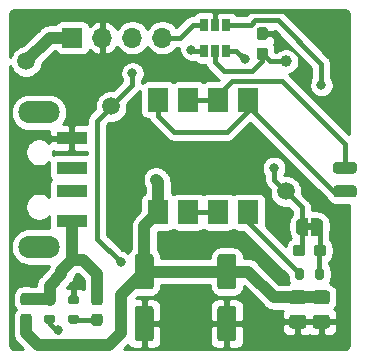
<source format=gtl>
G04 #@! TF.GenerationSoftware,KiCad,Pcbnew,5.1.10*
G04 #@! TF.CreationDate,2021-09-07T22:45:51+08:00*
G04 #@! TF.ProjectId,nypx06,6e797078-3036-42e6-9b69-6361645f7063,rev?*
G04 #@! TF.SameCoordinates,Original*
G04 #@! TF.FileFunction,Copper,L1,Top*
G04 #@! TF.FilePolarity,Positive*
%FSLAX46Y46*%
G04 Gerber Fmt 4.6, Leading zero omitted, Abs format (unit mm)*
G04 Created by KiCad (PCBNEW 5.1.10) date 2021-09-07 22:45:51*
%MOMM*%
%LPD*%
G01*
G04 APERTURE LIST*
G04 #@! TA.AperFunction,EtchedComponent*
%ADD10C,0.100000*%
G04 #@! TD*
G04 #@! TA.AperFunction,ComponentPad*
%ADD11O,3.500000X1.900000*%
G04 #@! TD*
G04 #@! TA.AperFunction,SMDPad,CuDef*
%ADD12R,2.500000X1.100000*%
G04 #@! TD*
G04 #@! TA.AperFunction,SMDPad,CuDef*
%ADD13R,1.780000X2.000000*%
G04 #@! TD*
G04 #@! TA.AperFunction,SMDPad,CuDef*
%ADD14R,0.650000X1.060000*%
G04 #@! TD*
G04 #@! TA.AperFunction,SMDPad,CuDef*
%ADD15C,1.500000*%
G04 #@! TD*
G04 #@! TA.AperFunction,SMDPad,CuDef*
%ADD16C,0.100000*%
G04 #@! TD*
G04 #@! TA.AperFunction,ComponentPad*
%ADD17O,1.700000X1.700000*%
G04 #@! TD*
G04 #@! TA.AperFunction,ComponentPad*
%ADD18R,1.700000X1.700000*%
G04 #@! TD*
G04 #@! TA.AperFunction,ViaPad*
%ADD19C,0.800000*%
G04 #@! TD*
G04 #@! TA.AperFunction,ViaPad*
%ADD20C,1.000000*%
G04 #@! TD*
G04 #@! TA.AperFunction,Conductor*
%ADD21C,0.400000*%
G04 #@! TD*
G04 #@! TA.AperFunction,Conductor*
%ADD22C,1.000000*%
G04 #@! TD*
G04 #@! TA.AperFunction,Conductor*
%ADD23C,0.254000*%
G04 #@! TD*
G04 #@! TA.AperFunction,Conductor*
%ADD24C,0.100000*%
G04 #@! TD*
G04 APERTURE END LIST*
D10*
G36*
X125550000Y-139300000D02*
G01*
X126050000Y-139300000D01*
X126050000Y-138700000D01*
X125550000Y-138700000D01*
X125550000Y-139300000D01*
G37*
G04 #@! TA.AperFunction,SMDPad,CuDef*
G36*
G01*
X122037500Y-123175000D02*
X121562500Y-123175000D01*
G75*
G02*
X121325000Y-122937500I0J237500D01*
G01*
X121325000Y-122337500D01*
G75*
G02*
X121562500Y-122100000I237500J0D01*
G01*
X122037500Y-122100000D01*
G75*
G02*
X122275000Y-122337500I0J-237500D01*
G01*
X122275000Y-122937500D01*
G75*
G02*
X122037500Y-123175000I-237500J0D01*
G01*
G37*
G04 #@! TD.AperFunction*
G04 #@! TA.AperFunction,SMDPad,CuDef*
G36*
G01*
X122037500Y-124900000D02*
X121562500Y-124900000D01*
G75*
G02*
X121325000Y-124662500I0J237500D01*
G01*
X121325000Y-124062500D01*
G75*
G02*
X121562500Y-123825000I237500J0D01*
G01*
X122037500Y-123825000D01*
G75*
G02*
X122275000Y-124062500I0J-237500D01*
G01*
X122275000Y-124662500D01*
G75*
G02*
X122037500Y-124900000I-237500J0D01*
G01*
G37*
G04 #@! TD.AperFunction*
D11*
X102900000Y-129300000D03*
X102900000Y-140700000D03*
D12*
X105650000Y-131500000D03*
X105650000Y-138500000D03*
X105650000Y-134000000D03*
X105650000Y-136000000D03*
D13*
X112990000Y-128235000D03*
X120610000Y-137765000D03*
X115530000Y-128235000D03*
X118070000Y-137765000D03*
X118070000Y-128235000D03*
X115530000Y-137765000D03*
X120610000Y-128235000D03*
X112990000Y-137765000D03*
D14*
X117800000Y-124100000D03*
X118750000Y-124100000D03*
X116850000Y-124100000D03*
X116850000Y-121900000D03*
X117800000Y-121900000D03*
X118750000Y-121900000D03*
D15*
X123800000Y-136000000D03*
X101800000Y-125000000D03*
X109000000Y-128800000D03*
G04 #@! TA.AperFunction,SMDPad,CuDef*
G36*
G01*
X106075000Y-145575000D02*
X105525000Y-145575000D01*
G75*
G02*
X105325000Y-145375000I0J200000D01*
G01*
X105325000Y-144975000D01*
G75*
G02*
X105525000Y-144775000I200000J0D01*
G01*
X106075000Y-144775000D01*
G75*
G02*
X106275000Y-144975000I0J-200000D01*
G01*
X106275000Y-145375000D01*
G75*
G02*
X106075000Y-145575000I-200000J0D01*
G01*
G37*
G04 #@! TD.AperFunction*
G04 #@! TA.AperFunction,SMDPad,CuDef*
G36*
G01*
X106075000Y-147225000D02*
X105525000Y-147225000D01*
G75*
G02*
X105325000Y-147025000I0J200000D01*
G01*
X105325000Y-146625000D01*
G75*
G02*
X105525000Y-146425000I200000J0D01*
G01*
X106075000Y-146425000D01*
G75*
G02*
X106275000Y-146625000I0J-200000D01*
G01*
X106275000Y-147025000D01*
G75*
G02*
X106075000Y-147225000I-200000J0D01*
G01*
G37*
G04 #@! TD.AperFunction*
G04 #@! TA.AperFunction,SMDPad,CuDef*
G36*
G01*
X126225000Y-143275000D02*
X126225000Y-142725000D01*
G75*
G02*
X126425000Y-142525000I200000J0D01*
G01*
X126825000Y-142525000D01*
G75*
G02*
X127025000Y-142725000I0J-200000D01*
G01*
X127025000Y-143275000D01*
G75*
G02*
X126825000Y-143475000I-200000J0D01*
G01*
X126425000Y-143475000D01*
G75*
G02*
X126225000Y-143275000I0J200000D01*
G01*
G37*
G04 #@! TD.AperFunction*
G04 #@! TA.AperFunction,SMDPad,CuDef*
G36*
G01*
X124575000Y-143275000D02*
X124575000Y-142725000D01*
G75*
G02*
X124775000Y-142525000I200000J0D01*
G01*
X125175000Y-142525000D01*
G75*
G02*
X125375000Y-142725000I0J-200000D01*
G01*
X125375000Y-143275000D01*
G75*
G02*
X125175000Y-143475000I-200000J0D01*
G01*
X124775000Y-143475000D01*
G75*
G02*
X124575000Y-143275000I0J200000D01*
G01*
G37*
G04 #@! TD.AperFunction*
G04 #@! TA.AperFunction,SMDPad,CuDef*
G36*
G01*
X103525000Y-146425000D02*
X104075000Y-146425000D01*
G75*
G02*
X104275000Y-146625000I0J-200000D01*
G01*
X104275000Y-147025000D01*
G75*
G02*
X104075000Y-147225000I-200000J0D01*
G01*
X103525000Y-147225000D01*
G75*
G02*
X103325000Y-147025000I0J200000D01*
G01*
X103325000Y-146625000D01*
G75*
G02*
X103525000Y-146425000I200000J0D01*
G01*
G37*
G04 #@! TD.AperFunction*
G04 #@! TA.AperFunction,SMDPad,CuDef*
G36*
G01*
X103525000Y-144775000D02*
X104075000Y-144775000D01*
G75*
G02*
X104275000Y-144975000I0J-200000D01*
G01*
X104275000Y-145375000D01*
G75*
G02*
X104075000Y-145575000I-200000J0D01*
G01*
X103525000Y-145575000D01*
G75*
G02*
X103325000Y-145375000I0J200000D01*
G01*
X103325000Y-144975000D01*
G75*
G02*
X103525000Y-144775000I200000J0D01*
G01*
G37*
G04 #@! TD.AperFunction*
G04 #@! TA.AperFunction,SMDPad,CuDef*
D16*
G36*
X125950000Y-138250000D02*
G01*
X126450000Y-138250000D01*
X126450000Y-138250602D01*
X126474534Y-138250602D01*
X126523365Y-138255412D01*
X126571490Y-138264984D01*
X126618445Y-138279228D01*
X126663778Y-138298005D01*
X126707051Y-138321136D01*
X126747850Y-138348396D01*
X126785779Y-138379524D01*
X126820476Y-138414221D01*
X126851604Y-138452150D01*
X126878864Y-138492949D01*
X126901995Y-138536222D01*
X126920772Y-138581555D01*
X126935016Y-138628510D01*
X126944588Y-138676635D01*
X126949398Y-138725466D01*
X126949398Y-138750000D01*
X126950000Y-138750000D01*
X126950000Y-139250000D01*
X126949398Y-139250000D01*
X126949398Y-139274534D01*
X126944588Y-139323365D01*
X126935016Y-139371490D01*
X126920772Y-139418445D01*
X126901995Y-139463778D01*
X126878864Y-139507051D01*
X126851604Y-139547850D01*
X126820476Y-139585779D01*
X126785779Y-139620476D01*
X126747850Y-139651604D01*
X126707051Y-139678864D01*
X126663778Y-139701995D01*
X126618445Y-139720772D01*
X126571490Y-139735016D01*
X126523365Y-139744588D01*
X126474534Y-139749398D01*
X126450000Y-139749398D01*
X126450000Y-139750000D01*
X125950000Y-139750000D01*
X125950000Y-138250000D01*
G37*
G04 #@! TD.AperFunction*
G04 #@! TA.AperFunction,SMDPad,CuDef*
G36*
X125150000Y-139749398D02*
G01*
X125125466Y-139749398D01*
X125076635Y-139744588D01*
X125028510Y-139735016D01*
X124981555Y-139720772D01*
X124936222Y-139701995D01*
X124892949Y-139678864D01*
X124852150Y-139651604D01*
X124814221Y-139620476D01*
X124779524Y-139585779D01*
X124748396Y-139547850D01*
X124721136Y-139507051D01*
X124698005Y-139463778D01*
X124679228Y-139418445D01*
X124664984Y-139371490D01*
X124655412Y-139323365D01*
X124650602Y-139274534D01*
X124650602Y-139250000D01*
X124650000Y-139250000D01*
X124650000Y-138750000D01*
X124650602Y-138750000D01*
X124650602Y-138725466D01*
X124655412Y-138676635D01*
X124664984Y-138628510D01*
X124679228Y-138581555D01*
X124698005Y-138536222D01*
X124721136Y-138492949D01*
X124748396Y-138452150D01*
X124779524Y-138414221D01*
X124814221Y-138379524D01*
X124852150Y-138348396D01*
X124892949Y-138321136D01*
X124936222Y-138298005D01*
X124981555Y-138279228D01*
X125028510Y-138264984D01*
X125076635Y-138255412D01*
X125125466Y-138250602D01*
X125150000Y-138250602D01*
X125150000Y-138250000D01*
X125650000Y-138250000D01*
X125650000Y-139750000D01*
X125150000Y-139750000D01*
X125150000Y-139749398D01*
G37*
G04 #@! TD.AperFunction*
G04 #@! TA.AperFunction,SMDPad,CuDef*
G36*
G01*
X129550000Y-136500000D02*
X128050000Y-136500000D01*
G75*
G02*
X127800000Y-136250000I0J250000D01*
G01*
X127800000Y-135750000D01*
G75*
G02*
X128050000Y-135500000I250000J0D01*
G01*
X129550000Y-135500000D01*
G75*
G02*
X129800000Y-135750000I0J-250000D01*
G01*
X129800000Y-136250000D01*
G75*
G02*
X129550000Y-136500000I-250000J0D01*
G01*
G37*
G04 #@! TD.AperFunction*
G04 #@! TA.AperFunction,SMDPad,CuDef*
G36*
G01*
X129550000Y-134500000D02*
X128050000Y-134500000D01*
G75*
G02*
X127800000Y-134250000I0J250000D01*
G01*
X127800000Y-133750000D01*
G75*
G02*
X128050000Y-133500000I250000J0D01*
G01*
X129550000Y-133500000D01*
G75*
G02*
X129800000Y-133750000I0J-250000D01*
G01*
X129800000Y-134250000D01*
G75*
G02*
X129550000Y-134500000I-250000J0D01*
G01*
G37*
G04 #@! TD.AperFunction*
D17*
X113340000Y-123000000D03*
X110800000Y-123000000D03*
X108260000Y-123000000D03*
D18*
X105720000Y-123000000D03*
G04 #@! TA.AperFunction,SMDPad,CuDef*
G36*
G01*
X126150000Y-141237500D02*
X126150000Y-140762500D01*
G75*
G02*
X126387500Y-140525000I237500J0D01*
G01*
X126962500Y-140525000D01*
G75*
G02*
X127200000Y-140762500I0J-237500D01*
G01*
X127200000Y-141237500D01*
G75*
G02*
X126962500Y-141475000I-237500J0D01*
G01*
X126387500Y-141475000D01*
G75*
G02*
X126150000Y-141237500I0J237500D01*
G01*
G37*
G04 #@! TD.AperFunction*
G04 #@! TA.AperFunction,SMDPad,CuDef*
G36*
G01*
X124400000Y-141237500D02*
X124400000Y-140762500D01*
G75*
G02*
X124637500Y-140525000I237500J0D01*
G01*
X125212500Y-140525000D01*
G75*
G02*
X125450000Y-140762500I0J-237500D01*
G01*
X125450000Y-141237500D01*
G75*
G02*
X125212500Y-141475000I-237500J0D01*
G01*
X124637500Y-141475000D01*
G75*
G02*
X124400000Y-141237500I0J237500D01*
G01*
G37*
G04 #@! TD.AperFunction*
G04 #@! TA.AperFunction,SMDPad,CuDef*
G36*
G01*
X108037500Y-145650000D02*
X107562500Y-145650000D01*
G75*
G02*
X107325000Y-145412500I0J237500D01*
G01*
X107325000Y-144837500D01*
G75*
G02*
X107562500Y-144600000I237500J0D01*
G01*
X108037500Y-144600000D01*
G75*
G02*
X108275000Y-144837500I0J-237500D01*
G01*
X108275000Y-145412500D01*
G75*
G02*
X108037500Y-145650000I-237500J0D01*
G01*
G37*
G04 #@! TD.AperFunction*
G04 #@! TA.AperFunction,SMDPad,CuDef*
G36*
G01*
X108037500Y-147400000D02*
X107562500Y-147400000D01*
G75*
G02*
X107325000Y-147162500I0J237500D01*
G01*
X107325000Y-146587500D01*
G75*
G02*
X107562500Y-146350000I237500J0D01*
G01*
X108037500Y-146350000D01*
G75*
G02*
X108275000Y-146587500I0J-237500D01*
G01*
X108275000Y-147162500D01*
G75*
G02*
X108037500Y-147400000I-237500J0D01*
G01*
G37*
G04 #@! TD.AperFunction*
G04 #@! TA.AperFunction,SMDPad,CuDef*
G36*
G01*
X102037500Y-147400000D02*
X101562500Y-147400000D01*
G75*
G02*
X101325000Y-147162500I0J237500D01*
G01*
X101325000Y-146587500D01*
G75*
G02*
X101562500Y-146350000I237500J0D01*
G01*
X102037500Y-146350000D01*
G75*
G02*
X102275000Y-146587500I0J-237500D01*
G01*
X102275000Y-147162500D01*
G75*
G02*
X102037500Y-147400000I-237500J0D01*
G01*
G37*
G04 #@! TD.AperFunction*
G04 #@! TA.AperFunction,SMDPad,CuDef*
G36*
G01*
X102037500Y-145650000D02*
X101562500Y-145650000D01*
G75*
G02*
X101325000Y-145412500I0J237500D01*
G01*
X101325000Y-144837500D01*
G75*
G02*
X101562500Y-144600000I237500J0D01*
G01*
X102037500Y-144600000D01*
G75*
G02*
X102275000Y-144837500I0J-237500D01*
G01*
X102275000Y-145412500D01*
G75*
G02*
X102037500Y-145650000I-237500J0D01*
G01*
G37*
G04 #@! TD.AperFunction*
G04 #@! TA.AperFunction,SMDPad,CuDef*
G36*
G01*
X111250000Y-145700000D02*
X112350000Y-145700000D01*
G75*
G02*
X112600000Y-145950000I0J-250000D01*
G01*
X112600000Y-148450000D01*
G75*
G02*
X112350000Y-148700000I-250000J0D01*
G01*
X111250000Y-148700000D01*
G75*
G02*
X111000000Y-148450000I0J250000D01*
G01*
X111000000Y-145950000D01*
G75*
G02*
X111250000Y-145700000I250000J0D01*
G01*
G37*
G04 #@! TD.AperFunction*
G04 #@! TA.AperFunction,SMDPad,CuDef*
G36*
G01*
X111250000Y-141300000D02*
X112350000Y-141300000D01*
G75*
G02*
X112600000Y-141550000I0J-250000D01*
G01*
X112600000Y-144050000D01*
G75*
G02*
X112350000Y-144300000I-250000J0D01*
G01*
X111250000Y-144300000D01*
G75*
G02*
X111000000Y-144050000I0J250000D01*
G01*
X111000000Y-141550000D01*
G75*
G02*
X111250000Y-141300000I250000J0D01*
G01*
G37*
G04 #@! TD.AperFunction*
G04 #@! TA.AperFunction,SMDPad,CuDef*
G36*
G01*
X118250000Y-145700000D02*
X119350000Y-145700000D01*
G75*
G02*
X119600000Y-145950000I0J-250000D01*
G01*
X119600000Y-148450000D01*
G75*
G02*
X119350000Y-148700000I-250000J0D01*
G01*
X118250000Y-148700000D01*
G75*
G02*
X118000000Y-148450000I0J250000D01*
G01*
X118000000Y-145950000D01*
G75*
G02*
X118250000Y-145700000I250000J0D01*
G01*
G37*
G04 #@! TD.AperFunction*
G04 #@! TA.AperFunction,SMDPad,CuDef*
G36*
G01*
X118250000Y-141300000D02*
X119350000Y-141300000D01*
G75*
G02*
X119600000Y-141550000I0J-250000D01*
G01*
X119600000Y-144050000D01*
G75*
G02*
X119350000Y-144300000I-250000J0D01*
G01*
X118250000Y-144300000D01*
G75*
G02*
X118000000Y-144050000I0J250000D01*
G01*
X118000000Y-141550000D01*
G75*
G02*
X118250000Y-141300000I250000J0D01*
G01*
G37*
G04 #@! TD.AperFunction*
G04 #@! TA.AperFunction,SMDPad,CuDef*
G36*
G01*
X126325000Y-146450000D02*
X127275000Y-146450000D01*
G75*
G02*
X127525000Y-146700000I0J-250000D01*
G01*
X127525000Y-147375000D01*
G75*
G02*
X127275000Y-147625000I-250000J0D01*
G01*
X126325000Y-147625000D01*
G75*
G02*
X126075000Y-147375000I0J250000D01*
G01*
X126075000Y-146700000D01*
G75*
G02*
X126325000Y-146450000I250000J0D01*
G01*
G37*
G04 #@! TD.AperFunction*
G04 #@! TA.AperFunction,SMDPad,CuDef*
G36*
G01*
X126325000Y-144375000D02*
X127275000Y-144375000D01*
G75*
G02*
X127525000Y-144625000I0J-250000D01*
G01*
X127525000Y-145300000D01*
G75*
G02*
X127275000Y-145550000I-250000J0D01*
G01*
X126325000Y-145550000D01*
G75*
G02*
X126075000Y-145300000I0J250000D01*
G01*
X126075000Y-144625000D01*
G75*
G02*
X126325000Y-144375000I250000J0D01*
G01*
G37*
G04 #@! TD.AperFunction*
G04 #@! TA.AperFunction,SMDPad,CuDef*
G36*
G01*
X124325000Y-146450000D02*
X125275000Y-146450000D01*
G75*
G02*
X125525000Y-146700000I0J-250000D01*
G01*
X125525000Y-147375000D01*
G75*
G02*
X125275000Y-147625000I-250000J0D01*
G01*
X124325000Y-147625000D01*
G75*
G02*
X124075000Y-147375000I0J250000D01*
G01*
X124075000Y-146700000D01*
G75*
G02*
X124325000Y-146450000I250000J0D01*
G01*
G37*
G04 #@! TD.AperFunction*
G04 #@! TA.AperFunction,SMDPad,CuDef*
G36*
G01*
X124325000Y-144375000D02*
X125275000Y-144375000D01*
G75*
G02*
X125525000Y-144625000I0J-250000D01*
G01*
X125525000Y-145300000D01*
G75*
G02*
X125275000Y-145550000I-250000J0D01*
G01*
X124325000Y-145550000D01*
G75*
G02*
X124075000Y-145300000I0J250000D01*
G01*
X124075000Y-144625000D01*
G75*
G02*
X124325000Y-144375000I250000J0D01*
G01*
G37*
G04 #@! TD.AperFunction*
D19*
X128800000Y-125000000D03*
X127800000Y-123000000D03*
X125800000Y-122000000D03*
X115800000Y-141000000D03*
X113800000Y-141000000D03*
X109800000Y-134000000D03*
X109800000Y-136000000D03*
X109800000Y-138000000D03*
X119800000Y-135000000D03*
X120800000Y-133000000D03*
X107800000Y-126000000D03*
X108800000Y-126000000D03*
X101800000Y-122000000D03*
X115800000Y-147000000D03*
X115800000Y-145000000D03*
X105800000Y-144000000D03*
X128800000Y-140000000D03*
X128800000Y-142000000D03*
X128800000Y-144000000D03*
X128800000Y-147000000D03*
X128800000Y-149000000D03*
X128800000Y-127000000D03*
X128800000Y-129000000D03*
X123400000Y-123400000D03*
D20*
X112800000Y-135000000D03*
X123800000Y-125000000D03*
D19*
X104474990Y-147700000D03*
X110800000Y-126000000D03*
X115800000Y-124000000D03*
X109800000Y-142000000D03*
X126800000Y-127000000D03*
X122800000Y-134000000D03*
X120300000Y-124792893D03*
D21*
X105800000Y-145000000D02*
X105800000Y-145175000D01*
X105800000Y-145175000D02*
X105800000Y-144000000D01*
X124499980Y-120699980D02*
X125800000Y-122000000D01*
X118015018Y-120699980D02*
X124499980Y-120699980D01*
X117800000Y-120914998D02*
X118015018Y-120699980D01*
X117800000Y-121900000D02*
X117800000Y-120914998D01*
X121800000Y-122637500D02*
X122107692Y-122637500D01*
X122637500Y-122637500D02*
X123400000Y-123400000D01*
X121800000Y-122637500D02*
X122637500Y-122637500D01*
D22*
X126800000Y-144962500D02*
X124800000Y-144962500D01*
X118800000Y-142800000D02*
X120600000Y-142800000D01*
X122762500Y-144962500D02*
X124800000Y-144962500D01*
X120600000Y-142800000D02*
X122762500Y-144962500D01*
X118800000Y-142800000D02*
X111800000Y-142800000D01*
X111800000Y-138955000D02*
X112990000Y-137765000D01*
X111800000Y-142800000D02*
X111800000Y-138955000D01*
X111800000Y-142800000D02*
X109800000Y-144800000D01*
X109800000Y-144800000D02*
X109800000Y-148000000D01*
X109800000Y-148000000D02*
X108800000Y-149000000D01*
X108800000Y-149000000D02*
X102800000Y-149000000D01*
X101800000Y-148000000D02*
X101800000Y-146875000D01*
X102800000Y-149000000D02*
X101800000Y-148000000D01*
D21*
X117750000Y-124000000D02*
X117850000Y-124100000D01*
D22*
X103800000Y-123000000D02*
X101800000Y-125000000D01*
X105720000Y-123000000D02*
X103800000Y-123000000D01*
X112990000Y-135190000D02*
X112800000Y-135000000D01*
X112990000Y-137765000D02*
X112990000Y-135190000D01*
D21*
X117800000Y-125085002D02*
X117800000Y-124100000D01*
X118549987Y-125834989D02*
X117800000Y-125085002D01*
X120965011Y-125834989D02*
X118549987Y-125834989D01*
X121800000Y-125000000D02*
X120965011Y-125834989D01*
X121800000Y-124362500D02*
X121800000Y-125000000D01*
X122437500Y-125000000D02*
X123800000Y-125000000D01*
X121800000Y-124362500D02*
X122437500Y-125000000D01*
X103800000Y-146825000D02*
X103800000Y-147225000D01*
X103800000Y-147225000D02*
X104474990Y-147899990D01*
X104474990Y-147899990D02*
X104474990Y-147700000D01*
X115900000Y-124100000D02*
X115800000Y-124000000D01*
X116850000Y-124100000D02*
X115900000Y-124100000D01*
X108800000Y-141000000D02*
X109800000Y-142000000D01*
X110800000Y-127000000D02*
X110800000Y-126000000D01*
X107800000Y-130000000D02*
X110800000Y-127000000D01*
X107800000Y-140000000D02*
X107800000Y-130000000D01*
X109800000Y-142000000D02*
X107800000Y-140000000D01*
D22*
X103750000Y-145125000D02*
X103800000Y-145175000D01*
X101800000Y-145125000D02*
X103750000Y-145125000D01*
X103800000Y-144000000D02*
X103800000Y-145175000D01*
X104800000Y-143000000D02*
X103800000Y-144000000D01*
X104800000Y-142700000D02*
X105650000Y-141850000D01*
X104800000Y-143000000D02*
X104800000Y-142700000D01*
X105650000Y-138500000D02*
X105650000Y-141850000D01*
X106650000Y-141850000D02*
X105650000Y-141850000D01*
X107800000Y-143000000D02*
X106650000Y-141850000D01*
X107800000Y-145125000D02*
X107800000Y-143000000D01*
D21*
X105850000Y-146875000D02*
X105800000Y-146825000D01*
X107800000Y-146875000D02*
X105850000Y-146875000D01*
X126625000Y-139175000D02*
X126450000Y-139000000D01*
X126625000Y-141050000D02*
X126675000Y-141000000D01*
X126625000Y-143000000D02*
X126625000Y-141050000D01*
X126675000Y-139225000D02*
X126450000Y-139000000D01*
X126675000Y-141000000D02*
X126675000Y-139225000D01*
X122800000Y-135000000D02*
X123800000Y-136000000D01*
X122800000Y-134000000D02*
X122800000Y-135000000D01*
X125150000Y-140775000D02*
X124925000Y-141000000D01*
X125150000Y-139000000D02*
X125150000Y-140775000D01*
X125150000Y-137350000D02*
X123800000Y-136000000D01*
X125150000Y-139000000D02*
X125150000Y-137350000D01*
X126800000Y-125200000D02*
X126800000Y-127000000D01*
X121215590Y-121499990D02*
X123099990Y-121499990D01*
X120815580Y-121900000D02*
X121215590Y-121499990D01*
X123099990Y-121499990D02*
X126800000Y-125200000D01*
X118750000Y-121900000D02*
X120815580Y-121900000D01*
X113340000Y-123000000D02*
X114800000Y-123000000D01*
X114800000Y-123000000D02*
X115900000Y-121900000D01*
X116850000Y-121900000D02*
X115900000Y-121900000D01*
X119607107Y-124100000D02*
X119200000Y-124100000D01*
X120300000Y-124792893D02*
X119607107Y-124100000D01*
X118750000Y-124100000D02*
X119200000Y-124100000D01*
X118070000Y-128235000D02*
X115530000Y-128235000D01*
X128800000Y-132000000D02*
X128800000Y-133500000D01*
X118070000Y-128235000D02*
X118070000Y-127804998D01*
X119239999Y-126634999D02*
X123434999Y-126634999D01*
X118070000Y-127804998D02*
X119239999Y-126634999D01*
X123434999Y-126634999D02*
X128800000Y-132000000D01*
X128800000Y-133500000D02*
X128800000Y-134000000D01*
X128800000Y-136000000D02*
X127800000Y-136000000D01*
X120610000Y-128810000D02*
X120610000Y-128235000D01*
X127800000Y-136000000D02*
X120610000Y-128810000D01*
X120610000Y-128235000D02*
X120610000Y-129190000D01*
X120610000Y-129190000D02*
X118800000Y-131000000D01*
X112990000Y-129635000D02*
X112990000Y-128235000D01*
X114355000Y-131000000D02*
X112990000Y-129635000D01*
X118800000Y-131000000D02*
X114355000Y-131000000D01*
X120610000Y-138635000D02*
X120610000Y-137765000D01*
X124975000Y-143000000D02*
X120610000Y-138635000D01*
X115530000Y-137765000D02*
X118070000Y-137765000D01*
D23*
X128865424Y-120669580D02*
X128928356Y-120688580D01*
X128986405Y-120719445D01*
X129037343Y-120760989D01*
X129079248Y-120811644D01*
X129110515Y-120869471D01*
X129129956Y-120932272D01*
X129140000Y-121027835D01*
X129140000Y-131159132D01*
X124082008Y-126101141D01*
X124131067Y-126091383D01*
X124337624Y-126005824D01*
X124523520Y-125881612D01*
X124681612Y-125723520D01*
X124805824Y-125537624D01*
X124891383Y-125331067D01*
X124935000Y-125111788D01*
X124935000Y-124888212D01*
X124891383Y-124668933D01*
X124805824Y-124462376D01*
X124681612Y-124276480D01*
X124523520Y-124118388D01*
X124337624Y-123994176D01*
X124131067Y-123908617D01*
X123911788Y-123865000D01*
X123688212Y-123865000D01*
X123468933Y-123908617D01*
X123262376Y-123994176D01*
X123076480Y-124118388D01*
X123029868Y-124165000D01*
X122913072Y-124165000D01*
X122913072Y-124062500D01*
X122896248Y-123891684D01*
X122846423Y-123727433D01*
X122766226Y-123577394D01*
X122805537Y-123529494D01*
X122864502Y-123419180D01*
X122900812Y-123299482D01*
X122913072Y-123175000D01*
X122910000Y-122923250D01*
X122751250Y-122764500D01*
X121927000Y-122764500D01*
X121927000Y-122784500D01*
X121673000Y-122784500D01*
X121673000Y-122764500D01*
X121653000Y-122764500D01*
X121653000Y-122510500D01*
X121673000Y-122510500D01*
X121673000Y-122490500D01*
X121927000Y-122490500D01*
X121927000Y-122510500D01*
X122751250Y-122510500D01*
X122840441Y-122421309D01*
X125965000Y-125545868D01*
X125965001Y-126386714D01*
X125882795Y-126509744D01*
X125804774Y-126698102D01*
X125765000Y-126898061D01*
X125765000Y-127101939D01*
X125804774Y-127301898D01*
X125882795Y-127490256D01*
X125996063Y-127659774D01*
X126140226Y-127803937D01*
X126309744Y-127917205D01*
X126498102Y-127995226D01*
X126698061Y-128035000D01*
X126901939Y-128035000D01*
X127101898Y-127995226D01*
X127290256Y-127917205D01*
X127459774Y-127803937D01*
X127603937Y-127659774D01*
X127717205Y-127490256D01*
X127795226Y-127301898D01*
X127835000Y-127101939D01*
X127835000Y-126898061D01*
X127795226Y-126698102D01*
X127717205Y-126509744D01*
X127635000Y-126386715D01*
X127635000Y-125241007D01*
X127639039Y-125199999D01*
X127635000Y-125158991D01*
X127635000Y-125158981D01*
X127622918Y-125036311D01*
X127575172Y-124878913D01*
X127497636Y-124733854D01*
X127393291Y-124606709D01*
X127361428Y-124580560D01*
X123719436Y-120938569D01*
X123693281Y-120906699D01*
X123566136Y-120802354D01*
X123421077Y-120724818D01*
X123263679Y-120677072D01*
X123141009Y-120664990D01*
X123141008Y-120664990D01*
X123099990Y-120660950D01*
X123058972Y-120664990D01*
X121256608Y-120664990D01*
X121215590Y-120660950D01*
X121174572Y-120664990D01*
X121174571Y-120664990D01*
X121051901Y-120677072D01*
X120894503Y-120724818D01*
X120749444Y-120802354D01*
X120622299Y-120906699D01*
X120596148Y-120938564D01*
X120469712Y-121065000D01*
X119631993Y-121065000D01*
X119605537Y-121015506D01*
X119526185Y-120918815D01*
X119429494Y-120839463D01*
X119319180Y-120780498D01*
X119199482Y-120744188D01*
X119075000Y-120731928D01*
X118425000Y-120731928D01*
X118300518Y-120744188D01*
X118275000Y-120751929D01*
X118249482Y-120744188D01*
X118125000Y-120731928D01*
X118085750Y-120735000D01*
X117927000Y-120893750D01*
X117927000Y-120975859D01*
X117894463Y-121015506D01*
X117835498Y-121125820D01*
X117800000Y-121242841D01*
X117764502Y-121125820D01*
X117705537Y-121015506D01*
X117673000Y-120975859D01*
X117673000Y-120893750D01*
X117514250Y-120735000D01*
X117475000Y-120731928D01*
X117350518Y-120744188D01*
X117325000Y-120751929D01*
X117299482Y-120744188D01*
X117175000Y-120731928D01*
X116525000Y-120731928D01*
X116400518Y-120744188D01*
X116280820Y-120780498D01*
X116170506Y-120839463D01*
X116073815Y-120918815D01*
X115994463Y-121015506D01*
X115968007Y-121065000D01*
X115941018Y-121065000D01*
X115900000Y-121060960D01*
X115858981Y-121065000D01*
X115771969Y-121073570D01*
X115736311Y-121077082D01*
X115578913Y-121124828D01*
X115433854Y-121202364D01*
X115343869Y-121276213D01*
X115306709Y-121306709D01*
X115280563Y-121338568D01*
X114522430Y-122096702D01*
X114493475Y-122053368D01*
X114286632Y-121846525D01*
X114043411Y-121684010D01*
X113773158Y-121572068D01*
X113486260Y-121515000D01*
X113193740Y-121515000D01*
X112906842Y-121572068D01*
X112636589Y-121684010D01*
X112393368Y-121846525D01*
X112186525Y-122053368D01*
X112070000Y-122227760D01*
X111953475Y-122053368D01*
X111746632Y-121846525D01*
X111503411Y-121684010D01*
X111233158Y-121572068D01*
X110946260Y-121515000D01*
X110653740Y-121515000D01*
X110366842Y-121572068D01*
X110096589Y-121684010D01*
X109853368Y-121846525D01*
X109646525Y-122053368D01*
X109524805Y-122235534D01*
X109455178Y-122118645D01*
X109260269Y-121902412D01*
X109026920Y-121728359D01*
X108764099Y-121603175D01*
X108616890Y-121558524D01*
X108387000Y-121679845D01*
X108387000Y-122873000D01*
X108407000Y-122873000D01*
X108407000Y-123127000D01*
X108387000Y-123127000D01*
X108387000Y-124320155D01*
X108616890Y-124441476D01*
X108764099Y-124396825D01*
X109026920Y-124271641D01*
X109260269Y-124097588D01*
X109455178Y-123881355D01*
X109524805Y-123764466D01*
X109646525Y-123946632D01*
X109853368Y-124153475D01*
X110096589Y-124315990D01*
X110366842Y-124427932D01*
X110653740Y-124485000D01*
X110946260Y-124485000D01*
X111233158Y-124427932D01*
X111503411Y-124315990D01*
X111746632Y-124153475D01*
X111953475Y-123946632D01*
X112070000Y-123772240D01*
X112186525Y-123946632D01*
X112393368Y-124153475D01*
X112636589Y-124315990D01*
X112906842Y-124427932D01*
X113193740Y-124485000D01*
X113486260Y-124485000D01*
X113773158Y-124427932D01*
X114043411Y-124315990D01*
X114286632Y-124153475D01*
X114493475Y-123946632D01*
X114568065Y-123835000D01*
X114758982Y-123835000D01*
X114777187Y-123836793D01*
X114765000Y-123898061D01*
X114765000Y-124101939D01*
X114804774Y-124301898D01*
X114882795Y-124490256D01*
X114996063Y-124659774D01*
X115140226Y-124803937D01*
X115309744Y-124917205D01*
X115498102Y-124995226D01*
X115698061Y-125035000D01*
X115901939Y-125035000D01*
X116017111Y-125012091D01*
X116073815Y-125081185D01*
X116170506Y-125160537D01*
X116280820Y-125219502D01*
X116400518Y-125255812D01*
X116525000Y-125268072D01*
X116982961Y-125268072D01*
X117024828Y-125406088D01*
X117102364Y-125551147D01*
X117206709Y-125678293D01*
X117238578Y-125704447D01*
X117930550Y-126396420D01*
X117956696Y-126428280D01*
X117988555Y-126454426D01*
X117988557Y-126454428D01*
X118032214Y-126490256D01*
X118083841Y-126532625D01*
X118134453Y-126559678D01*
X118097202Y-126596928D01*
X117180000Y-126596928D01*
X117055518Y-126609188D01*
X116935820Y-126645498D01*
X116825506Y-126704463D01*
X116800000Y-126725395D01*
X116774494Y-126704463D01*
X116664180Y-126645498D01*
X116544482Y-126609188D01*
X116420000Y-126596928D01*
X114640000Y-126596928D01*
X114515518Y-126609188D01*
X114395820Y-126645498D01*
X114285506Y-126704463D01*
X114260000Y-126725395D01*
X114234494Y-126704463D01*
X114124180Y-126645498D01*
X114004482Y-126609188D01*
X113880000Y-126596928D01*
X112100000Y-126596928D01*
X111975518Y-126609188D01*
X111855820Y-126645498D01*
X111745506Y-126704463D01*
X111648815Y-126783815D01*
X111635000Y-126800649D01*
X111635000Y-126613285D01*
X111717205Y-126490256D01*
X111795226Y-126301898D01*
X111835000Y-126101939D01*
X111835000Y-125898061D01*
X111795226Y-125698102D01*
X111717205Y-125509744D01*
X111603937Y-125340226D01*
X111459774Y-125196063D01*
X111290256Y-125082795D01*
X111101898Y-125004774D01*
X110901939Y-124965000D01*
X110698061Y-124965000D01*
X110498102Y-125004774D01*
X110309744Y-125082795D01*
X110140226Y-125196063D01*
X109996063Y-125340226D01*
X109882795Y-125509744D01*
X109804774Y-125698102D01*
X109765000Y-125898061D01*
X109765000Y-126101939D01*
X109804774Y-126301898D01*
X109882795Y-126490256D01*
X109965000Y-126613285D01*
X109965000Y-126654131D01*
X109192896Y-127426236D01*
X109136411Y-127415000D01*
X108863589Y-127415000D01*
X108596011Y-127468225D01*
X108343957Y-127572629D01*
X108117114Y-127724201D01*
X107924201Y-127917114D01*
X107772629Y-128143957D01*
X107668225Y-128396011D01*
X107615000Y-128663589D01*
X107615000Y-128936411D01*
X107626236Y-128992897D01*
X107238574Y-129380559D01*
X107206710Y-129406709D01*
X107180562Y-129438571D01*
X107102364Y-129533855D01*
X107024828Y-129678914D01*
X106977082Y-129836312D01*
X106960960Y-130000000D01*
X106965001Y-130041029D01*
X106965001Y-130318330D01*
X106900000Y-130311928D01*
X105935750Y-130315000D01*
X105777000Y-130473750D01*
X105777000Y-131373000D01*
X105797000Y-131373000D01*
X105797000Y-131627000D01*
X105777000Y-131627000D01*
X105777000Y-132526250D01*
X105935750Y-132685000D01*
X106900000Y-132688072D01*
X106965001Y-132681670D01*
X106965001Y-132818330D01*
X106900000Y-132811928D01*
X104400000Y-132811928D01*
X104275518Y-132824188D01*
X104155820Y-132860498D01*
X104066829Y-132908066D01*
X104085000Y-132816712D01*
X104085000Y-132601647D01*
X104155820Y-132639502D01*
X104275518Y-132675812D01*
X104400000Y-132688072D01*
X105364250Y-132685000D01*
X105523000Y-132526250D01*
X105523000Y-131627000D01*
X103923750Y-131627000D01*
X103765000Y-131785750D01*
X103763812Y-131887968D01*
X103655394Y-131779550D01*
X103461308Y-131649866D01*
X103245652Y-131560539D01*
X103016712Y-131515000D01*
X102783288Y-131515000D01*
X102554348Y-131560539D01*
X102338692Y-131649866D01*
X102144606Y-131779550D01*
X101979550Y-131944606D01*
X101849866Y-132138692D01*
X101760539Y-132354348D01*
X101715000Y-132583288D01*
X101715000Y-132816712D01*
X101760539Y-133045652D01*
X101849866Y-133261308D01*
X101979550Y-133455394D01*
X102144606Y-133620450D01*
X102338692Y-133750134D01*
X102554348Y-133839461D01*
X102783288Y-133885000D01*
X103016712Y-133885000D01*
X103245652Y-133839461D01*
X103461308Y-133750134D01*
X103655394Y-133620450D01*
X103761928Y-133513916D01*
X103761928Y-134550000D01*
X103774188Y-134674482D01*
X103810498Y-134794180D01*
X103869463Y-134904494D01*
X103947842Y-135000000D01*
X103869463Y-135095506D01*
X103810498Y-135205820D01*
X103774188Y-135325518D01*
X103761928Y-135450000D01*
X103761928Y-136486084D01*
X103655394Y-136379550D01*
X103461308Y-136249866D01*
X103245652Y-136160539D01*
X103016712Y-136115000D01*
X102783288Y-136115000D01*
X102554348Y-136160539D01*
X102338692Y-136249866D01*
X102144606Y-136379550D01*
X101979550Y-136544606D01*
X101849866Y-136738692D01*
X101760539Y-136954348D01*
X101715000Y-137183288D01*
X101715000Y-137416712D01*
X101760539Y-137645652D01*
X101849866Y-137861308D01*
X101979550Y-138055394D01*
X102144606Y-138220450D01*
X102338692Y-138350134D01*
X102554348Y-138439461D01*
X102783288Y-138485000D01*
X103016712Y-138485000D01*
X103245652Y-138439461D01*
X103461308Y-138350134D01*
X103655394Y-138220450D01*
X103761928Y-138113916D01*
X103761928Y-139050000D01*
X103768330Y-139115000D01*
X102022136Y-139115000D01*
X101789286Y-139137934D01*
X101490512Y-139228566D01*
X101215161Y-139375744D01*
X100973813Y-139573813D01*
X100775744Y-139815161D01*
X100628566Y-140090512D01*
X100537934Y-140389286D01*
X100507331Y-140700000D01*
X100537934Y-141010714D01*
X100628566Y-141309488D01*
X100775744Y-141584839D01*
X100973813Y-141826187D01*
X101215161Y-142024256D01*
X101490512Y-142171434D01*
X101789286Y-142262066D01*
X102022136Y-142285000D01*
X103739818Y-142285000D01*
X103681423Y-142477501D01*
X103677496Y-142517372D01*
X103036864Y-143158005D01*
X102993551Y-143193551D01*
X102851716Y-143366377D01*
X102757851Y-143541988D01*
X102746324Y-143563554D01*
X102681423Y-143777502D01*
X102660494Y-143990000D01*
X102245396Y-143990000D01*
X102208316Y-143978752D01*
X102037500Y-143961928D01*
X101562500Y-143961928D01*
X101391684Y-143978752D01*
X101227433Y-144028577D01*
X101076058Y-144109488D01*
X100943377Y-144218377D01*
X100834488Y-144351058D01*
X100753577Y-144502433D01*
X100703752Y-144666684D01*
X100686928Y-144837500D01*
X100686928Y-144884354D01*
X100681423Y-144902501D01*
X100659509Y-145125000D01*
X100681423Y-145347499D01*
X100686928Y-145365646D01*
X100686928Y-145412500D01*
X100703752Y-145583316D01*
X100753577Y-145747567D01*
X100834488Y-145898942D01*
X100917425Y-146000000D01*
X100834488Y-146101058D01*
X100753577Y-146252433D01*
X100703752Y-146416684D01*
X100686928Y-146587500D01*
X100686928Y-146634354D01*
X100681423Y-146652501D01*
X100665000Y-146819248D01*
X100665000Y-147944249D01*
X100659509Y-148000000D01*
X100665000Y-148055751D01*
X100681423Y-148222498D01*
X100746324Y-148436446D01*
X100851716Y-148633623D01*
X100993551Y-148806449D01*
X101036864Y-148841995D01*
X101534868Y-149340000D01*
X100832279Y-149340000D01*
X100734576Y-149330420D01*
X100671643Y-149311420D01*
X100613594Y-149280554D01*
X100562657Y-149239011D01*
X100520752Y-149188356D01*
X100489485Y-149130529D01*
X100470044Y-149067728D01*
X100460000Y-148972165D01*
X100460000Y-129300000D01*
X100507331Y-129300000D01*
X100537934Y-129610714D01*
X100628566Y-129909488D01*
X100775744Y-130184839D01*
X100973813Y-130426187D01*
X101215161Y-130624256D01*
X101490512Y-130771434D01*
X101789286Y-130862066D01*
X102022136Y-130885000D01*
X103768330Y-130885000D01*
X103761928Y-130950000D01*
X103765000Y-131214250D01*
X103923750Y-131373000D01*
X105523000Y-131373000D01*
X105523000Y-130473750D01*
X105364250Y-130315000D01*
X104918601Y-130313580D01*
X105024256Y-130184839D01*
X105171434Y-129909488D01*
X105262066Y-129610714D01*
X105292669Y-129300000D01*
X105262066Y-128989286D01*
X105171434Y-128690512D01*
X105024256Y-128415161D01*
X104826187Y-128173813D01*
X104584839Y-127975744D01*
X104309488Y-127828566D01*
X104010714Y-127737934D01*
X103777864Y-127715000D01*
X102022136Y-127715000D01*
X101789286Y-127737934D01*
X101490512Y-127828566D01*
X101215161Y-127975744D01*
X100973813Y-128173813D01*
X100775744Y-128415161D01*
X100628566Y-128690512D01*
X100537934Y-128989286D01*
X100507331Y-129300000D01*
X100460000Y-129300000D01*
X100460000Y-125362639D01*
X100468225Y-125403989D01*
X100572629Y-125656043D01*
X100724201Y-125882886D01*
X100917114Y-126075799D01*
X101143957Y-126227371D01*
X101396011Y-126331775D01*
X101663589Y-126385000D01*
X101936411Y-126385000D01*
X102203989Y-126331775D01*
X102456043Y-126227371D01*
X102682886Y-126075799D01*
X102875799Y-125882886D01*
X103027371Y-125656043D01*
X103131775Y-125403989D01*
X103164212Y-125240919D01*
X104270132Y-124135000D01*
X104302317Y-124135000D01*
X104339463Y-124204494D01*
X104418815Y-124301185D01*
X104515506Y-124380537D01*
X104625820Y-124439502D01*
X104745518Y-124475812D01*
X104870000Y-124488072D01*
X106570000Y-124488072D01*
X106694482Y-124475812D01*
X106814180Y-124439502D01*
X106924494Y-124380537D01*
X107021185Y-124301185D01*
X107100537Y-124204494D01*
X107159502Y-124094180D01*
X107183966Y-124013534D01*
X107259731Y-124097588D01*
X107493080Y-124271641D01*
X107755901Y-124396825D01*
X107903110Y-124441476D01*
X108133000Y-124320155D01*
X108133000Y-123127000D01*
X108113000Y-123127000D01*
X108113000Y-122873000D01*
X108133000Y-122873000D01*
X108133000Y-121679845D01*
X107903110Y-121558524D01*
X107755901Y-121603175D01*
X107493080Y-121728359D01*
X107259731Y-121902412D01*
X107183966Y-121986466D01*
X107159502Y-121905820D01*
X107100537Y-121795506D01*
X107021185Y-121698815D01*
X106924494Y-121619463D01*
X106814180Y-121560498D01*
X106694482Y-121524188D01*
X106570000Y-121511928D01*
X104870000Y-121511928D01*
X104745518Y-121524188D01*
X104625820Y-121560498D01*
X104515506Y-121619463D01*
X104418815Y-121698815D01*
X104339463Y-121795506D01*
X104302317Y-121865000D01*
X103855751Y-121865000D01*
X103799999Y-121859509D01*
X103577500Y-121881423D01*
X103527705Y-121896529D01*
X103363553Y-121946324D01*
X103166377Y-122051716D01*
X102993551Y-122193551D01*
X102958009Y-122236859D01*
X101559081Y-123635788D01*
X101396011Y-123668225D01*
X101143957Y-123772629D01*
X100917114Y-123924201D01*
X100724201Y-124117114D01*
X100572629Y-124343957D01*
X100468225Y-124596011D01*
X100460000Y-124637361D01*
X100460000Y-121032279D01*
X100469580Y-120934576D01*
X100488580Y-120871644D01*
X100519445Y-120813595D01*
X100560989Y-120762657D01*
X100611644Y-120720752D01*
X100669471Y-120689485D01*
X100732272Y-120670044D01*
X100827835Y-120660000D01*
X128767721Y-120660000D01*
X128865424Y-120669580D01*
G04 #@! TA.AperFunction,Conductor*
D24*
G36*
X128865424Y-120669580D02*
G01*
X128928356Y-120688580D01*
X128986405Y-120719445D01*
X129037343Y-120760989D01*
X129079248Y-120811644D01*
X129110515Y-120869471D01*
X129129956Y-120932272D01*
X129140000Y-121027835D01*
X129140000Y-131159132D01*
X124082008Y-126101141D01*
X124131067Y-126091383D01*
X124337624Y-126005824D01*
X124523520Y-125881612D01*
X124681612Y-125723520D01*
X124805824Y-125537624D01*
X124891383Y-125331067D01*
X124935000Y-125111788D01*
X124935000Y-124888212D01*
X124891383Y-124668933D01*
X124805824Y-124462376D01*
X124681612Y-124276480D01*
X124523520Y-124118388D01*
X124337624Y-123994176D01*
X124131067Y-123908617D01*
X123911788Y-123865000D01*
X123688212Y-123865000D01*
X123468933Y-123908617D01*
X123262376Y-123994176D01*
X123076480Y-124118388D01*
X123029868Y-124165000D01*
X122913072Y-124165000D01*
X122913072Y-124062500D01*
X122896248Y-123891684D01*
X122846423Y-123727433D01*
X122766226Y-123577394D01*
X122805537Y-123529494D01*
X122864502Y-123419180D01*
X122900812Y-123299482D01*
X122913072Y-123175000D01*
X122910000Y-122923250D01*
X122751250Y-122764500D01*
X121927000Y-122764500D01*
X121927000Y-122784500D01*
X121673000Y-122784500D01*
X121673000Y-122764500D01*
X121653000Y-122764500D01*
X121653000Y-122510500D01*
X121673000Y-122510500D01*
X121673000Y-122490500D01*
X121927000Y-122490500D01*
X121927000Y-122510500D01*
X122751250Y-122510500D01*
X122840441Y-122421309D01*
X125965000Y-125545868D01*
X125965001Y-126386714D01*
X125882795Y-126509744D01*
X125804774Y-126698102D01*
X125765000Y-126898061D01*
X125765000Y-127101939D01*
X125804774Y-127301898D01*
X125882795Y-127490256D01*
X125996063Y-127659774D01*
X126140226Y-127803937D01*
X126309744Y-127917205D01*
X126498102Y-127995226D01*
X126698061Y-128035000D01*
X126901939Y-128035000D01*
X127101898Y-127995226D01*
X127290256Y-127917205D01*
X127459774Y-127803937D01*
X127603937Y-127659774D01*
X127717205Y-127490256D01*
X127795226Y-127301898D01*
X127835000Y-127101939D01*
X127835000Y-126898061D01*
X127795226Y-126698102D01*
X127717205Y-126509744D01*
X127635000Y-126386715D01*
X127635000Y-125241007D01*
X127639039Y-125199999D01*
X127635000Y-125158991D01*
X127635000Y-125158981D01*
X127622918Y-125036311D01*
X127575172Y-124878913D01*
X127497636Y-124733854D01*
X127393291Y-124606709D01*
X127361428Y-124580560D01*
X123719436Y-120938569D01*
X123693281Y-120906699D01*
X123566136Y-120802354D01*
X123421077Y-120724818D01*
X123263679Y-120677072D01*
X123141009Y-120664990D01*
X123141008Y-120664990D01*
X123099990Y-120660950D01*
X123058972Y-120664990D01*
X121256608Y-120664990D01*
X121215590Y-120660950D01*
X121174572Y-120664990D01*
X121174571Y-120664990D01*
X121051901Y-120677072D01*
X120894503Y-120724818D01*
X120749444Y-120802354D01*
X120622299Y-120906699D01*
X120596148Y-120938564D01*
X120469712Y-121065000D01*
X119631993Y-121065000D01*
X119605537Y-121015506D01*
X119526185Y-120918815D01*
X119429494Y-120839463D01*
X119319180Y-120780498D01*
X119199482Y-120744188D01*
X119075000Y-120731928D01*
X118425000Y-120731928D01*
X118300518Y-120744188D01*
X118275000Y-120751929D01*
X118249482Y-120744188D01*
X118125000Y-120731928D01*
X118085750Y-120735000D01*
X117927000Y-120893750D01*
X117927000Y-120975859D01*
X117894463Y-121015506D01*
X117835498Y-121125820D01*
X117800000Y-121242841D01*
X117764502Y-121125820D01*
X117705537Y-121015506D01*
X117673000Y-120975859D01*
X117673000Y-120893750D01*
X117514250Y-120735000D01*
X117475000Y-120731928D01*
X117350518Y-120744188D01*
X117325000Y-120751929D01*
X117299482Y-120744188D01*
X117175000Y-120731928D01*
X116525000Y-120731928D01*
X116400518Y-120744188D01*
X116280820Y-120780498D01*
X116170506Y-120839463D01*
X116073815Y-120918815D01*
X115994463Y-121015506D01*
X115968007Y-121065000D01*
X115941018Y-121065000D01*
X115900000Y-121060960D01*
X115858981Y-121065000D01*
X115771969Y-121073570D01*
X115736311Y-121077082D01*
X115578913Y-121124828D01*
X115433854Y-121202364D01*
X115343869Y-121276213D01*
X115306709Y-121306709D01*
X115280563Y-121338568D01*
X114522430Y-122096702D01*
X114493475Y-122053368D01*
X114286632Y-121846525D01*
X114043411Y-121684010D01*
X113773158Y-121572068D01*
X113486260Y-121515000D01*
X113193740Y-121515000D01*
X112906842Y-121572068D01*
X112636589Y-121684010D01*
X112393368Y-121846525D01*
X112186525Y-122053368D01*
X112070000Y-122227760D01*
X111953475Y-122053368D01*
X111746632Y-121846525D01*
X111503411Y-121684010D01*
X111233158Y-121572068D01*
X110946260Y-121515000D01*
X110653740Y-121515000D01*
X110366842Y-121572068D01*
X110096589Y-121684010D01*
X109853368Y-121846525D01*
X109646525Y-122053368D01*
X109524805Y-122235534D01*
X109455178Y-122118645D01*
X109260269Y-121902412D01*
X109026920Y-121728359D01*
X108764099Y-121603175D01*
X108616890Y-121558524D01*
X108387000Y-121679845D01*
X108387000Y-122873000D01*
X108407000Y-122873000D01*
X108407000Y-123127000D01*
X108387000Y-123127000D01*
X108387000Y-124320155D01*
X108616890Y-124441476D01*
X108764099Y-124396825D01*
X109026920Y-124271641D01*
X109260269Y-124097588D01*
X109455178Y-123881355D01*
X109524805Y-123764466D01*
X109646525Y-123946632D01*
X109853368Y-124153475D01*
X110096589Y-124315990D01*
X110366842Y-124427932D01*
X110653740Y-124485000D01*
X110946260Y-124485000D01*
X111233158Y-124427932D01*
X111503411Y-124315990D01*
X111746632Y-124153475D01*
X111953475Y-123946632D01*
X112070000Y-123772240D01*
X112186525Y-123946632D01*
X112393368Y-124153475D01*
X112636589Y-124315990D01*
X112906842Y-124427932D01*
X113193740Y-124485000D01*
X113486260Y-124485000D01*
X113773158Y-124427932D01*
X114043411Y-124315990D01*
X114286632Y-124153475D01*
X114493475Y-123946632D01*
X114568065Y-123835000D01*
X114758982Y-123835000D01*
X114777187Y-123836793D01*
X114765000Y-123898061D01*
X114765000Y-124101939D01*
X114804774Y-124301898D01*
X114882795Y-124490256D01*
X114996063Y-124659774D01*
X115140226Y-124803937D01*
X115309744Y-124917205D01*
X115498102Y-124995226D01*
X115698061Y-125035000D01*
X115901939Y-125035000D01*
X116017111Y-125012091D01*
X116073815Y-125081185D01*
X116170506Y-125160537D01*
X116280820Y-125219502D01*
X116400518Y-125255812D01*
X116525000Y-125268072D01*
X116982961Y-125268072D01*
X117024828Y-125406088D01*
X117102364Y-125551147D01*
X117206709Y-125678293D01*
X117238578Y-125704447D01*
X117930550Y-126396420D01*
X117956696Y-126428280D01*
X117988555Y-126454426D01*
X117988557Y-126454428D01*
X118032214Y-126490256D01*
X118083841Y-126532625D01*
X118134453Y-126559678D01*
X118097202Y-126596928D01*
X117180000Y-126596928D01*
X117055518Y-126609188D01*
X116935820Y-126645498D01*
X116825506Y-126704463D01*
X116800000Y-126725395D01*
X116774494Y-126704463D01*
X116664180Y-126645498D01*
X116544482Y-126609188D01*
X116420000Y-126596928D01*
X114640000Y-126596928D01*
X114515518Y-126609188D01*
X114395820Y-126645498D01*
X114285506Y-126704463D01*
X114260000Y-126725395D01*
X114234494Y-126704463D01*
X114124180Y-126645498D01*
X114004482Y-126609188D01*
X113880000Y-126596928D01*
X112100000Y-126596928D01*
X111975518Y-126609188D01*
X111855820Y-126645498D01*
X111745506Y-126704463D01*
X111648815Y-126783815D01*
X111635000Y-126800649D01*
X111635000Y-126613285D01*
X111717205Y-126490256D01*
X111795226Y-126301898D01*
X111835000Y-126101939D01*
X111835000Y-125898061D01*
X111795226Y-125698102D01*
X111717205Y-125509744D01*
X111603937Y-125340226D01*
X111459774Y-125196063D01*
X111290256Y-125082795D01*
X111101898Y-125004774D01*
X110901939Y-124965000D01*
X110698061Y-124965000D01*
X110498102Y-125004774D01*
X110309744Y-125082795D01*
X110140226Y-125196063D01*
X109996063Y-125340226D01*
X109882795Y-125509744D01*
X109804774Y-125698102D01*
X109765000Y-125898061D01*
X109765000Y-126101939D01*
X109804774Y-126301898D01*
X109882795Y-126490256D01*
X109965000Y-126613285D01*
X109965000Y-126654131D01*
X109192896Y-127426236D01*
X109136411Y-127415000D01*
X108863589Y-127415000D01*
X108596011Y-127468225D01*
X108343957Y-127572629D01*
X108117114Y-127724201D01*
X107924201Y-127917114D01*
X107772629Y-128143957D01*
X107668225Y-128396011D01*
X107615000Y-128663589D01*
X107615000Y-128936411D01*
X107626236Y-128992897D01*
X107238574Y-129380559D01*
X107206710Y-129406709D01*
X107180562Y-129438571D01*
X107102364Y-129533855D01*
X107024828Y-129678914D01*
X106977082Y-129836312D01*
X106960960Y-130000000D01*
X106965001Y-130041029D01*
X106965001Y-130318330D01*
X106900000Y-130311928D01*
X105935750Y-130315000D01*
X105777000Y-130473750D01*
X105777000Y-131373000D01*
X105797000Y-131373000D01*
X105797000Y-131627000D01*
X105777000Y-131627000D01*
X105777000Y-132526250D01*
X105935750Y-132685000D01*
X106900000Y-132688072D01*
X106965001Y-132681670D01*
X106965001Y-132818330D01*
X106900000Y-132811928D01*
X104400000Y-132811928D01*
X104275518Y-132824188D01*
X104155820Y-132860498D01*
X104066829Y-132908066D01*
X104085000Y-132816712D01*
X104085000Y-132601647D01*
X104155820Y-132639502D01*
X104275518Y-132675812D01*
X104400000Y-132688072D01*
X105364250Y-132685000D01*
X105523000Y-132526250D01*
X105523000Y-131627000D01*
X103923750Y-131627000D01*
X103765000Y-131785750D01*
X103763812Y-131887968D01*
X103655394Y-131779550D01*
X103461308Y-131649866D01*
X103245652Y-131560539D01*
X103016712Y-131515000D01*
X102783288Y-131515000D01*
X102554348Y-131560539D01*
X102338692Y-131649866D01*
X102144606Y-131779550D01*
X101979550Y-131944606D01*
X101849866Y-132138692D01*
X101760539Y-132354348D01*
X101715000Y-132583288D01*
X101715000Y-132816712D01*
X101760539Y-133045652D01*
X101849866Y-133261308D01*
X101979550Y-133455394D01*
X102144606Y-133620450D01*
X102338692Y-133750134D01*
X102554348Y-133839461D01*
X102783288Y-133885000D01*
X103016712Y-133885000D01*
X103245652Y-133839461D01*
X103461308Y-133750134D01*
X103655394Y-133620450D01*
X103761928Y-133513916D01*
X103761928Y-134550000D01*
X103774188Y-134674482D01*
X103810498Y-134794180D01*
X103869463Y-134904494D01*
X103947842Y-135000000D01*
X103869463Y-135095506D01*
X103810498Y-135205820D01*
X103774188Y-135325518D01*
X103761928Y-135450000D01*
X103761928Y-136486084D01*
X103655394Y-136379550D01*
X103461308Y-136249866D01*
X103245652Y-136160539D01*
X103016712Y-136115000D01*
X102783288Y-136115000D01*
X102554348Y-136160539D01*
X102338692Y-136249866D01*
X102144606Y-136379550D01*
X101979550Y-136544606D01*
X101849866Y-136738692D01*
X101760539Y-136954348D01*
X101715000Y-137183288D01*
X101715000Y-137416712D01*
X101760539Y-137645652D01*
X101849866Y-137861308D01*
X101979550Y-138055394D01*
X102144606Y-138220450D01*
X102338692Y-138350134D01*
X102554348Y-138439461D01*
X102783288Y-138485000D01*
X103016712Y-138485000D01*
X103245652Y-138439461D01*
X103461308Y-138350134D01*
X103655394Y-138220450D01*
X103761928Y-138113916D01*
X103761928Y-139050000D01*
X103768330Y-139115000D01*
X102022136Y-139115000D01*
X101789286Y-139137934D01*
X101490512Y-139228566D01*
X101215161Y-139375744D01*
X100973813Y-139573813D01*
X100775744Y-139815161D01*
X100628566Y-140090512D01*
X100537934Y-140389286D01*
X100507331Y-140700000D01*
X100537934Y-141010714D01*
X100628566Y-141309488D01*
X100775744Y-141584839D01*
X100973813Y-141826187D01*
X101215161Y-142024256D01*
X101490512Y-142171434D01*
X101789286Y-142262066D01*
X102022136Y-142285000D01*
X103739818Y-142285000D01*
X103681423Y-142477501D01*
X103677496Y-142517372D01*
X103036864Y-143158005D01*
X102993551Y-143193551D01*
X102851716Y-143366377D01*
X102757851Y-143541988D01*
X102746324Y-143563554D01*
X102681423Y-143777502D01*
X102660494Y-143990000D01*
X102245396Y-143990000D01*
X102208316Y-143978752D01*
X102037500Y-143961928D01*
X101562500Y-143961928D01*
X101391684Y-143978752D01*
X101227433Y-144028577D01*
X101076058Y-144109488D01*
X100943377Y-144218377D01*
X100834488Y-144351058D01*
X100753577Y-144502433D01*
X100703752Y-144666684D01*
X100686928Y-144837500D01*
X100686928Y-144884354D01*
X100681423Y-144902501D01*
X100659509Y-145125000D01*
X100681423Y-145347499D01*
X100686928Y-145365646D01*
X100686928Y-145412500D01*
X100703752Y-145583316D01*
X100753577Y-145747567D01*
X100834488Y-145898942D01*
X100917425Y-146000000D01*
X100834488Y-146101058D01*
X100753577Y-146252433D01*
X100703752Y-146416684D01*
X100686928Y-146587500D01*
X100686928Y-146634354D01*
X100681423Y-146652501D01*
X100665000Y-146819248D01*
X100665000Y-147944249D01*
X100659509Y-148000000D01*
X100665000Y-148055751D01*
X100681423Y-148222498D01*
X100746324Y-148436446D01*
X100851716Y-148633623D01*
X100993551Y-148806449D01*
X101036864Y-148841995D01*
X101534868Y-149340000D01*
X100832279Y-149340000D01*
X100734576Y-149330420D01*
X100671643Y-149311420D01*
X100613594Y-149280554D01*
X100562657Y-149239011D01*
X100520752Y-149188356D01*
X100489485Y-149130529D01*
X100470044Y-149067728D01*
X100460000Y-148972165D01*
X100460000Y-129300000D01*
X100507331Y-129300000D01*
X100537934Y-129610714D01*
X100628566Y-129909488D01*
X100775744Y-130184839D01*
X100973813Y-130426187D01*
X101215161Y-130624256D01*
X101490512Y-130771434D01*
X101789286Y-130862066D01*
X102022136Y-130885000D01*
X103768330Y-130885000D01*
X103761928Y-130950000D01*
X103765000Y-131214250D01*
X103923750Y-131373000D01*
X105523000Y-131373000D01*
X105523000Y-130473750D01*
X105364250Y-130315000D01*
X104918601Y-130313580D01*
X105024256Y-130184839D01*
X105171434Y-129909488D01*
X105262066Y-129610714D01*
X105292669Y-129300000D01*
X105262066Y-128989286D01*
X105171434Y-128690512D01*
X105024256Y-128415161D01*
X104826187Y-128173813D01*
X104584839Y-127975744D01*
X104309488Y-127828566D01*
X104010714Y-127737934D01*
X103777864Y-127715000D01*
X102022136Y-127715000D01*
X101789286Y-127737934D01*
X101490512Y-127828566D01*
X101215161Y-127975744D01*
X100973813Y-128173813D01*
X100775744Y-128415161D01*
X100628566Y-128690512D01*
X100537934Y-128989286D01*
X100507331Y-129300000D01*
X100460000Y-129300000D01*
X100460000Y-125362639D01*
X100468225Y-125403989D01*
X100572629Y-125656043D01*
X100724201Y-125882886D01*
X100917114Y-126075799D01*
X101143957Y-126227371D01*
X101396011Y-126331775D01*
X101663589Y-126385000D01*
X101936411Y-126385000D01*
X102203989Y-126331775D01*
X102456043Y-126227371D01*
X102682886Y-126075799D01*
X102875799Y-125882886D01*
X103027371Y-125656043D01*
X103131775Y-125403989D01*
X103164212Y-125240919D01*
X104270132Y-124135000D01*
X104302317Y-124135000D01*
X104339463Y-124204494D01*
X104418815Y-124301185D01*
X104515506Y-124380537D01*
X104625820Y-124439502D01*
X104745518Y-124475812D01*
X104870000Y-124488072D01*
X106570000Y-124488072D01*
X106694482Y-124475812D01*
X106814180Y-124439502D01*
X106924494Y-124380537D01*
X107021185Y-124301185D01*
X107100537Y-124204494D01*
X107159502Y-124094180D01*
X107183966Y-124013534D01*
X107259731Y-124097588D01*
X107493080Y-124271641D01*
X107755901Y-124396825D01*
X107903110Y-124441476D01*
X108133000Y-124320155D01*
X108133000Y-123127000D01*
X108113000Y-123127000D01*
X108113000Y-122873000D01*
X108133000Y-122873000D01*
X108133000Y-121679845D01*
X107903110Y-121558524D01*
X107755901Y-121603175D01*
X107493080Y-121728359D01*
X107259731Y-121902412D01*
X107183966Y-121986466D01*
X107159502Y-121905820D01*
X107100537Y-121795506D01*
X107021185Y-121698815D01*
X106924494Y-121619463D01*
X106814180Y-121560498D01*
X106694482Y-121524188D01*
X106570000Y-121511928D01*
X104870000Y-121511928D01*
X104745518Y-121524188D01*
X104625820Y-121560498D01*
X104515506Y-121619463D01*
X104418815Y-121698815D01*
X104339463Y-121795506D01*
X104302317Y-121865000D01*
X103855751Y-121865000D01*
X103799999Y-121859509D01*
X103577500Y-121881423D01*
X103527705Y-121896529D01*
X103363553Y-121946324D01*
X103166377Y-122051716D01*
X102993551Y-122193551D01*
X102958009Y-122236859D01*
X101559081Y-123635788D01*
X101396011Y-123668225D01*
X101143957Y-123772629D01*
X100917114Y-123924201D01*
X100724201Y-124117114D01*
X100572629Y-124343957D01*
X100468225Y-124596011D01*
X100460000Y-124637361D01*
X100460000Y-121032279D01*
X100469580Y-120934576D01*
X100488580Y-120871644D01*
X100519445Y-120813595D01*
X100560989Y-120762657D01*
X100611644Y-120720752D01*
X100669471Y-120689485D01*
X100732272Y-120670044D01*
X100827835Y-120660000D01*
X128767721Y-120660000D01*
X128865424Y-120669580D01*
G37*
G04 #@! TD.AperFunction*
D23*
X111461928Y-129235000D02*
X111474188Y-129359482D01*
X111510498Y-129479180D01*
X111569463Y-129589494D01*
X111648815Y-129686185D01*
X111745506Y-129765537D01*
X111855820Y-129824502D01*
X111975518Y-129860812D01*
X112100000Y-129873072D01*
X112189646Y-129873072D01*
X112214828Y-129956086D01*
X112292364Y-130101145D01*
X112396709Y-130228291D01*
X112428578Y-130254446D01*
X113735563Y-131561432D01*
X113761709Y-131593291D01*
X113793568Y-131619437D01*
X113793570Y-131619439D01*
X113825023Y-131645251D01*
X113888854Y-131697636D01*
X114033913Y-131775172D01*
X114191311Y-131822918D01*
X114313981Y-131835000D01*
X114313982Y-131835000D01*
X114355000Y-131839040D01*
X114396018Y-131835000D01*
X118758982Y-131835000D01*
X118800000Y-131839040D01*
X118841018Y-131835000D01*
X118841019Y-131835000D01*
X118963689Y-131822918D01*
X119121087Y-131775172D01*
X119266146Y-131697636D01*
X119393291Y-131593291D01*
X119419446Y-131561421D01*
X120800001Y-130180868D01*
X127180563Y-136561432D01*
X127206709Y-136593291D01*
X127250637Y-136629341D01*
X127311595Y-136743386D01*
X127422038Y-136877962D01*
X127556614Y-136988405D01*
X127710150Y-137070472D01*
X127876746Y-137121008D01*
X128050000Y-137138072D01*
X129140001Y-137138072D01*
X129140001Y-148967711D01*
X129130420Y-149065424D01*
X129111420Y-149128357D01*
X129080554Y-149186406D01*
X129039011Y-149237343D01*
X128988356Y-149279248D01*
X128930529Y-149310515D01*
X128867728Y-149329956D01*
X128772165Y-149340000D01*
X110065132Y-149340000D01*
X110428073Y-148977060D01*
X110469463Y-149054494D01*
X110548815Y-149151185D01*
X110645506Y-149230537D01*
X110755820Y-149289502D01*
X110875518Y-149325812D01*
X111000000Y-149338072D01*
X111514250Y-149335000D01*
X111673000Y-149176250D01*
X111673000Y-147327000D01*
X111927000Y-147327000D01*
X111927000Y-149176250D01*
X112085750Y-149335000D01*
X112600000Y-149338072D01*
X112724482Y-149325812D01*
X112844180Y-149289502D01*
X112954494Y-149230537D01*
X113051185Y-149151185D01*
X113130537Y-149054494D01*
X113189502Y-148944180D01*
X113225812Y-148824482D01*
X113238072Y-148700000D01*
X117361928Y-148700000D01*
X117374188Y-148824482D01*
X117410498Y-148944180D01*
X117469463Y-149054494D01*
X117548815Y-149151185D01*
X117645506Y-149230537D01*
X117755820Y-149289502D01*
X117875518Y-149325812D01*
X118000000Y-149338072D01*
X118514250Y-149335000D01*
X118673000Y-149176250D01*
X118673000Y-147327000D01*
X118927000Y-147327000D01*
X118927000Y-149176250D01*
X119085750Y-149335000D01*
X119600000Y-149338072D01*
X119724482Y-149325812D01*
X119844180Y-149289502D01*
X119954494Y-149230537D01*
X120051185Y-149151185D01*
X120130537Y-149054494D01*
X120189502Y-148944180D01*
X120225812Y-148824482D01*
X120238072Y-148700000D01*
X120235353Y-147625000D01*
X123436928Y-147625000D01*
X123449188Y-147749482D01*
X123485498Y-147869180D01*
X123544463Y-147979494D01*
X123623815Y-148076185D01*
X123720506Y-148155537D01*
X123830820Y-148214502D01*
X123950518Y-148250812D01*
X124075000Y-148263072D01*
X124514250Y-148260000D01*
X124673000Y-148101250D01*
X124673000Y-147164500D01*
X124927000Y-147164500D01*
X124927000Y-148101250D01*
X125085750Y-148260000D01*
X125525000Y-148263072D01*
X125649482Y-148250812D01*
X125769180Y-148214502D01*
X125800000Y-148198028D01*
X125830820Y-148214502D01*
X125950518Y-148250812D01*
X126075000Y-148263072D01*
X126514250Y-148260000D01*
X126673000Y-148101250D01*
X126673000Y-147164500D01*
X126927000Y-147164500D01*
X126927000Y-148101250D01*
X127085750Y-148260000D01*
X127525000Y-148263072D01*
X127649482Y-148250812D01*
X127769180Y-148214502D01*
X127879494Y-148155537D01*
X127976185Y-148076185D01*
X128055537Y-147979494D01*
X128114502Y-147869180D01*
X128150812Y-147749482D01*
X128163072Y-147625000D01*
X128160000Y-147323250D01*
X128001250Y-147164500D01*
X126927000Y-147164500D01*
X126673000Y-147164500D01*
X124927000Y-147164500D01*
X124673000Y-147164500D01*
X123598750Y-147164500D01*
X123440000Y-147323250D01*
X123436928Y-147625000D01*
X120235353Y-147625000D01*
X120235000Y-147485750D01*
X120076250Y-147327000D01*
X118927000Y-147327000D01*
X118673000Y-147327000D01*
X117523750Y-147327000D01*
X117365000Y-147485750D01*
X117361928Y-148700000D01*
X113238072Y-148700000D01*
X113235000Y-147485750D01*
X113076250Y-147327000D01*
X111927000Y-147327000D01*
X111673000Y-147327000D01*
X111653000Y-147327000D01*
X111653000Y-147073000D01*
X111673000Y-147073000D01*
X111673000Y-145223750D01*
X111927000Y-145223750D01*
X111927000Y-147073000D01*
X113076250Y-147073000D01*
X113235000Y-146914250D01*
X113238072Y-145700000D01*
X117361928Y-145700000D01*
X117365000Y-146914250D01*
X117523750Y-147073000D01*
X118673000Y-147073000D01*
X118673000Y-145223750D01*
X118927000Y-145223750D01*
X118927000Y-147073000D01*
X120076250Y-147073000D01*
X120235000Y-146914250D01*
X120238072Y-145700000D01*
X120225812Y-145575518D01*
X120189502Y-145455820D01*
X120130537Y-145345506D01*
X120051185Y-145248815D01*
X119954494Y-145169463D01*
X119844180Y-145110498D01*
X119724482Y-145074188D01*
X119600000Y-145061928D01*
X119085750Y-145065000D01*
X118927000Y-145223750D01*
X118673000Y-145223750D01*
X118514250Y-145065000D01*
X118000000Y-145061928D01*
X117875518Y-145074188D01*
X117755820Y-145110498D01*
X117645506Y-145169463D01*
X117548815Y-145248815D01*
X117469463Y-145345506D01*
X117410498Y-145455820D01*
X117374188Y-145575518D01*
X117361928Y-145700000D01*
X113238072Y-145700000D01*
X113225812Y-145575518D01*
X113189502Y-145455820D01*
X113130537Y-145345506D01*
X113051185Y-145248815D01*
X112954494Y-145169463D01*
X112844180Y-145110498D01*
X112724482Y-145074188D01*
X112600000Y-145061928D01*
X112085750Y-145065000D01*
X111927000Y-145223750D01*
X111673000Y-145223750D01*
X111514250Y-145065000D01*
X111142353Y-145062778D01*
X111267059Y-144938072D01*
X112350000Y-144938072D01*
X112523254Y-144921008D01*
X112689850Y-144870472D01*
X112843386Y-144788405D01*
X112977962Y-144677962D01*
X113088405Y-144543386D01*
X113170472Y-144389850D01*
X113221008Y-144223254D01*
X113238072Y-144050000D01*
X113238072Y-143935000D01*
X117361928Y-143935000D01*
X117361928Y-144050000D01*
X117378992Y-144223254D01*
X117429528Y-144389850D01*
X117511595Y-144543386D01*
X117622038Y-144677962D01*
X117756614Y-144788405D01*
X117910150Y-144870472D01*
X118076746Y-144921008D01*
X118250000Y-144938072D01*
X119350000Y-144938072D01*
X119523254Y-144921008D01*
X119689850Y-144870472D01*
X119843386Y-144788405D01*
X119977962Y-144677962D01*
X120088405Y-144543386D01*
X120170472Y-144389850D01*
X120221008Y-144223254D01*
X120238072Y-144050000D01*
X120238072Y-144043203D01*
X121920509Y-145725641D01*
X121956051Y-145768949D01*
X122128877Y-145910784D01*
X122326053Y-146016176D01*
X122540001Y-146081077D01*
X122686503Y-146095506D01*
X122762500Y-146102991D01*
X122818252Y-146097500D01*
X123543397Y-146097500D01*
X123485498Y-146205820D01*
X123449188Y-146325518D01*
X123436928Y-146450000D01*
X123440000Y-146751750D01*
X123598750Y-146910500D01*
X124673000Y-146910500D01*
X124673000Y-146890500D01*
X124927000Y-146890500D01*
X124927000Y-146910500D01*
X126673000Y-146910500D01*
X126673000Y-146890500D01*
X126927000Y-146890500D01*
X126927000Y-146910500D01*
X128001250Y-146910500D01*
X128160000Y-146751750D01*
X128163072Y-146450000D01*
X128150812Y-146325518D01*
X128114502Y-146205820D01*
X128055537Y-146095506D01*
X127976185Y-145998815D01*
X127896406Y-145933342D01*
X127902962Y-145927962D01*
X128013405Y-145793386D01*
X128095472Y-145639850D01*
X128146008Y-145473254D01*
X128163072Y-145300000D01*
X128163072Y-144625000D01*
X128146008Y-144451746D01*
X128095472Y-144285150D01*
X128013405Y-144131614D01*
X127902962Y-143997038D01*
X127768386Y-143886595D01*
X127614850Y-143804528D01*
X127498371Y-143769195D01*
X127521831Y-143740608D01*
X127599278Y-143595716D01*
X127646969Y-143438500D01*
X127663072Y-143275000D01*
X127663072Y-142725000D01*
X127646969Y-142561500D01*
X127599278Y-142404284D01*
X127521831Y-142259392D01*
X127460000Y-142184051D01*
X127460000Y-141956437D01*
X127581623Y-141856623D01*
X127690512Y-141723942D01*
X127771423Y-141572567D01*
X127821248Y-141408316D01*
X127838072Y-141237500D01*
X127838072Y-140762500D01*
X127821248Y-140591684D01*
X127771423Y-140427433D01*
X127690512Y-140276058D01*
X127581623Y-140143377D01*
X127510000Y-140084597D01*
X127510000Y-139658568D01*
X127517973Y-139639319D01*
X127554282Y-139519623D01*
X127573404Y-139423490D01*
X127585664Y-139299009D01*
X127585664Y-139274450D01*
X127588072Y-139250000D01*
X127588072Y-138750000D01*
X127585664Y-138725550D01*
X127585664Y-138700991D01*
X127573404Y-138576510D01*
X127554282Y-138480377D01*
X127517973Y-138360681D01*
X127480464Y-138270125D01*
X127421498Y-138159808D01*
X127367042Y-138078309D01*
X127287690Y-137981618D01*
X127218382Y-137912310D01*
X127121691Y-137832958D01*
X127040192Y-137778502D01*
X126929875Y-137719536D01*
X126839319Y-137682027D01*
X126719623Y-137645718D01*
X126623490Y-137626596D01*
X126499009Y-137614336D01*
X126474450Y-137614336D01*
X126450000Y-137611928D01*
X125985000Y-137611928D01*
X125985000Y-137391007D01*
X125989039Y-137349999D01*
X125985000Y-137308991D01*
X125985000Y-137308981D01*
X125972918Y-137186311D01*
X125925172Y-137028913D01*
X125847636Y-136883854D01*
X125743291Y-136756709D01*
X125711426Y-136730558D01*
X125173764Y-136192897D01*
X125185000Y-136136411D01*
X125185000Y-135863589D01*
X125131775Y-135596011D01*
X125027371Y-135343957D01*
X124875799Y-135117114D01*
X124682886Y-134924201D01*
X124456043Y-134772629D01*
X124203989Y-134668225D01*
X123936411Y-134615000D01*
X123663589Y-134615000D01*
X123635000Y-134620687D01*
X123635000Y-134613285D01*
X123717205Y-134490256D01*
X123795226Y-134301898D01*
X123835000Y-134101939D01*
X123835000Y-133898061D01*
X123795226Y-133698102D01*
X123717205Y-133509744D01*
X123603937Y-133340226D01*
X123459774Y-133196063D01*
X123290256Y-133082795D01*
X123101898Y-133004774D01*
X122901939Y-132965000D01*
X122698061Y-132965000D01*
X122498102Y-133004774D01*
X122309744Y-133082795D01*
X122140226Y-133196063D01*
X121996063Y-133340226D01*
X121882795Y-133509744D01*
X121804774Y-133698102D01*
X121765000Y-133898061D01*
X121765000Y-134101939D01*
X121804774Y-134301898D01*
X121882795Y-134490256D01*
X121965001Y-134613286D01*
X121965001Y-134958972D01*
X121960960Y-135000000D01*
X121977082Y-135163688D01*
X122024828Y-135321086D01*
X122102364Y-135466145D01*
X122102365Y-135466146D01*
X122206710Y-135593291D01*
X122238574Y-135619441D01*
X122426236Y-135807103D01*
X122415000Y-135863589D01*
X122415000Y-136136411D01*
X122468225Y-136403989D01*
X122572629Y-136656043D01*
X122724201Y-136882886D01*
X122917114Y-137075799D01*
X123143957Y-137227371D01*
X123396011Y-137331775D01*
X123663589Y-137385000D01*
X123936411Y-137385000D01*
X123992897Y-137373764D01*
X124315001Y-137695869D01*
X124315001Y-137978927D01*
X124312310Y-137981618D01*
X124232958Y-138078309D01*
X124178502Y-138159808D01*
X124119536Y-138270125D01*
X124082027Y-138360681D01*
X124045718Y-138480377D01*
X124026596Y-138576510D01*
X124014336Y-138700991D01*
X124014336Y-138725550D01*
X124011928Y-138750000D01*
X124011928Y-139250000D01*
X124014336Y-139274450D01*
X124014336Y-139299009D01*
X124026596Y-139423490D01*
X124045718Y-139519623D01*
X124082027Y-139639319D01*
X124119536Y-139729875D01*
X124178502Y-139840192D01*
X124232958Y-139921691D01*
X124272331Y-139969667D01*
X124151058Y-140034488D01*
X124018377Y-140143377D01*
X123909488Y-140276058D01*
X123828577Y-140427433D01*
X123778752Y-140591684D01*
X123775955Y-140620087D01*
X122107085Y-138951218D01*
X122125812Y-138889482D01*
X122138072Y-138765000D01*
X122138072Y-136765000D01*
X122125812Y-136640518D01*
X122089502Y-136520820D01*
X122030537Y-136410506D01*
X121951185Y-136313815D01*
X121854494Y-136234463D01*
X121744180Y-136175498D01*
X121624482Y-136139188D01*
X121500000Y-136126928D01*
X119720000Y-136126928D01*
X119595518Y-136139188D01*
X119475820Y-136175498D01*
X119365506Y-136234463D01*
X119340000Y-136255395D01*
X119314494Y-136234463D01*
X119204180Y-136175498D01*
X119084482Y-136139188D01*
X118960000Y-136126928D01*
X117180000Y-136126928D01*
X117055518Y-136139188D01*
X116935820Y-136175498D01*
X116825506Y-136234463D01*
X116800000Y-136255395D01*
X116774494Y-136234463D01*
X116664180Y-136175498D01*
X116544482Y-136139188D01*
X116420000Y-136126928D01*
X114640000Y-136126928D01*
X114515518Y-136139188D01*
X114395820Y-136175498D01*
X114285506Y-136234463D01*
X114260000Y-136255395D01*
X114234494Y-136234463D01*
X114125000Y-136175936D01*
X114125000Y-135245752D01*
X114130491Y-135190000D01*
X114112920Y-135011595D01*
X114108577Y-134967501D01*
X114043676Y-134753553D01*
X113938284Y-134556377D01*
X113796449Y-134383551D01*
X113753139Y-134348007D01*
X113681613Y-134276482D01*
X113681612Y-134276480D01*
X113523520Y-134118388D01*
X113476921Y-134087251D01*
X113433622Y-134051717D01*
X113384224Y-134025313D01*
X113337624Y-133994176D01*
X113285845Y-133972728D01*
X113236446Y-133946324D01*
X113182845Y-133930064D01*
X113131067Y-133908617D01*
X113076103Y-133897684D01*
X113022498Y-133881423D01*
X112966748Y-133875932D01*
X112911788Y-133865000D01*
X112855751Y-133865000D01*
X112800000Y-133859509D01*
X112744249Y-133865000D01*
X112688212Y-133865000D01*
X112633252Y-133875932D01*
X112577502Y-133881423D01*
X112523897Y-133897684D01*
X112468933Y-133908617D01*
X112417155Y-133930064D01*
X112363554Y-133946324D01*
X112314155Y-133972728D01*
X112262376Y-133994176D01*
X112215776Y-134025313D01*
X112166378Y-134051717D01*
X112123080Y-134087251D01*
X112076480Y-134118388D01*
X112036849Y-134158019D01*
X111993552Y-134193552D01*
X111958019Y-134236849D01*
X111918388Y-134276480D01*
X111887251Y-134323080D01*
X111851717Y-134366378D01*
X111825313Y-134415776D01*
X111794176Y-134462376D01*
X111772728Y-134514155D01*
X111746324Y-134563554D01*
X111730064Y-134617155D01*
X111708617Y-134668933D01*
X111697684Y-134723897D01*
X111681423Y-134777502D01*
X111675932Y-134833252D01*
X111665000Y-134888212D01*
X111665000Y-134944249D01*
X111659509Y-135000000D01*
X111665000Y-135055751D01*
X111665000Y-135111788D01*
X111675932Y-135166748D01*
X111681423Y-135222498D01*
X111697684Y-135276103D01*
X111708617Y-135331067D01*
X111730064Y-135382845D01*
X111746324Y-135436446D01*
X111772728Y-135485845D01*
X111794176Y-135537624D01*
X111825313Y-135584224D01*
X111851717Y-135633622D01*
X111855001Y-135637623D01*
X111855001Y-136175936D01*
X111745506Y-136234463D01*
X111648815Y-136313815D01*
X111569463Y-136410506D01*
X111510498Y-136520820D01*
X111474188Y-136640518D01*
X111461928Y-136765000D01*
X111461928Y-137687941D01*
X111036860Y-138113009D01*
X110993552Y-138148551D01*
X110851717Y-138321377D01*
X110806106Y-138406710D01*
X110746324Y-138518554D01*
X110681423Y-138732502D01*
X110659509Y-138955000D01*
X110665001Y-139010761D01*
X110665000Y-140886780D01*
X110622038Y-140922038D01*
X110511595Y-141056614D01*
X110443036Y-141184879D01*
X110290256Y-141082795D01*
X110101898Y-141004774D01*
X109956776Y-140975908D01*
X109642796Y-140661928D01*
X108635000Y-139654133D01*
X108635000Y-130345867D01*
X108807103Y-130173764D01*
X108863589Y-130185000D01*
X109136411Y-130185000D01*
X109403989Y-130131775D01*
X109656043Y-130027371D01*
X109882886Y-129875799D01*
X110075799Y-129682886D01*
X110227371Y-129456043D01*
X110331775Y-129203989D01*
X110385000Y-128936411D01*
X110385000Y-128663589D01*
X110373764Y-128607104D01*
X111361433Y-127619436D01*
X111393291Y-127593291D01*
X111461928Y-127509656D01*
X111461928Y-129235000D01*
G04 #@! TA.AperFunction,Conductor*
D24*
G36*
X111461928Y-129235000D02*
G01*
X111474188Y-129359482D01*
X111510498Y-129479180D01*
X111569463Y-129589494D01*
X111648815Y-129686185D01*
X111745506Y-129765537D01*
X111855820Y-129824502D01*
X111975518Y-129860812D01*
X112100000Y-129873072D01*
X112189646Y-129873072D01*
X112214828Y-129956086D01*
X112292364Y-130101145D01*
X112396709Y-130228291D01*
X112428578Y-130254446D01*
X113735563Y-131561432D01*
X113761709Y-131593291D01*
X113793568Y-131619437D01*
X113793570Y-131619439D01*
X113825023Y-131645251D01*
X113888854Y-131697636D01*
X114033913Y-131775172D01*
X114191311Y-131822918D01*
X114313981Y-131835000D01*
X114313982Y-131835000D01*
X114355000Y-131839040D01*
X114396018Y-131835000D01*
X118758982Y-131835000D01*
X118800000Y-131839040D01*
X118841018Y-131835000D01*
X118841019Y-131835000D01*
X118963689Y-131822918D01*
X119121087Y-131775172D01*
X119266146Y-131697636D01*
X119393291Y-131593291D01*
X119419446Y-131561421D01*
X120800001Y-130180868D01*
X127180563Y-136561432D01*
X127206709Y-136593291D01*
X127250637Y-136629341D01*
X127311595Y-136743386D01*
X127422038Y-136877962D01*
X127556614Y-136988405D01*
X127710150Y-137070472D01*
X127876746Y-137121008D01*
X128050000Y-137138072D01*
X129140001Y-137138072D01*
X129140001Y-148967711D01*
X129130420Y-149065424D01*
X129111420Y-149128357D01*
X129080554Y-149186406D01*
X129039011Y-149237343D01*
X128988356Y-149279248D01*
X128930529Y-149310515D01*
X128867728Y-149329956D01*
X128772165Y-149340000D01*
X110065132Y-149340000D01*
X110428073Y-148977060D01*
X110469463Y-149054494D01*
X110548815Y-149151185D01*
X110645506Y-149230537D01*
X110755820Y-149289502D01*
X110875518Y-149325812D01*
X111000000Y-149338072D01*
X111514250Y-149335000D01*
X111673000Y-149176250D01*
X111673000Y-147327000D01*
X111927000Y-147327000D01*
X111927000Y-149176250D01*
X112085750Y-149335000D01*
X112600000Y-149338072D01*
X112724482Y-149325812D01*
X112844180Y-149289502D01*
X112954494Y-149230537D01*
X113051185Y-149151185D01*
X113130537Y-149054494D01*
X113189502Y-148944180D01*
X113225812Y-148824482D01*
X113238072Y-148700000D01*
X117361928Y-148700000D01*
X117374188Y-148824482D01*
X117410498Y-148944180D01*
X117469463Y-149054494D01*
X117548815Y-149151185D01*
X117645506Y-149230537D01*
X117755820Y-149289502D01*
X117875518Y-149325812D01*
X118000000Y-149338072D01*
X118514250Y-149335000D01*
X118673000Y-149176250D01*
X118673000Y-147327000D01*
X118927000Y-147327000D01*
X118927000Y-149176250D01*
X119085750Y-149335000D01*
X119600000Y-149338072D01*
X119724482Y-149325812D01*
X119844180Y-149289502D01*
X119954494Y-149230537D01*
X120051185Y-149151185D01*
X120130537Y-149054494D01*
X120189502Y-148944180D01*
X120225812Y-148824482D01*
X120238072Y-148700000D01*
X120235353Y-147625000D01*
X123436928Y-147625000D01*
X123449188Y-147749482D01*
X123485498Y-147869180D01*
X123544463Y-147979494D01*
X123623815Y-148076185D01*
X123720506Y-148155537D01*
X123830820Y-148214502D01*
X123950518Y-148250812D01*
X124075000Y-148263072D01*
X124514250Y-148260000D01*
X124673000Y-148101250D01*
X124673000Y-147164500D01*
X124927000Y-147164500D01*
X124927000Y-148101250D01*
X125085750Y-148260000D01*
X125525000Y-148263072D01*
X125649482Y-148250812D01*
X125769180Y-148214502D01*
X125800000Y-148198028D01*
X125830820Y-148214502D01*
X125950518Y-148250812D01*
X126075000Y-148263072D01*
X126514250Y-148260000D01*
X126673000Y-148101250D01*
X126673000Y-147164500D01*
X126927000Y-147164500D01*
X126927000Y-148101250D01*
X127085750Y-148260000D01*
X127525000Y-148263072D01*
X127649482Y-148250812D01*
X127769180Y-148214502D01*
X127879494Y-148155537D01*
X127976185Y-148076185D01*
X128055537Y-147979494D01*
X128114502Y-147869180D01*
X128150812Y-147749482D01*
X128163072Y-147625000D01*
X128160000Y-147323250D01*
X128001250Y-147164500D01*
X126927000Y-147164500D01*
X126673000Y-147164500D01*
X124927000Y-147164500D01*
X124673000Y-147164500D01*
X123598750Y-147164500D01*
X123440000Y-147323250D01*
X123436928Y-147625000D01*
X120235353Y-147625000D01*
X120235000Y-147485750D01*
X120076250Y-147327000D01*
X118927000Y-147327000D01*
X118673000Y-147327000D01*
X117523750Y-147327000D01*
X117365000Y-147485750D01*
X117361928Y-148700000D01*
X113238072Y-148700000D01*
X113235000Y-147485750D01*
X113076250Y-147327000D01*
X111927000Y-147327000D01*
X111673000Y-147327000D01*
X111653000Y-147327000D01*
X111653000Y-147073000D01*
X111673000Y-147073000D01*
X111673000Y-145223750D01*
X111927000Y-145223750D01*
X111927000Y-147073000D01*
X113076250Y-147073000D01*
X113235000Y-146914250D01*
X113238072Y-145700000D01*
X117361928Y-145700000D01*
X117365000Y-146914250D01*
X117523750Y-147073000D01*
X118673000Y-147073000D01*
X118673000Y-145223750D01*
X118927000Y-145223750D01*
X118927000Y-147073000D01*
X120076250Y-147073000D01*
X120235000Y-146914250D01*
X120238072Y-145700000D01*
X120225812Y-145575518D01*
X120189502Y-145455820D01*
X120130537Y-145345506D01*
X120051185Y-145248815D01*
X119954494Y-145169463D01*
X119844180Y-145110498D01*
X119724482Y-145074188D01*
X119600000Y-145061928D01*
X119085750Y-145065000D01*
X118927000Y-145223750D01*
X118673000Y-145223750D01*
X118514250Y-145065000D01*
X118000000Y-145061928D01*
X117875518Y-145074188D01*
X117755820Y-145110498D01*
X117645506Y-145169463D01*
X117548815Y-145248815D01*
X117469463Y-145345506D01*
X117410498Y-145455820D01*
X117374188Y-145575518D01*
X117361928Y-145700000D01*
X113238072Y-145700000D01*
X113225812Y-145575518D01*
X113189502Y-145455820D01*
X113130537Y-145345506D01*
X113051185Y-145248815D01*
X112954494Y-145169463D01*
X112844180Y-145110498D01*
X112724482Y-145074188D01*
X112600000Y-145061928D01*
X112085750Y-145065000D01*
X111927000Y-145223750D01*
X111673000Y-145223750D01*
X111514250Y-145065000D01*
X111142353Y-145062778D01*
X111267059Y-144938072D01*
X112350000Y-144938072D01*
X112523254Y-144921008D01*
X112689850Y-144870472D01*
X112843386Y-144788405D01*
X112977962Y-144677962D01*
X113088405Y-144543386D01*
X113170472Y-144389850D01*
X113221008Y-144223254D01*
X113238072Y-144050000D01*
X113238072Y-143935000D01*
X117361928Y-143935000D01*
X117361928Y-144050000D01*
X117378992Y-144223254D01*
X117429528Y-144389850D01*
X117511595Y-144543386D01*
X117622038Y-144677962D01*
X117756614Y-144788405D01*
X117910150Y-144870472D01*
X118076746Y-144921008D01*
X118250000Y-144938072D01*
X119350000Y-144938072D01*
X119523254Y-144921008D01*
X119689850Y-144870472D01*
X119843386Y-144788405D01*
X119977962Y-144677962D01*
X120088405Y-144543386D01*
X120170472Y-144389850D01*
X120221008Y-144223254D01*
X120238072Y-144050000D01*
X120238072Y-144043203D01*
X121920509Y-145725641D01*
X121956051Y-145768949D01*
X122128877Y-145910784D01*
X122326053Y-146016176D01*
X122540001Y-146081077D01*
X122686503Y-146095506D01*
X122762500Y-146102991D01*
X122818252Y-146097500D01*
X123543397Y-146097500D01*
X123485498Y-146205820D01*
X123449188Y-146325518D01*
X123436928Y-146450000D01*
X123440000Y-146751750D01*
X123598750Y-146910500D01*
X124673000Y-146910500D01*
X124673000Y-146890500D01*
X124927000Y-146890500D01*
X124927000Y-146910500D01*
X126673000Y-146910500D01*
X126673000Y-146890500D01*
X126927000Y-146890500D01*
X126927000Y-146910500D01*
X128001250Y-146910500D01*
X128160000Y-146751750D01*
X128163072Y-146450000D01*
X128150812Y-146325518D01*
X128114502Y-146205820D01*
X128055537Y-146095506D01*
X127976185Y-145998815D01*
X127896406Y-145933342D01*
X127902962Y-145927962D01*
X128013405Y-145793386D01*
X128095472Y-145639850D01*
X128146008Y-145473254D01*
X128163072Y-145300000D01*
X128163072Y-144625000D01*
X128146008Y-144451746D01*
X128095472Y-144285150D01*
X128013405Y-144131614D01*
X127902962Y-143997038D01*
X127768386Y-143886595D01*
X127614850Y-143804528D01*
X127498371Y-143769195D01*
X127521831Y-143740608D01*
X127599278Y-143595716D01*
X127646969Y-143438500D01*
X127663072Y-143275000D01*
X127663072Y-142725000D01*
X127646969Y-142561500D01*
X127599278Y-142404284D01*
X127521831Y-142259392D01*
X127460000Y-142184051D01*
X127460000Y-141956437D01*
X127581623Y-141856623D01*
X127690512Y-141723942D01*
X127771423Y-141572567D01*
X127821248Y-141408316D01*
X127838072Y-141237500D01*
X127838072Y-140762500D01*
X127821248Y-140591684D01*
X127771423Y-140427433D01*
X127690512Y-140276058D01*
X127581623Y-140143377D01*
X127510000Y-140084597D01*
X127510000Y-139658568D01*
X127517973Y-139639319D01*
X127554282Y-139519623D01*
X127573404Y-139423490D01*
X127585664Y-139299009D01*
X127585664Y-139274450D01*
X127588072Y-139250000D01*
X127588072Y-138750000D01*
X127585664Y-138725550D01*
X127585664Y-138700991D01*
X127573404Y-138576510D01*
X127554282Y-138480377D01*
X127517973Y-138360681D01*
X127480464Y-138270125D01*
X127421498Y-138159808D01*
X127367042Y-138078309D01*
X127287690Y-137981618D01*
X127218382Y-137912310D01*
X127121691Y-137832958D01*
X127040192Y-137778502D01*
X126929875Y-137719536D01*
X126839319Y-137682027D01*
X126719623Y-137645718D01*
X126623490Y-137626596D01*
X126499009Y-137614336D01*
X126474450Y-137614336D01*
X126450000Y-137611928D01*
X125985000Y-137611928D01*
X125985000Y-137391007D01*
X125989039Y-137349999D01*
X125985000Y-137308991D01*
X125985000Y-137308981D01*
X125972918Y-137186311D01*
X125925172Y-137028913D01*
X125847636Y-136883854D01*
X125743291Y-136756709D01*
X125711426Y-136730558D01*
X125173764Y-136192897D01*
X125185000Y-136136411D01*
X125185000Y-135863589D01*
X125131775Y-135596011D01*
X125027371Y-135343957D01*
X124875799Y-135117114D01*
X124682886Y-134924201D01*
X124456043Y-134772629D01*
X124203989Y-134668225D01*
X123936411Y-134615000D01*
X123663589Y-134615000D01*
X123635000Y-134620687D01*
X123635000Y-134613285D01*
X123717205Y-134490256D01*
X123795226Y-134301898D01*
X123835000Y-134101939D01*
X123835000Y-133898061D01*
X123795226Y-133698102D01*
X123717205Y-133509744D01*
X123603937Y-133340226D01*
X123459774Y-133196063D01*
X123290256Y-133082795D01*
X123101898Y-133004774D01*
X122901939Y-132965000D01*
X122698061Y-132965000D01*
X122498102Y-133004774D01*
X122309744Y-133082795D01*
X122140226Y-133196063D01*
X121996063Y-133340226D01*
X121882795Y-133509744D01*
X121804774Y-133698102D01*
X121765000Y-133898061D01*
X121765000Y-134101939D01*
X121804774Y-134301898D01*
X121882795Y-134490256D01*
X121965001Y-134613286D01*
X121965001Y-134958972D01*
X121960960Y-135000000D01*
X121977082Y-135163688D01*
X122024828Y-135321086D01*
X122102364Y-135466145D01*
X122102365Y-135466146D01*
X122206710Y-135593291D01*
X122238574Y-135619441D01*
X122426236Y-135807103D01*
X122415000Y-135863589D01*
X122415000Y-136136411D01*
X122468225Y-136403989D01*
X122572629Y-136656043D01*
X122724201Y-136882886D01*
X122917114Y-137075799D01*
X123143957Y-137227371D01*
X123396011Y-137331775D01*
X123663589Y-137385000D01*
X123936411Y-137385000D01*
X123992897Y-137373764D01*
X124315001Y-137695869D01*
X124315001Y-137978927D01*
X124312310Y-137981618D01*
X124232958Y-138078309D01*
X124178502Y-138159808D01*
X124119536Y-138270125D01*
X124082027Y-138360681D01*
X124045718Y-138480377D01*
X124026596Y-138576510D01*
X124014336Y-138700991D01*
X124014336Y-138725550D01*
X124011928Y-138750000D01*
X124011928Y-139250000D01*
X124014336Y-139274450D01*
X124014336Y-139299009D01*
X124026596Y-139423490D01*
X124045718Y-139519623D01*
X124082027Y-139639319D01*
X124119536Y-139729875D01*
X124178502Y-139840192D01*
X124232958Y-139921691D01*
X124272331Y-139969667D01*
X124151058Y-140034488D01*
X124018377Y-140143377D01*
X123909488Y-140276058D01*
X123828577Y-140427433D01*
X123778752Y-140591684D01*
X123775955Y-140620087D01*
X122107085Y-138951218D01*
X122125812Y-138889482D01*
X122138072Y-138765000D01*
X122138072Y-136765000D01*
X122125812Y-136640518D01*
X122089502Y-136520820D01*
X122030537Y-136410506D01*
X121951185Y-136313815D01*
X121854494Y-136234463D01*
X121744180Y-136175498D01*
X121624482Y-136139188D01*
X121500000Y-136126928D01*
X119720000Y-136126928D01*
X119595518Y-136139188D01*
X119475820Y-136175498D01*
X119365506Y-136234463D01*
X119340000Y-136255395D01*
X119314494Y-136234463D01*
X119204180Y-136175498D01*
X119084482Y-136139188D01*
X118960000Y-136126928D01*
X117180000Y-136126928D01*
X117055518Y-136139188D01*
X116935820Y-136175498D01*
X116825506Y-136234463D01*
X116800000Y-136255395D01*
X116774494Y-136234463D01*
X116664180Y-136175498D01*
X116544482Y-136139188D01*
X116420000Y-136126928D01*
X114640000Y-136126928D01*
X114515518Y-136139188D01*
X114395820Y-136175498D01*
X114285506Y-136234463D01*
X114260000Y-136255395D01*
X114234494Y-136234463D01*
X114125000Y-136175936D01*
X114125000Y-135245752D01*
X114130491Y-135190000D01*
X114112920Y-135011595D01*
X114108577Y-134967501D01*
X114043676Y-134753553D01*
X113938284Y-134556377D01*
X113796449Y-134383551D01*
X113753139Y-134348007D01*
X113681613Y-134276482D01*
X113681612Y-134276480D01*
X113523520Y-134118388D01*
X113476921Y-134087251D01*
X113433622Y-134051717D01*
X113384224Y-134025313D01*
X113337624Y-133994176D01*
X113285845Y-133972728D01*
X113236446Y-133946324D01*
X113182845Y-133930064D01*
X113131067Y-133908617D01*
X113076103Y-133897684D01*
X113022498Y-133881423D01*
X112966748Y-133875932D01*
X112911788Y-133865000D01*
X112855751Y-133865000D01*
X112800000Y-133859509D01*
X112744249Y-133865000D01*
X112688212Y-133865000D01*
X112633252Y-133875932D01*
X112577502Y-133881423D01*
X112523897Y-133897684D01*
X112468933Y-133908617D01*
X112417155Y-133930064D01*
X112363554Y-133946324D01*
X112314155Y-133972728D01*
X112262376Y-133994176D01*
X112215776Y-134025313D01*
X112166378Y-134051717D01*
X112123080Y-134087251D01*
X112076480Y-134118388D01*
X112036849Y-134158019D01*
X111993552Y-134193552D01*
X111958019Y-134236849D01*
X111918388Y-134276480D01*
X111887251Y-134323080D01*
X111851717Y-134366378D01*
X111825313Y-134415776D01*
X111794176Y-134462376D01*
X111772728Y-134514155D01*
X111746324Y-134563554D01*
X111730064Y-134617155D01*
X111708617Y-134668933D01*
X111697684Y-134723897D01*
X111681423Y-134777502D01*
X111675932Y-134833252D01*
X111665000Y-134888212D01*
X111665000Y-134944249D01*
X111659509Y-135000000D01*
X111665000Y-135055751D01*
X111665000Y-135111788D01*
X111675932Y-135166748D01*
X111681423Y-135222498D01*
X111697684Y-135276103D01*
X111708617Y-135331067D01*
X111730064Y-135382845D01*
X111746324Y-135436446D01*
X111772728Y-135485845D01*
X111794176Y-135537624D01*
X111825313Y-135584224D01*
X111851717Y-135633622D01*
X111855001Y-135637623D01*
X111855001Y-136175936D01*
X111745506Y-136234463D01*
X111648815Y-136313815D01*
X111569463Y-136410506D01*
X111510498Y-136520820D01*
X111474188Y-136640518D01*
X111461928Y-136765000D01*
X111461928Y-137687941D01*
X111036860Y-138113009D01*
X110993552Y-138148551D01*
X110851717Y-138321377D01*
X110806106Y-138406710D01*
X110746324Y-138518554D01*
X110681423Y-138732502D01*
X110659509Y-138955000D01*
X110665001Y-139010761D01*
X110665000Y-140886780D01*
X110622038Y-140922038D01*
X110511595Y-141056614D01*
X110443036Y-141184879D01*
X110290256Y-141082795D01*
X110101898Y-141004774D01*
X109956776Y-140975908D01*
X109642796Y-140661928D01*
X108635000Y-139654133D01*
X108635000Y-130345867D01*
X108807103Y-130173764D01*
X108863589Y-130185000D01*
X109136411Y-130185000D01*
X109403989Y-130131775D01*
X109656043Y-130027371D01*
X109882886Y-129875799D01*
X110075799Y-129682886D01*
X110227371Y-129456043D01*
X110331775Y-129203989D01*
X110385000Y-128936411D01*
X110385000Y-128663589D01*
X110373764Y-128607104D01*
X111361433Y-127619436D01*
X111393291Y-127593291D01*
X111461928Y-127509656D01*
X111461928Y-129235000D01*
G37*
G04 #@! TD.AperFunction*
D23*
X106665001Y-143470133D02*
X106665000Y-144273602D01*
X106629494Y-144244463D01*
X106519180Y-144185498D01*
X106399482Y-144149188D01*
X106275000Y-144136928D01*
X106085750Y-144140000D01*
X105927000Y-144298750D01*
X105927000Y-145048000D01*
X105947000Y-145048000D01*
X105947000Y-145302000D01*
X105927000Y-145302000D01*
X105927000Y-145322000D01*
X105673000Y-145322000D01*
X105673000Y-145302000D01*
X105653000Y-145302000D01*
X105653000Y-145048000D01*
X105673000Y-145048000D01*
X105673000Y-144298750D01*
X105514250Y-144140000D01*
X105325000Y-144136928D01*
X105261999Y-144143133D01*
X105563145Y-143841987D01*
X105606449Y-143806449D01*
X105649500Y-143753992D01*
X105748284Y-143633623D01*
X105853676Y-143436447D01*
X105918577Y-143222499D01*
X105922504Y-143182628D01*
X106120132Y-142985000D01*
X106179868Y-142985000D01*
X106665001Y-143470133D01*
G04 #@! TA.AperFunction,Conductor*
D24*
G36*
X106665001Y-143470133D02*
G01*
X106665000Y-144273602D01*
X106629494Y-144244463D01*
X106519180Y-144185498D01*
X106399482Y-144149188D01*
X106275000Y-144136928D01*
X106085750Y-144140000D01*
X105927000Y-144298750D01*
X105927000Y-145048000D01*
X105947000Y-145048000D01*
X105947000Y-145302000D01*
X105927000Y-145302000D01*
X105927000Y-145322000D01*
X105673000Y-145322000D01*
X105673000Y-145302000D01*
X105653000Y-145302000D01*
X105653000Y-145048000D01*
X105673000Y-145048000D01*
X105673000Y-144298750D01*
X105514250Y-144140000D01*
X105325000Y-144136928D01*
X105261999Y-144143133D01*
X105563145Y-143841987D01*
X105606449Y-143806449D01*
X105649500Y-143753992D01*
X105748284Y-143633623D01*
X105853676Y-143436447D01*
X105918577Y-143222499D01*
X105922504Y-143182628D01*
X106120132Y-142985000D01*
X106179868Y-142985000D01*
X106665001Y-143470133D01*
G37*
G04 #@! TD.AperFunction*
D23*
X119365506Y-139295537D02*
X119475820Y-139354502D01*
X119595518Y-139390812D01*
X119720000Y-139403072D01*
X120197205Y-139403072D01*
X123936928Y-143142796D01*
X123936928Y-143275000D01*
X123953031Y-143438500D01*
X124000722Y-143595716D01*
X124078169Y-143740608D01*
X124101629Y-143769195D01*
X123985150Y-143804528D01*
X123942173Y-143827500D01*
X123232632Y-143827500D01*
X121441996Y-142036865D01*
X121406449Y-141993551D01*
X121233623Y-141851716D01*
X121036447Y-141746324D01*
X120822499Y-141681423D01*
X120655752Y-141665000D01*
X120655751Y-141665000D01*
X120600000Y-141659509D01*
X120544249Y-141665000D01*
X120238072Y-141665000D01*
X120238072Y-141550000D01*
X120221008Y-141376746D01*
X120170472Y-141210150D01*
X120088405Y-141056614D01*
X119977962Y-140922038D01*
X119843386Y-140811595D01*
X119689850Y-140729528D01*
X119523254Y-140678992D01*
X119350000Y-140661928D01*
X118250000Y-140661928D01*
X118076746Y-140678992D01*
X117910150Y-140729528D01*
X117756614Y-140811595D01*
X117622038Y-140922038D01*
X117511595Y-141056614D01*
X117429528Y-141210150D01*
X117378992Y-141376746D01*
X117361928Y-141550000D01*
X117361928Y-141665000D01*
X113238072Y-141665000D01*
X113238072Y-141550000D01*
X113221008Y-141376746D01*
X113170472Y-141210150D01*
X113088405Y-141056614D01*
X112977962Y-140922038D01*
X112935000Y-140886780D01*
X112935000Y-139425131D01*
X112957059Y-139403072D01*
X113880000Y-139403072D01*
X114004482Y-139390812D01*
X114124180Y-139354502D01*
X114234494Y-139295537D01*
X114260000Y-139274605D01*
X114285506Y-139295537D01*
X114395820Y-139354502D01*
X114515518Y-139390812D01*
X114640000Y-139403072D01*
X116420000Y-139403072D01*
X116544482Y-139390812D01*
X116664180Y-139354502D01*
X116774494Y-139295537D01*
X116800000Y-139274605D01*
X116825506Y-139295537D01*
X116935820Y-139354502D01*
X117055518Y-139390812D01*
X117180000Y-139403072D01*
X118960000Y-139403072D01*
X119084482Y-139390812D01*
X119204180Y-139354502D01*
X119314494Y-139295537D01*
X119340000Y-139274605D01*
X119365506Y-139295537D01*
G04 #@! TA.AperFunction,Conductor*
D24*
G36*
X119365506Y-139295537D02*
G01*
X119475820Y-139354502D01*
X119595518Y-139390812D01*
X119720000Y-139403072D01*
X120197205Y-139403072D01*
X123936928Y-143142796D01*
X123936928Y-143275000D01*
X123953031Y-143438500D01*
X124000722Y-143595716D01*
X124078169Y-143740608D01*
X124101629Y-143769195D01*
X123985150Y-143804528D01*
X123942173Y-143827500D01*
X123232632Y-143827500D01*
X121441996Y-142036865D01*
X121406449Y-141993551D01*
X121233623Y-141851716D01*
X121036447Y-141746324D01*
X120822499Y-141681423D01*
X120655752Y-141665000D01*
X120655751Y-141665000D01*
X120600000Y-141659509D01*
X120544249Y-141665000D01*
X120238072Y-141665000D01*
X120238072Y-141550000D01*
X120221008Y-141376746D01*
X120170472Y-141210150D01*
X120088405Y-141056614D01*
X119977962Y-140922038D01*
X119843386Y-140811595D01*
X119689850Y-140729528D01*
X119523254Y-140678992D01*
X119350000Y-140661928D01*
X118250000Y-140661928D01*
X118076746Y-140678992D01*
X117910150Y-140729528D01*
X117756614Y-140811595D01*
X117622038Y-140922038D01*
X117511595Y-141056614D01*
X117429528Y-141210150D01*
X117378992Y-141376746D01*
X117361928Y-141550000D01*
X117361928Y-141665000D01*
X113238072Y-141665000D01*
X113238072Y-141550000D01*
X113221008Y-141376746D01*
X113170472Y-141210150D01*
X113088405Y-141056614D01*
X112977962Y-140922038D01*
X112935000Y-140886780D01*
X112935000Y-139425131D01*
X112957059Y-139403072D01*
X113880000Y-139403072D01*
X114004482Y-139390812D01*
X114124180Y-139354502D01*
X114234494Y-139295537D01*
X114260000Y-139274605D01*
X114285506Y-139295537D01*
X114395820Y-139354502D01*
X114515518Y-139390812D01*
X114640000Y-139403072D01*
X116420000Y-139403072D01*
X116544482Y-139390812D01*
X116664180Y-139354502D01*
X116774494Y-139295537D01*
X116800000Y-139274605D01*
X116825506Y-139295537D01*
X116935820Y-139354502D01*
X117055518Y-139390812D01*
X117180000Y-139403072D01*
X118960000Y-139403072D01*
X119084482Y-139390812D01*
X119204180Y-139354502D01*
X119314494Y-139295537D01*
X119340000Y-139274605D01*
X119365506Y-139295537D01*
G37*
G04 #@! TD.AperFunction*
D23*
X128865424Y-120669580D02*
X128928356Y-120688580D01*
X128986405Y-120719445D01*
X129037343Y-120760989D01*
X129079248Y-120811644D01*
X129110515Y-120869471D01*
X129129956Y-120932272D01*
X129140000Y-121027835D01*
X129140000Y-131159132D01*
X124082008Y-126101141D01*
X124131067Y-126091383D01*
X124337624Y-126005824D01*
X124523520Y-125881612D01*
X124681612Y-125723520D01*
X124805824Y-125537624D01*
X124891383Y-125331067D01*
X124935000Y-125111788D01*
X124935000Y-124888212D01*
X124891383Y-124668933D01*
X124805824Y-124462376D01*
X124681612Y-124276480D01*
X124523520Y-124118388D01*
X124337624Y-123994176D01*
X124131067Y-123908617D01*
X123911788Y-123865000D01*
X123688212Y-123865000D01*
X123468933Y-123908617D01*
X123262376Y-123994176D01*
X123076480Y-124118388D01*
X123029868Y-124165000D01*
X122913072Y-124165000D01*
X122913072Y-124062500D01*
X122896248Y-123891684D01*
X122846423Y-123727433D01*
X122766226Y-123577394D01*
X122805537Y-123529494D01*
X122864502Y-123419180D01*
X122900812Y-123299482D01*
X122913072Y-123175000D01*
X122910000Y-122923250D01*
X122751250Y-122764500D01*
X121927000Y-122764500D01*
X121927000Y-122784500D01*
X121673000Y-122784500D01*
X121673000Y-122764500D01*
X121653000Y-122764500D01*
X121653000Y-122510500D01*
X121673000Y-122510500D01*
X121673000Y-122490500D01*
X121927000Y-122490500D01*
X121927000Y-122510500D01*
X122751250Y-122510500D01*
X122840441Y-122421309D01*
X125965000Y-125545868D01*
X125965001Y-126386714D01*
X125882795Y-126509744D01*
X125804774Y-126698102D01*
X125765000Y-126898061D01*
X125765000Y-127101939D01*
X125804774Y-127301898D01*
X125882795Y-127490256D01*
X125996063Y-127659774D01*
X126140226Y-127803937D01*
X126309744Y-127917205D01*
X126498102Y-127995226D01*
X126698061Y-128035000D01*
X126901939Y-128035000D01*
X127101898Y-127995226D01*
X127290256Y-127917205D01*
X127459774Y-127803937D01*
X127603937Y-127659774D01*
X127717205Y-127490256D01*
X127795226Y-127301898D01*
X127835000Y-127101939D01*
X127835000Y-126898061D01*
X127795226Y-126698102D01*
X127717205Y-126509744D01*
X127635000Y-126386715D01*
X127635000Y-125241007D01*
X127639039Y-125199999D01*
X127635000Y-125158991D01*
X127635000Y-125158981D01*
X127622918Y-125036311D01*
X127575172Y-124878913D01*
X127497636Y-124733854D01*
X127393291Y-124606709D01*
X127361428Y-124580560D01*
X123719436Y-120938569D01*
X123693281Y-120906699D01*
X123566136Y-120802354D01*
X123421077Y-120724818D01*
X123263679Y-120677072D01*
X123141009Y-120664990D01*
X123141008Y-120664990D01*
X123099990Y-120660950D01*
X123058972Y-120664990D01*
X121256608Y-120664990D01*
X121215590Y-120660950D01*
X121174572Y-120664990D01*
X121174571Y-120664990D01*
X121051901Y-120677072D01*
X120894503Y-120724818D01*
X120749444Y-120802354D01*
X120622299Y-120906699D01*
X120596148Y-120938564D01*
X120469712Y-121065000D01*
X119631993Y-121065000D01*
X119605537Y-121015506D01*
X119526185Y-120918815D01*
X119429494Y-120839463D01*
X119319180Y-120780498D01*
X119199482Y-120744188D01*
X119075000Y-120731928D01*
X118425000Y-120731928D01*
X118300518Y-120744188D01*
X118275000Y-120751929D01*
X118249482Y-120744188D01*
X118125000Y-120731928D01*
X118085750Y-120735000D01*
X117927000Y-120893750D01*
X117927000Y-120975859D01*
X117894463Y-121015506D01*
X117835498Y-121125820D01*
X117800000Y-121242841D01*
X117764502Y-121125820D01*
X117705537Y-121015506D01*
X117673000Y-120975859D01*
X117673000Y-120893750D01*
X117514250Y-120735000D01*
X117475000Y-120731928D01*
X117350518Y-120744188D01*
X117325000Y-120751929D01*
X117299482Y-120744188D01*
X117175000Y-120731928D01*
X116525000Y-120731928D01*
X116400518Y-120744188D01*
X116280820Y-120780498D01*
X116170506Y-120839463D01*
X116073815Y-120918815D01*
X115994463Y-121015506D01*
X115968007Y-121065000D01*
X115941018Y-121065000D01*
X115900000Y-121060960D01*
X115858981Y-121065000D01*
X115771969Y-121073570D01*
X115736311Y-121077082D01*
X115578913Y-121124828D01*
X115433854Y-121202364D01*
X115343869Y-121276213D01*
X115306709Y-121306709D01*
X115280563Y-121338568D01*
X114522430Y-122096702D01*
X114493475Y-122053368D01*
X114286632Y-121846525D01*
X114043411Y-121684010D01*
X113773158Y-121572068D01*
X113486260Y-121515000D01*
X113193740Y-121515000D01*
X112906842Y-121572068D01*
X112636589Y-121684010D01*
X112393368Y-121846525D01*
X112186525Y-122053368D01*
X112070000Y-122227760D01*
X111953475Y-122053368D01*
X111746632Y-121846525D01*
X111503411Y-121684010D01*
X111233158Y-121572068D01*
X110946260Y-121515000D01*
X110653740Y-121515000D01*
X110366842Y-121572068D01*
X110096589Y-121684010D01*
X109853368Y-121846525D01*
X109646525Y-122053368D01*
X109524805Y-122235534D01*
X109455178Y-122118645D01*
X109260269Y-121902412D01*
X109026920Y-121728359D01*
X108764099Y-121603175D01*
X108616890Y-121558524D01*
X108387000Y-121679845D01*
X108387000Y-122873000D01*
X108407000Y-122873000D01*
X108407000Y-123127000D01*
X108387000Y-123127000D01*
X108387000Y-124320155D01*
X108616890Y-124441476D01*
X108764099Y-124396825D01*
X109026920Y-124271641D01*
X109260269Y-124097588D01*
X109455178Y-123881355D01*
X109524805Y-123764466D01*
X109646525Y-123946632D01*
X109853368Y-124153475D01*
X110096589Y-124315990D01*
X110366842Y-124427932D01*
X110653740Y-124485000D01*
X110946260Y-124485000D01*
X111233158Y-124427932D01*
X111503411Y-124315990D01*
X111746632Y-124153475D01*
X111953475Y-123946632D01*
X112070000Y-123772240D01*
X112186525Y-123946632D01*
X112393368Y-124153475D01*
X112636589Y-124315990D01*
X112906842Y-124427932D01*
X113193740Y-124485000D01*
X113486260Y-124485000D01*
X113773158Y-124427932D01*
X114043411Y-124315990D01*
X114286632Y-124153475D01*
X114493475Y-123946632D01*
X114568065Y-123835000D01*
X114758982Y-123835000D01*
X114777187Y-123836793D01*
X114765000Y-123898061D01*
X114765000Y-124101939D01*
X114804774Y-124301898D01*
X114882795Y-124490256D01*
X114996063Y-124659774D01*
X115140226Y-124803937D01*
X115309744Y-124917205D01*
X115498102Y-124995226D01*
X115698061Y-125035000D01*
X115901939Y-125035000D01*
X116017111Y-125012091D01*
X116073815Y-125081185D01*
X116170506Y-125160537D01*
X116280820Y-125219502D01*
X116400518Y-125255812D01*
X116525000Y-125268072D01*
X116982961Y-125268072D01*
X117024828Y-125406088D01*
X117102364Y-125551147D01*
X117206709Y-125678293D01*
X117238578Y-125704447D01*
X117930550Y-126396420D01*
X117956696Y-126428280D01*
X117988555Y-126454426D01*
X117988557Y-126454428D01*
X118032214Y-126490256D01*
X118083841Y-126532625D01*
X118134453Y-126559678D01*
X118097202Y-126596928D01*
X117180000Y-126596928D01*
X117055518Y-126609188D01*
X116935820Y-126645498D01*
X116825506Y-126704463D01*
X116800000Y-126725395D01*
X116774494Y-126704463D01*
X116664180Y-126645498D01*
X116544482Y-126609188D01*
X116420000Y-126596928D01*
X114640000Y-126596928D01*
X114515518Y-126609188D01*
X114395820Y-126645498D01*
X114285506Y-126704463D01*
X114260000Y-126725395D01*
X114234494Y-126704463D01*
X114124180Y-126645498D01*
X114004482Y-126609188D01*
X113880000Y-126596928D01*
X112100000Y-126596928D01*
X111975518Y-126609188D01*
X111855820Y-126645498D01*
X111745506Y-126704463D01*
X111648815Y-126783815D01*
X111635000Y-126800649D01*
X111635000Y-126613285D01*
X111717205Y-126490256D01*
X111795226Y-126301898D01*
X111835000Y-126101939D01*
X111835000Y-125898061D01*
X111795226Y-125698102D01*
X111717205Y-125509744D01*
X111603937Y-125340226D01*
X111459774Y-125196063D01*
X111290256Y-125082795D01*
X111101898Y-125004774D01*
X110901939Y-124965000D01*
X110698061Y-124965000D01*
X110498102Y-125004774D01*
X110309744Y-125082795D01*
X110140226Y-125196063D01*
X109996063Y-125340226D01*
X109882795Y-125509744D01*
X109804774Y-125698102D01*
X109765000Y-125898061D01*
X109765000Y-126101939D01*
X109804774Y-126301898D01*
X109882795Y-126490256D01*
X109965000Y-126613285D01*
X109965000Y-126654131D01*
X109192896Y-127426236D01*
X109136411Y-127415000D01*
X108863589Y-127415000D01*
X108596011Y-127468225D01*
X108343957Y-127572629D01*
X108117114Y-127724201D01*
X107924201Y-127917114D01*
X107772629Y-128143957D01*
X107668225Y-128396011D01*
X107615000Y-128663589D01*
X107615000Y-128936411D01*
X107626236Y-128992897D01*
X107238574Y-129380559D01*
X107206710Y-129406709D01*
X107180562Y-129438571D01*
X107102364Y-129533855D01*
X107024828Y-129678914D01*
X106977082Y-129836312D01*
X106960960Y-130000000D01*
X106965001Y-130041029D01*
X106965001Y-130318330D01*
X106900000Y-130311928D01*
X105935750Y-130315000D01*
X105777000Y-130473750D01*
X105777000Y-131373000D01*
X105797000Y-131373000D01*
X105797000Y-131627000D01*
X105777000Y-131627000D01*
X105777000Y-132526250D01*
X105935750Y-132685000D01*
X106900000Y-132688072D01*
X106965001Y-132681670D01*
X106965001Y-132818330D01*
X106900000Y-132811928D01*
X104400000Y-132811928D01*
X104275518Y-132824188D01*
X104155820Y-132860498D01*
X104066829Y-132908066D01*
X104085000Y-132816712D01*
X104085000Y-132601647D01*
X104155820Y-132639502D01*
X104275518Y-132675812D01*
X104400000Y-132688072D01*
X105364250Y-132685000D01*
X105523000Y-132526250D01*
X105523000Y-131627000D01*
X103923750Y-131627000D01*
X103765000Y-131785750D01*
X103763812Y-131887968D01*
X103655394Y-131779550D01*
X103461308Y-131649866D01*
X103245652Y-131560539D01*
X103016712Y-131515000D01*
X102783288Y-131515000D01*
X102554348Y-131560539D01*
X102338692Y-131649866D01*
X102144606Y-131779550D01*
X101979550Y-131944606D01*
X101849866Y-132138692D01*
X101760539Y-132354348D01*
X101715000Y-132583288D01*
X101715000Y-132816712D01*
X101760539Y-133045652D01*
X101849866Y-133261308D01*
X101979550Y-133455394D01*
X102144606Y-133620450D01*
X102338692Y-133750134D01*
X102554348Y-133839461D01*
X102783288Y-133885000D01*
X103016712Y-133885000D01*
X103245652Y-133839461D01*
X103461308Y-133750134D01*
X103655394Y-133620450D01*
X103761928Y-133513916D01*
X103761928Y-134550000D01*
X103774188Y-134674482D01*
X103810498Y-134794180D01*
X103869463Y-134904494D01*
X103947842Y-135000000D01*
X103869463Y-135095506D01*
X103810498Y-135205820D01*
X103774188Y-135325518D01*
X103761928Y-135450000D01*
X103761928Y-136486084D01*
X103655394Y-136379550D01*
X103461308Y-136249866D01*
X103245652Y-136160539D01*
X103016712Y-136115000D01*
X102783288Y-136115000D01*
X102554348Y-136160539D01*
X102338692Y-136249866D01*
X102144606Y-136379550D01*
X101979550Y-136544606D01*
X101849866Y-136738692D01*
X101760539Y-136954348D01*
X101715000Y-137183288D01*
X101715000Y-137416712D01*
X101760539Y-137645652D01*
X101849866Y-137861308D01*
X101979550Y-138055394D01*
X102144606Y-138220450D01*
X102338692Y-138350134D01*
X102554348Y-138439461D01*
X102783288Y-138485000D01*
X103016712Y-138485000D01*
X103245652Y-138439461D01*
X103461308Y-138350134D01*
X103655394Y-138220450D01*
X103761928Y-138113916D01*
X103761928Y-139050000D01*
X103768330Y-139115000D01*
X102022136Y-139115000D01*
X101789286Y-139137934D01*
X101490512Y-139228566D01*
X101215161Y-139375744D01*
X100973813Y-139573813D01*
X100775744Y-139815161D01*
X100628566Y-140090512D01*
X100537934Y-140389286D01*
X100507331Y-140700000D01*
X100537934Y-141010714D01*
X100628566Y-141309488D01*
X100775744Y-141584839D01*
X100973813Y-141826187D01*
X101215161Y-142024256D01*
X101490512Y-142171434D01*
X101789286Y-142262066D01*
X102022136Y-142285000D01*
X103739818Y-142285000D01*
X103681423Y-142477501D01*
X103677496Y-142517372D01*
X103036864Y-143158005D01*
X102993551Y-143193551D01*
X102851716Y-143366377D01*
X102757851Y-143541988D01*
X102746324Y-143563554D01*
X102681423Y-143777502D01*
X102660494Y-143990000D01*
X102245396Y-143990000D01*
X102208316Y-143978752D01*
X102037500Y-143961928D01*
X101562500Y-143961928D01*
X101391684Y-143978752D01*
X101227433Y-144028577D01*
X101076058Y-144109488D01*
X100943377Y-144218377D01*
X100834488Y-144351058D01*
X100753577Y-144502433D01*
X100703752Y-144666684D01*
X100686928Y-144837500D01*
X100686928Y-144884354D01*
X100681423Y-144902501D01*
X100659509Y-145125000D01*
X100681423Y-145347499D01*
X100686928Y-145365646D01*
X100686928Y-145412500D01*
X100703752Y-145583316D01*
X100753577Y-145747567D01*
X100834488Y-145898942D01*
X100917425Y-146000000D01*
X100834488Y-146101058D01*
X100753577Y-146252433D01*
X100703752Y-146416684D01*
X100686928Y-146587500D01*
X100686928Y-146634354D01*
X100681423Y-146652501D01*
X100665000Y-146819248D01*
X100665000Y-147944249D01*
X100659509Y-148000000D01*
X100665000Y-148055751D01*
X100681423Y-148222498D01*
X100746324Y-148436446D01*
X100851716Y-148633623D01*
X100993551Y-148806449D01*
X101036864Y-148841995D01*
X101534868Y-149340000D01*
X100832279Y-149340000D01*
X100734576Y-149330420D01*
X100671643Y-149311420D01*
X100613594Y-149280554D01*
X100562657Y-149239011D01*
X100520752Y-149188356D01*
X100489485Y-149130529D01*
X100470044Y-149067728D01*
X100460000Y-148972165D01*
X100460000Y-129300000D01*
X100507331Y-129300000D01*
X100537934Y-129610714D01*
X100628566Y-129909488D01*
X100775744Y-130184839D01*
X100973813Y-130426187D01*
X101215161Y-130624256D01*
X101490512Y-130771434D01*
X101789286Y-130862066D01*
X102022136Y-130885000D01*
X103768330Y-130885000D01*
X103761928Y-130950000D01*
X103765000Y-131214250D01*
X103923750Y-131373000D01*
X105523000Y-131373000D01*
X105523000Y-130473750D01*
X105364250Y-130315000D01*
X104918601Y-130313580D01*
X105024256Y-130184839D01*
X105171434Y-129909488D01*
X105262066Y-129610714D01*
X105292669Y-129300000D01*
X105262066Y-128989286D01*
X105171434Y-128690512D01*
X105024256Y-128415161D01*
X104826187Y-128173813D01*
X104584839Y-127975744D01*
X104309488Y-127828566D01*
X104010714Y-127737934D01*
X103777864Y-127715000D01*
X102022136Y-127715000D01*
X101789286Y-127737934D01*
X101490512Y-127828566D01*
X101215161Y-127975744D01*
X100973813Y-128173813D01*
X100775744Y-128415161D01*
X100628566Y-128690512D01*
X100537934Y-128989286D01*
X100507331Y-129300000D01*
X100460000Y-129300000D01*
X100460000Y-125362639D01*
X100468225Y-125403989D01*
X100572629Y-125656043D01*
X100724201Y-125882886D01*
X100917114Y-126075799D01*
X101143957Y-126227371D01*
X101396011Y-126331775D01*
X101663589Y-126385000D01*
X101936411Y-126385000D01*
X102203989Y-126331775D01*
X102456043Y-126227371D01*
X102682886Y-126075799D01*
X102875799Y-125882886D01*
X103027371Y-125656043D01*
X103131775Y-125403989D01*
X103164212Y-125240919D01*
X104270132Y-124135000D01*
X104302317Y-124135000D01*
X104339463Y-124204494D01*
X104418815Y-124301185D01*
X104515506Y-124380537D01*
X104625820Y-124439502D01*
X104745518Y-124475812D01*
X104870000Y-124488072D01*
X106570000Y-124488072D01*
X106694482Y-124475812D01*
X106814180Y-124439502D01*
X106924494Y-124380537D01*
X107021185Y-124301185D01*
X107100537Y-124204494D01*
X107159502Y-124094180D01*
X107183966Y-124013534D01*
X107259731Y-124097588D01*
X107493080Y-124271641D01*
X107755901Y-124396825D01*
X107903110Y-124441476D01*
X108133000Y-124320155D01*
X108133000Y-123127000D01*
X108113000Y-123127000D01*
X108113000Y-122873000D01*
X108133000Y-122873000D01*
X108133000Y-121679845D01*
X107903110Y-121558524D01*
X107755901Y-121603175D01*
X107493080Y-121728359D01*
X107259731Y-121902412D01*
X107183966Y-121986466D01*
X107159502Y-121905820D01*
X107100537Y-121795506D01*
X107021185Y-121698815D01*
X106924494Y-121619463D01*
X106814180Y-121560498D01*
X106694482Y-121524188D01*
X106570000Y-121511928D01*
X104870000Y-121511928D01*
X104745518Y-121524188D01*
X104625820Y-121560498D01*
X104515506Y-121619463D01*
X104418815Y-121698815D01*
X104339463Y-121795506D01*
X104302317Y-121865000D01*
X103855751Y-121865000D01*
X103799999Y-121859509D01*
X103577500Y-121881423D01*
X103527705Y-121896529D01*
X103363553Y-121946324D01*
X103166377Y-122051716D01*
X102993551Y-122193551D01*
X102958009Y-122236859D01*
X101559081Y-123635788D01*
X101396011Y-123668225D01*
X101143957Y-123772629D01*
X100917114Y-123924201D01*
X100724201Y-124117114D01*
X100572629Y-124343957D01*
X100468225Y-124596011D01*
X100460000Y-124637361D01*
X100460000Y-121032279D01*
X100469580Y-120934576D01*
X100488580Y-120871644D01*
X100519445Y-120813595D01*
X100560989Y-120762657D01*
X100611644Y-120720752D01*
X100669471Y-120689485D01*
X100732272Y-120670044D01*
X100827835Y-120660000D01*
X128767721Y-120660000D01*
X128865424Y-120669580D01*
G04 #@! TA.AperFunction,Conductor*
D24*
G36*
X128865424Y-120669580D02*
G01*
X128928356Y-120688580D01*
X128986405Y-120719445D01*
X129037343Y-120760989D01*
X129079248Y-120811644D01*
X129110515Y-120869471D01*
X129129956Y-120932272D01*
X129140000Y-121027835D01*
X129140000Y-131159132D01*
X124082008Y-126101141D01*
X124131067Y-126091383D01*
X124337624Y-126005824D01*
X124523520Y-125881612D01*
X124681612Y-125723520D01*
X124805824Y-125537624D01*
X124891383Y-125331067D01*
X124935000Y-125111788D01*
X124935000Y-124888212D01*
X124891383Y-124668933D01*
X124805824Y-124462376D01*
X124681612Y-124276480D01*
X124523520Y-124118388D01*
X124337624Y-123994176D01*
X124131067Y-123908617D01*
X123911788Y-123865000D01*
X123688212Y-123865000D01*
X123468933Y-123908617D01*
X123262376Y-123994176D01*
X123076480Y-124118388D01*
X123029868Y-124165000D01*
X122913072Y-124165000D01*
X122913072Y-124062500D01*
X122896248Y-123891684D01*
X122846423Y-123727433D01*
X122766226Y-123577394D01*
X122805537Y-123529494D01*
X122864502Y-123419180D01*
X122900812Y-123299482D01*
X122913072Y-123175000D01*
X122910000Y-122923250D01*
X122751250Y-122764500D01*
X121927000Y-122764500D01*
X121927000Y-122784500D01*
X121673000Y-122784500D01*
X121673000Y-122764500D01*
X121653000Y-122764500D01*
X121653000Y-122510500D01*
X121673000Y-122510500D01*
X121673000Y-122490500D01*
X121927000Y-122490500D01*
X121927000Y-122510500D01*
X122751250Y-122510500D01*
X122840441Y-122421309D01*
X125965000Y-125545868D01*
X125965001Y-126386714D01*
X125882795Y-126509744D01*
X125804774Y-126698102D01*
X125765000Y-126898061D01*
X125765000Y-127101939D01*
X125804774Y-127301898D01*
X125882795Y-127490256D01*
X125996063Y-127659774D01*
X126140226Y-127803937D01*
X126309744Y-127917205D01*
X126498102Y-127995226D01*
X126698061Y-128035000D01*
X126901939Y-128035000D01*
X127101898Y-127995226D01*
X127290256Y-127917205D01*
X127459774Y-127803937D01*
X127603937Y-127659774D01*
X127717205Y-127490256D01*
X127795226Y-127301898D01*
X127835000Y-127101939D01*
X127835000Y-126898061D01*
X127795226Y-126698102D01*
X127717205Y-126509744D01*
X127635000Y-126386715D01*
X127635000Y-125241007D01*
X127639039Y-125199999D01*
X127635000Y-125158991D01*
X127635000Y-125158981D01*
X127622918Y-125036311D01*
X127575172Y-124878913D01*
X127497636Y-124733854D01*
X127393291Y-124606709D01*
X127361428Y-124580560D01*
X123719436Y-120938569D01*
X123693281Y-120906699D01*
X123566136Y-120802354D01*
X123421077Y-120724818D01*
X123263679Y-120677072D01*
X123141009Y-120664990D01*
X123141008Y-120664990D01*
X123099990Y-120660950D01*
X123058972Y-120664990D01*
X121256608Y-120664990D01*
X121215590Y-120660950D01*
X121174572Y-120664990D01*
X121174571Y-120664990D01*
X121051901Y-120677072D01*
X120894503Y-120724818D01*
X120749444Y-120802354D01*
X120622299Y-120906699D01*
X120596148Y-120938564D01*
X120469712Y-121065000D01*
X119631993Y-121065000D01*
X119605537Y-121015506D01*
X119526185Y-120918815D01*
X119429494Y-120839463D01*
X119319180Y-120780498D01*
X119199482Y-120744188D01*
X119075000Y-120731928D01*
X118425000Y-120731928D01*
X118300518Y-120744188D01*
X118275000Y-120751929D01*
X118249482Y-120744188D01*
X118125000Y-120731928D01*
X118085750Y-120735000D01*
X117927000Y-120893750D01*
X117927000Y-120975859D01*
X117894463Y-121015506D01*
X117835498Y-121125820D01*
X117800000Y-121242841D01*
X117764502Y-121125820D01*
X117705537Y-121015506D01*
X117673000Y-120975859D01*
X117673000Y-120893750D01*
X117514250Y-120735000D01*
X117475000Y-120731928D01*
X117350518Y-120744188D01*
X117325000Y-120751929D01*
X117299482Y-120744188D01*
X117175000Y-120731928D01*
X116525000Y-120731928D01*
X116400518Y-120744188D01*
X116280820Y-120780498D01*
X116170506Y-120839463D01*
X116073815Y-120918815D01*
X115994463Y-121015506D01*
X115968007Y-121065000D01*
X115941018Y-121065000D01*
X115900000Y-121060960D01*
X115858981Y-121065000D01*
X115771969Y-121073570D01*
X115736311Y-121077082D01*
X115578913Y-121124828D01*
X115433854Y-121202364D01*
X115343869Y-121276213D01*
X115306709Y-121306709D01*
X115280563Y-121338568D01*
X114522430Y-122096702D01*
X114493475Y-122053368D01*
X114286632Y-121846525D01*
X114043411Y-121684010D01*
X113773158Y-121572068D01*
X113486260Y-121515000D01*
X113193740Y-121515000D01*
X112906842Y-121572068D01*
X112636589Y-121684010D01*
X112393368Y-121846525D01*
X112186525Y-122053368D01*
X112070000Y-122227760D01*
X111953475Y-122053368D01*
X111746632Y-121846525D01*
X111503411Y-121684010D01*
X111233158Y-121572068D01*
X110946260Y-121515000D01*
X110653740Y-121515000D01*
X110366842Y-121572068D01*
X110096589Y-121684010D01*
X109853368Y-121846525D01*
X109646525Y-122053368D01*
X109524805Y-122235534D01*
X109455178Y-122118645D01*
X109260269Y-121902412D01*
X109026920Y-121728359D01*
X108764099Y-121603175D01*
X108616890Y-121558524D01*
X108387000Y-121679845D01*
X108387000Y-122873000D01*
X108407000Y-122873000D01*
X108407000Y-123127000D01*
X108387000Y-123127000D01*
X108387000Y-124320155D01*
X108616890Y-124441476D01*
X108764099Y-124396825D01*
X109026920Y-124271641D01*
X109260269Y-124097588D01*
X109455178Y-123881355D01*
X109524805Y-123764466D01*
X109646525Y-123946632D01*
X109853368Y-124153475D01*
X110096589Y-124315990D01*
X110366842Y-124427932D01*
X110653740Y-124485000D01*
X110946260Y-124485000D01*
X111233158Y-124427932D01*
X111503411Y-124315990D01*
X111746632Y-124153475D01*
X111953475Y-123946632D01*
X112070000Y-123772240D01*
X112186525Y-123946632D01*
X112393368Y-124153475D01*
X112636589Y-124315990D01*
X112906842Y-124427932D01*
X113193740Y-124485000D01*
X113486260Y-124485000D01*
X113773158Y-124427932D01*
X114043411Y-124315990D01*
X114286632Y-124153475D01*
X114493475Y-123946632D01*
X114568065Y-123835000D01*
X114758982Y-123835000D01*
X114777187Y-123836793D01*
X114765000Y-123898061D01*
X114765000Y-124101939D01*
X114804774Y-124301898D01*
X114882795Y-124490256D01*
X114996063Y-124659774D01*
X115140226Y-124803937D01*
X115309744Y-124917205D01*
X115498102Y-124995226D01*
X115698061Y-125035000D01*
X115901939Y-125035000D01*
X116017111Y-125012091D01*
X116073815Y-125081185D01*
X116170506Y-125160537D01*
X116280820Y-125219502D01*
X116400518Y-125255812D01*
X116525000Y-125268072D01*
X116982961Y-125268072D01*
X117024828Y-125406088D01*
X117102364Y-125551147D01*
X117206709Y-125678293D01*
X117238578Y-125704447D01*
X117930550Y-126396420D01*
X117956696Y-126428280D01*
X117988555Y-126454426D01*
X117988557Y-126454428D01*
X118032214Y-126490256D01*
X118083841Y-126532625D01*
X118134453Y-126559678D01*
X118097202Y-126596928D01*
X117180000Y-126596928D01*
X117055518Y-126609188D01*
X116935820Y-126645498D01*
X116825506Y-126704463D01*
X116800000Y-126725395D01*
X116774494Y-126704463D01*
X116664180Y-126645498D01*
X116544482Y-126609188D01*
X116420000Y-126596928D01*
X114640000Y-126596928D01*
X114515518Y-126609188D01*
X114395820Y-126645498D01*
X114285506Y-126704463D01*
X114260000Y-126725395D01*
X114234494Y-126704463D01*
X114124180Y-126645498D01*
X114004482Y-126609188D01*
X113880000Y-126596928D01*
X112100000Y-126596928D01*
X111975518Y-126609188D01*
X111855820Y-126645498D01*
X111745506Y-126704463D01*
X111648815Y-126783815D01*
X111635000Y-126800649D01*
X111635000Y-126613285D01*
X111717205Y-126490256D01*
X111795226Y-126301898D01*
X111835000Y-126101939D01*
X111835000Y-125898061D01*
X111795226Y-125698102D01*
X111717205Y-125509744D01*
X111603937Y-125340226D01*
X111459774Y-125196063D01*
X111290256Y-125082795D01*
X111101898Y-125004774D01*
X110901939Y-124965000D01*
X110698061Y-124965000D01*
X110498102Y-125004774D01*
X110309744Y-125082795D01*
X110140226Y-125196063D01*
X109996063Y-125340226D01*
X109882795Y-125509744D01*
X109804774Y-125698102D01*
X109765000Y-125898061D01*
X109765000Y-126101939D01*
X109804774Y-126301898D01*
X109882795Y-126490256D01*
X109965000Y-126613285D01*
X109965000Y-126654131D01*
X109192896Y-127426236D01*
X109136411Y-127415000D01*
X108863589Y-127415000D01*
X108596011Y-127468225D01*
X108343957Y-127572629D01*
X108117114Y-127724201D01*
X107924201Y-127917114D01*
X107772629Y-128143957D01*
X107668225Y-128396011D01*
X107615000Y-128663589D01*
X107615000Y-128936411D01*
X107626236Y-128992897D01*
X107238574Y-129380559D01*
X107206710Y-129406709D01*
X107180562Y-129438571D01*
X107102364Y-129533855D01*
X107024828Y-129678914D01*
X106977082Y-129836312D01*
X106960960Y-130000000D01*
X106965001Y-130041029D01*
X106965001Y-130318330D01*
X106900000Y-130311928D01*
X105935750Y-130315000D01*
X105777000Y-130473750D01*
X105777000Y-131373000D01*
X105797000Y-131373000D01*
X105797000Y-131627000D01*
X105777000Y-131627000D01*
X105777000Y-132526250D01*
X105935750Y-132685000D01*
X106900000Y-132688072D01*
X106965001Y-132681670D01*
X106965001Y-132818330D01*
X106900000Y-132811928D01*
X104400000Y-132811928D01*
X104275518Y-132824188D01*
X104155820Y-132860498D01*
X104066829Y-132908066D01*
X104085000Y-132816712D01*
X104085000Y-132601647D01*
X104155820Y-132639502D01*
X104275518Y-132675812D01*
X104400000Y-132688072D01*
X105364250Y-132685000D01*
X105523000Y-132526250D01*
X105523000Y-131627000D01*
X103923750Y-131627000D01*
X103765000Y-131785750D01*
X103763812Y-131887968D01*
X103655394Y-131779550D01*
X103461308Y-131649866D01*
X103245652Y-131560539D01*
X103016712Y-131515000D01*
X102783288Y-131515000D01*
X102554348Y-131560539D01*
X102338692Y-131649866D01*
X102144606Y-131779550D01*
X101979550Y-131944606D01*
X101849866Y-132138692D01*
X101760539Y-132354348D01*
X101715000Y-132583288D01*
X101715000Y-132816712D01*
X101760539Y-133045652D01*
X101849866Y-133261308D01*
X101979550Y-133455394D01*
X102144606Y-133620450D01*
X102338692Y-133750134D01*
X102554348Y-133839461D01*
X102783288Y-133885000D01*
X103016712Y-133885000D01*
X103245652Y-133839461D01*
X103461308Y-133750134D01*
X103655394Y-133620450D01*
X103761928Y-133513916D01*
X103761928Y-134550000D01*
X103774188Y-134674482D01*
X103810498Y-134794180D01*
X103869463Y-134904494D01*
X103947842Y-135000000D01*
X103869463Y-135095506D01*
X103810498Y-135205820D01*
X103774188Y-135325518D01*
X103761928Y-135450000D01*
X103761928Y-136486084D01*
X103655394Y-136379550D01*
X103461308Y-136249866D01*
X103245652Y-136160539D01*
X103016712Y-136115000D01*
X102783288Y-136115000D01*
X102554348Y-136160539D01*
X102338692Y-136249866D01*
X102144606Y-136379550D01*
X101979550Y-136544606D01*
X101849866Y-136738692D01*
X101760539Y-136954348D01*
X101715000Y-137183288D01*
X101715000Y-137416712D01*
X101760539Y-137645652D01*
X101849866Y-137861308D01*
X101979550Y-138055394D01*
X102144606Y-138220450D01*
X102338692Y-138350134D01*
X102554348Y-138439461D01*
X102783288Y-138485000D01*
X103016712Y-138485000D01*
X103245652Y-138439461D01*
X103461308Y-138350134D01*
X103655394Y-138220450D01*
X103761928Y-138113916D01*
X103761928Y-139050000D01*
X103768330Y-139115000D01*
X102022136Y-139115000D01*
X101789286Y-139137934D01*
X101490512Y-139228566D01*
X101215161Y-139375744D01*
X100973813Y-139573813D01*
X100775744Y-139815161D01*
X100628566Y-140090512D01*
X100537934Y-140389286D01*
X100507331Y-140700000D01*
X100537934Y-141010714D01*
X100628566Y-141309488D01*
X100775744Y-141584839D01*
X100973813Y-141826187D01*
X101215161Y-142024256D01*
X101490512Y-142171434D01*
X101789286Y-142262066D01*
X102022136Y-142285000D01*
X103739818Y-142285000D01*
X103681423Y-142477501D01*
X103677496Y-142517372D01*
X103036864Y-143158005D01*
X102993551Y-143193551D01*
X102851716Y-143366377D01*
X102757851Y-143541988D01*
X102746324Y-143563554D01*
X102681423Y-143777502D01*
X102660494Y-143990000D01*
X102245396Y-143990000D01*
X102208316Y-143978752D01*
X102037500Y-143961928D01*
X101562500Y-143961928D01*
X101391684Y-143978752D01*
X101227433Y-144028577D01*
X101076058Y-144109488D01*
X100943377Y-144218377D01*
X100834488Y-144351058D01*
X100753577Y-144502433D01*
X100703752Y-144666684D01*
X100686928Y-144837500D01*
X100686928Y-144884354D01*
X100681423Y-144902501D01*
X100659509Y-145125000D01*
X100681423Y-145347499D01*
X100686928Y-145365646D01*
X100686928Y-145412500D01*
X100703752Y-145583316D01*
X100753577Y-145747567D01*
X100834488Y-145898942D01*
X100917425Y-146000000D01*
X100834488Y-146101058D01*
X100753577Y-146252433D01*
X100703752Y-146416684D01*
X100686928Y-146587500D01*
X100686928Y-146634354D01*
X100681423Y-146652501D01*
X100665000Y-146819248D01*
X100665000Y-147944249D01*
X100659509Y-148000000D01*
X100665000Y-148055751D01*
X100681423Y-148222498D01*
X100746324Y-148436446D01*
X100851716Y-148633623D01*
X100993551Y-148806449D01*
X101036864Y-148841995D01*
X101534868Y-149340000D01*
X100832279Y-149340000D01*
X100734576Y-149330420D01*
X100671643Y-149311420D01*
X100613594Y-149280554D01*
X100562657Y-149239011D01*
X100520752Y-149188356D01*
X100489485Y-149130529D01*
X100470044Y-149067728D01*
X100460000Y-148972165D01*
X100460000Y-129300000D01*
X100507331Y-129300000D01*
X100537934Y-129610714D01*
X100628566Y-129909488D01*
X100775744Y-130184839D01*
X100973813Y-130426187D01*
X101215161Y-130624256D01*
X101490512Y-130771434D01*
X101789286Y-130862066D01*
X102022136Y-130885000D01*
X103768330Y-130885000D01*
X103761928Y-130950000D01*
X103765000Y-131214250D01*
X103923750Y-131373000D01*
X105523000Y-131373000D01*
X105523000Y-130473750D01*
X105364250Y-130315000D01*
X104918601Y-130313580D01*
X105024256Y-130184839D01*
X105171434Y-129909488D01*
X105262066Y-129610714D01*
X105292669Y-129300000D01*
X105262066Y-128989286D01*
X105171434Y-128690512D01*
X105024256Y-128415161D01*
X104826187Y-128173813D01*
X104584839Y-127975744D01*
X104309488Y-127828566D01*
X104010714Y-127737934D01*
X103777864Y-127715000D01*
X102022136Y-127715000D01*
X101789286Y-127737934D01*
X101490512Y-127828566D01*
X101215161Y-127975744D01*
X100973813Y-128173813D01*
X100775744Y-128415161D01*
X100628566Y-128690512D01*
X100537934Y-128989286D01*
X100507331Y-129300000D01*
X100460000Y-129300000D01*
X100460000Y-125362639D01*
X100468225Y-125403989D01*
X100572629Y-125656043D01*
X100724201Y-125882886D01*
X100917114Y-126075799D01*
X101143957Y-126227371D01*
X101396011Y-126331775D01*
X101663589Y-126385000D01*
X101936411Y-126385000D01*
X102203989Y-126331775D01*
X102456043Y-126227371D01*
X102682886Y-126075799D01*
X102875799Y-125882886D01*
X103027371Y-125656043D01*
X103131775Y-125403989D01*
X103164212Y-125240919D01*
X104270132Y-124135000D01*
X104302317Y-124135000D01*
X104339463Y-124204494D01*
X104418815Y-124301185D01*
X104515506Y-124380537D01*
X104625820Y-124439502D01*
X104745518Y-124475812D01*
X104870000Y-124488072D01*
X106570000Y-124488072D01*
X106694482Y-124475812D01*
X106814180Y-124439502D01*
X106924494Y-124380537D01*
X107021185Y-124301185D01*
X107100537Y-124204494D01*
X107159502Y-124094180D01*
X107183966Y-124013534D01*
X107259731Y-124097588D01*
X107493080Y-124271641D01*
X107755901Y-124396825D01*
X107903110Y-124441476D01*
X108133000Y-124320155D01*
X108133000Y-123127000D01*
X108113000Y-123127000D01*
X108113000Y-122873000D01*
X108133000Y-122873000D01*
X108133000Y-121679845D01*
X107903110Y-121558524D01*
X107755901Y-121603175D01*
X107493080Y-121728359D01*
X107259731Y-121902412D01*
X107183966Y-121986466D01*
X107159502Y-121905820D01*
X107100537Y-121795506D01*
X107021185Y-121698815D01*
X106924494Y-121619463D01*
X106814180Y-121560498D01*
X106694482Y-121524188D01*
X106570000Y-121511928D01*
X104870000Y-121511928D01*
X104745518Y-121524188D01*
X104625820Y-121560498D01*
X104515506Y-121619463D01*
X104418815Y-121698815D01*
X104339463Y-121795506D01*
X104302317Y-121865000D01*
X103855751Y-121865000D01*
X103799999Y-121859509D01*
X103577500Y-121881423D01*
X103527705Y-121896529D01*
X103363553Y-121946324D01*
X103166377Y-122051716D01*
X102993551Y-122193551D01*
X102958009Y-122236859D01*
X101559081Y-123635788D01*
X101396011Y-123668225D01*
X101143957Y-123772629D01*
X100917114Y-123924201D01*
X100724201Y-124117114D01*
X100572629Y-124343957D01*
X100468225Y-124596011D01*
X100460000Y-124637361D01*
X100460000Y-121032279D01*
X100469580Y-120934576D01*
X100488580Y-120871644D01*
X100519445Y-120813595D01*
X100560989Y-120762657D01*
X100611644Y-120720752D01*
X100669471Y-120689485D01*
X100732272Y-120670044D01*
X100827835Y-120660000D01*
X128767721Y-120660000D01*
X128865424Y-120669580D01*
G37*
G04 #@! TD.AperFunction*
D23*
X111461928Y-129235000D02*
X111474188Y-129359482D01*
X111510498Y-129479180D01*
X111569463Y-129589494D01*
X111648815Y-129686185D01*
X111745506Y-129765537D01*
X111855820Y-129824502D01*
X111975518Y-129860812D01*
X112100000Y-129873072D01*
X112189646Y-129873072D01*
X112214828Y-129956086D01*
X112292364Y-130101145D01*
X112396709Y-130228291D01*
X112428578Y-130254446D01*
X113735563Y-131561432D01*
X113761709Y-131593291D01*
X113793568Y-131619437D01*
X113793570Y-131619439D01*
X113825023Y-131645251D01*
X113888854Y-131697636D01*
X114033913Y-131775172D01*
X114191311Y-131822918D01*
X114313981Y-131835000D01*
X114313982Y-131835000D01*
X114355000Y-131839040D01*
X114396018Y-131835000D01*
X118758982Y-131835000D01*
X118800000Y-131839040D01*
X118841018Y-131835000D01*
X118841019Y-131835000D01*
X118963689Y-131822918D01*
X119121087Y-131775172D01*
X119266146Y-131697636D01*
X119393291Y-131593291D01*
X119419446Y-131561421D01*
X120800001Y-130180868D01*
X127180563Y-136561432D01*
X127206709Y-136593291D01*
X127250637Y-136629341D01*
X127311595Y-136743386D01*
X127422038Y-136877962D01*
X127556614Y-136988405D01*
X127710150Y-137070472D01*
X127876746Y-137121008D01*
X128050000Y-137138072D01*
X129140001Y-137138072D01*
X129140001Y-148967711D01*
X129130420Y-149065424D01*
X129111420Y-149128357D01*
X129080554Y-149186406D01*
X129039011Y-149237343D01*
X128988356Y-149279248D01*
X128930529Y-149310515D01*
X128867728Y-149329956D01*
X128772165Y-149340000D01*
X110065132Y-149340000D01*
X110428073Y-148977060D01*
X110469463Y-149054494D01*
X110548815Y-149151185D01*
X110645506Y-149230537D01*
X110755820Y-149289502D01*
X110875518Y-149325812D01*
X111000000Y-149338072D01*
X111514250Y-149335000D01*
X111673000Y-149176250D01*
X111673000Y-147327000D01*
X111927000Y-147327000D01*
X111927000Y-149176250D01*
X112085750Y-149335000D01*
X112600000Y-149338072D01*
X112724482Y-149325812D01*
X112844180Y-149289502D01*
X112954494Y-149230537D01*
X113051185Y-149151185D01*
X113130537Y-149054494D01*
X113189502Y-148944180D01*
X113225812Y-148824482D01*
X113238072Y-148700000D01*
X117361928Y-148700000D01*
X117374188Y-148824482D01*
X117410498Y-148944180D01*
X117469463Y-149054494D01*
X117548815Y-149151185D01*
X117645506Y-149230537D01*
X117755820Y-149289502D01*
X117875518Y-149325812D01*
X118000000Y-149338072D01*
X118514250Y-149335000D01*
X118673000Y-149176250D01*
X118673000Y-147327000D01*
X118927000Y-147327000D01*
X118927000Y-149176250D01*
X119085750Y-149335000D01*
X119600000Y-149338072D01*
X119724482Y-149325812D01*
X119844180Y-149289502D01*
X119954494Y-149230537D01*
X120051185Y-149151185D01*
X120130537Y-149054494D01*
X120189502Y-148944180D01*
X120225812Y-148824482D01*
X120238072Y-148700000D01*
X120235353Y-147625000D01*
X123436928Y-147625000D01*
X123449188Y-147749482D01*
X123485498Y-147869180D01*
X123544463Y-147979494D01*
X123623815Y-148076185D01*
X123720506Y-148155537D01*
X123830820Y-148214502D01*
X123950518Y-148250812D01*
X124075000Y-148263072D01*
X124514250Y-148260000D01*
X124673000Y-148101250D01*
X124673000Y-147164500D01*
X124927000Y-147164500D01*
X124927000Y-148101250D01*
X125085750Y-148260000D01*
X125525000Y-148263072D01*
X125649482Y-148250812D01*
X125769180Y-148214502D01*
X125800000Y-148198028D01*
X125830820Y-148214502D01*
X125950518Y-148250812D01*
X126075000Y-148263072D01*
X126514250Y-148260000D01*
X126673000Y-148101250D01*
X126673000Y-147164500D01*
X126927000Y-147164500D01*
X126927000Y-148101250D01*
X127085750Y-148260000D01*
X127525000Y-148263072D01*
X127649482Y-148250812D01*
X127769180Y-148214502D01*
X127879494Y-148155537D01*
X127976185Y-148076185D01*
X128055537Y-147979494D01*
X128114502Y-147869180D01*
X128150812Y-147749482D01*
X128163072Y-147625000D01*
X128160000Y-147323250D01*
X128001250Y-147164500D01*
X126927000Y-147164500D01*
X126673000Y-147164500D01*
X124927000Y-147164500D01*
X124673000Y-147164500D01*
X123598750Y-147164500D01*
X123440000Y-147323250D01*
X123436928Y-147625000D01*
X120235353Y-147625000D01*
X120235000Y-147485750D01*
X120076250Y-147327000D01*
X118927000Y-147327000D01*
X118673000Y-147327000D01*
X117523750Y-147327000D01*
X117365000Y-147485750D01*
X117361928Y-148700000D01*
X113238072Y-148700000D01*
X113235000Y-147485750D01*
X113076250Y-147327000D01*
X111927000Y-147327000D01*
X111673000Y-147327000D01*
X111653000Y-147327000D01*
X111653000Y-147073000D01*
X111673000Y-147073000D01*
X111673000Y-145223750D01*
X111927000Y-145223750D01*
X111927000Y-147073000D01*
X113076250Y-147073000D01*
X113235000Y-146914250D01*
X113238072Y-145700000D01*
X117361928Y-145700000D01*
X117365000Y-146914250D01*
X117523750Y-147073000D01*
X118673000Y-147073000D01*
X118673000Y-145223750D01*
X118927000Y-145223750D01*
X118927000Y-147073000D01*
X120076250Y-147073000D01*
X120235000Y-146914250D01*
X120238072Y-145700000D01*
X120225812Y-145575518D01*
X120189502Y-145455820D01*
X120130537Y-145345506D01*
X120051185Y-145248815D01*
X119954494Y-145169463D01*
X119844180Y-145110498D01*
X119724482Y-145074188D01*
X119600000Y-145061928D01*
X119085750Y-145065000D01*
X118927000Y-145223750D01*
X118673000Y-145223750D01*
X118514250Y-145065000D01*
X118000000Y-145061928D01*
X117875518Y-145074188D01*
X117755820Y-145110498D01*
X117645506Y-145169463D01*
X117548815Y-145248815D01*
X117469463Y-145345506D01*
X117410498Y-145455820D01*
X117374188Y-145575518D01*
X117361928Y-145700000D01*
X113238072Y-145700000D01*
X113225812Y-145575518D01*
X113189502Y-145455820D01*
X113130537Y-145345506D01*
X113051185Y-145248815D01*
X112954494Y-145169463D01*
X112844180Y-145110498D01*
X112724482Y-145074188D01*
X112600000Y-145061928D01*
X112085750Y-145065000D01*
X111927000Y-145223750D01*
X111673000Y-145223750D01*
X111514250Y-145065000D01*
X111142353Y-145062778D01*
X111267059Y-144938072D01*
X112350000Y-144938072D01*
X112523254Y-144921008D01*
X112689850Y-144870472D01*
X112843386Y-144788405D01*
X112977962Y-144677962D01*
X113088405Y-144543386D01*
X113170472Y-144389850D01*
X113221008Y-144223254D01*
X113238072Y-144050000D01*
X113238072Y-143935000D01*
X117361928Y-143935000D01*
X117361928Y-144050000D01*
X117378992Y-144223254D01*
X117429528Y-144389850D01*
X117511595Y-144543386D01*
X117622038Y-144677962D01*
X117756614Y-144788405D01*
X117910150Y-144870472D01*
X118076746Y-144921008D01*
X118250000Y-144938072D01*
X119350000Y-144938072D01*
X119523254Y-144921008D01*
X119689850Y-144870472D01*
X119843386Y-144788405D01*
X119977962Y-144677962D01*
X120088405Y-144543386D01*
X120170472Y-144389850D01*
X120221008Y-144223254D01*
X120238072Y-144050000D01*
X120238072Y-144043203D01*
X121920509Y-145725641D01*
X121956051Y-145768949D01*
X122128877Y-145910784D01*
X122326053Y-146016176D01*
X122540001Y-146081077D01*
X122686503Y-146095506D01*
X122762500Y-146102991D01*
X122818252Y-146097500D01*
X123543397Y-146097500D01*
X123485498Y-146205820D01*
X123449188Y-146325518D01*
X123436928Y-146450000D01*
X123440000Y-146751750D01*
X123598750Y-146910500D01*
X124673000Y-146910500D01*
X124673000Y-146890500D01*
X124927000Y-146890500D01*
X124927000Y-146910500D01*
X126673000Y-146910500D01*
X126673000Y-146890500D01*
X126927000Y-146890500D01*
X126927000Y-146910500D01*
X128001250Y-146910500D01*
X128160000Y-146751750D01*
X128163072Y-146450000D01*
X128150812Y-146325518D01*
X128114502Y-146205820D01*
X128055537Y-146095506D01*
X127976185Y-145998815D01*
X127896406Y-145933342D01*
X127902962Y-145927962D01*
X128013405Y-145793386D01*
X128095472Y-145639850D01*
X128146008Y-145473254D01*
X128163072Y-145300000D01*
X128163072Y-144625000D01*
X128146008Y-144451746D01*
X128095472Y-144285150D01*
X128013405Y-144131614D01*
X127902962Y-143997038D01*
X127768386Y-143886595D01*
X127614850Y-143804528D01*
X127498371Y-143769195D01*
X127521831Y-143740608D01*
X127599278Y-143595716D01*
X127646969Y-143438500D01*
X127663072Y-143275000D01*
X127663072Y-142725000D01*
X127646969Y-142561500D01*
X127599278Y-142404284D01*
X127521831Y-142259392D01*
X127460000Y-142184051D01*
X127460000Y-141956437D01*
X127581623Y-141856623D01*
X127690512Y-141723942D01*
X127771423Y-141572567D01*
X127821248Y-141408316D01*
X127838072Y-141237500D01*
X127838072Y-140762500D01*
X127821248Y-140591684D01*
X127771423Y-140427433D01*
X127690512Y-140276058D01*
X127581623Y-140143377D01*
X127510000Y-140084597D01*
X127510000Y-139658568D01*
X127517973Y-139639319D01*
X127554282Y-139519623D01*
X127573404Y-139423490D01*
X127585664Y-139299009D01*
X127585664Y-139274450D01*
X127588072Y-139250000D01*
X127588072Y-138750000D01*
X127585664Y-138725550D01*
X127585664Y-138700991D01*
X127573404Y-138576510D01*
X127554282Y-138480377D01*
X127517973Y-138360681D01*
X127480464Y-138270125D01*
X127421498Y-138159808D01*
X127367042Y-138078309D01*
X127287690Y-137981618D01*
X127218382Y-137912310D01*
X127121691Y-137832958D01*
X127040192Y-137778502D01*
X126929875Y-137719536D01*
X126839319Y-137682027D01*
X126719623Y-137645718D01*
X126623490Y-137626596D01*
X126499009Y-137614336D01*
X126474450Y-137614336D01*
X126450000Y-137611928D01*
X125985000Y-137611928D01*
X125985000Y-137391007D01*
X125989039Y-137349999D01*
X125985000Y-137308991D01*
X125985000Y-137308981D01*
X125972918Y-137186311D01*
X125925172Y-137028913D01*
X125847636Y-136883854D01*
X125743291Y-136756709D01*
X125711426Y-136730558D01*
X125173764Y-136192897D01*
X125185000Y-136136411D01*
X125185000Y-135863589D01*
X125131775Y-135596011D01*
X125027371Y-135343957D01*
X124875799Y-135117114D01*
X124682886Y-134924201D01*
X124456043Y-134772629D01*
X124203989Y-134668225D01*
X123936411Y-134615000D01*
X123663589Y-134615000D01*
X123635000Y-134620687D01*
X123635000Y-134613285D01*
X123717205Y-134490256D01*
X123795226Y-134301898D01*
X123835000Y-134101939D01*
X123835000Y-133898061D01*
X123795226Y-133698102D01*
X123717205Y-133509744D01*
X123603937Y-133340226D01*
X123459774Y-133196063D01*
X123290256Y-133082795D01*
X123101898Y-133004774D01*
X122901939Y-132965000D01*
X122698061Y-132965000D01*
X122498102Y-133004774D01*
X122309744Y-133082795D01*
X122140226Y-133196063D01*
X121996063Y-133340226D01*
X121882795Y-133509744D01*
X121804774Y-133698102D01*
X121765000Y-133898061D01*
X121765000Y-134101939D01*
X121804774Y-134301898D01*
X121882795Y-134490256D01*
X121965001Y-134613286D01*
X121965001Y-134958972D01*
X121960960Y-135000000D01*
X121977082Y-135163688D01*
X122024828Y-135321086D01*
X122102364Y-135466145D01*
X122102365Y-135466146D01*
X122206710Y-135593291D01*
X122238574Y-135619441D01*
X122426236Y-135807103D01*
X122415000Y-135863589D01*
X122415000Y-136136411D01*
X122468225Y-136403989D01*
X122572629Y-136656043D01*
X122724201Y-136882886D01*
X122917114Y-137075799D01*
X123143957Y-137227371D01*
X123396011Y-137331775D01*
X123663589Y-137385000D01*
X123936411Y-137385000D01*
X123992897Y-137373764D01*
X124315001Y-137695869D01*
X124315001Y-137978927D01*
X124312310Y-137981618D01*
X124232958Y-138078309D01*
X124178502Y-138159808D01*
X124119536Y-138270125D01*
X124082027Y-138360681D01*
X124045718Y-138480377D01*
X124026596Y-138576510D01*
X124014336Y-138700991D01*
X124014336Y-138725550D01*
X124011928Y-138750000D01*
X124011928Y-139250000D01*
X124014336Y-139274450D01*
X124014336Y-139299009D01*
X124026596Y-139423490D01*
X124045718Y-139519623D01*
X124082027Y-139639319D01*
X124119536Y-139729875D01*
X124178502Y-139840192D01*
X124232958Y-139921691D01*
X124272331Y-139969667D01*
X124151058Y-140034488D01*
X124018377Y-140143377D01*
X123909488Y-140276058D01*
X123828577Y-140427433D01*
X123778752Y-140591684D01*
X123775955Y-140620087D01*
X122107085Y-138951218D01*
X122125812Y-138889482D01*
X122138072Y-138765000D01*
X122138072Y-136765000D01*
X122125812Y-136640518D01*
X122089502Y-136520820D01*
X122030537Y-136410506D01*
X121951185Y-136313815D01*
X121854494Y-136234463D01*
X121744180Y-136175498D01*
X121624482Y-136139188D01*
X121500000Y-136126928D01*
X119720000Y-136126928D01*
X119595518Y-136139188D01*
X119475820Y-136175498D01*
X119365506Y-136234463D01*
X119340000Y-136255395D01*
X119314494Y-136234463D01*
X119204180Y-136175498D01*
X119084482Y-136139188D01*
X118960000Y-136126928D01*
X117180000Y-136126928D01*
X117055518Y-136139188D01*
X116935820Y-136175498D01*
X116825506Y-136234463D01*
X116800000Y-136255395D01*
X116774494Y-136234463D01*
X116664180Y-136175498D01*
X116544482Y-136139188D01*
X116420000Y-136126928D01*
X114640000Y-136126928D01*
X114515518Y-136139188D01*
X114395820Y-136175498D01*
X114285506Y-136234463D01*
X114260000Y-136255395D01*
X114234494Y-136234463D01*
X114125000Y-136175936D01*
X114125000Y-135245752D01*
X114130491Y-135190000D01*
X114112920Y-135011595D01*
X114108577Y-134967501D01*
X114043676Y-134753553D01*
X113938284Y-134556377D01*
X113796449Y-134383551D01*
X113753139Y-134348007D01*
X113681613Y-134276482D01*
X113681612Y-134276480D01*
X113523520Y-134118388D01*
X113476921Y-134087251D01*
X113433622Y-134051717D01*
X113384224Y-134025313D01*
X113337624Y-133994176D01*
X113285845Y-133972728D01*
X113236446Y-133946324D01*
X113182845Y-133930064D01*
X113131067Y-133908617D01*
X113076103Y-133897684D01*
X113022498Y-133881423D01*
X112966748Y-133875932D01*
X112911788Y-133865000D01*
X112855751Y-133865000D01*
X112800000Y-133859509D01*
X112744249Y-133865000D01*
X112688212Y-133865000D01*
X112633252Y-133875932D01*
X112577502Y-133881423D01*
X112523897Y-133897684D01*
X112468933Y-133908617D01*
X112417155Y-133930064D01*
X112363554Y-133946324D01*
X112314155Y-133972728D01*
X112262376Y-133994176D01*
X112215776Y-134025313D01*
X112166378Y-134051717D01*
X112123080Y-134087251D01*
X112076480Y-134118388D01*
X112036849Y-134158019D01*
X111993552Y-134193552D01*
X111958019Y-134236849D01*
X111918388Y-134276480D01*
X111887251Y-134323080D01*
X111851717Y-134366378D01*
X111825313Y-134415776D01*
X111794176Y-134462376D01*
X111772728Y-134514155D01*
X111746324Y-134563554D01*
X111730064Y-134617155D01*
X111708617Y-134668933D01*
X111697684Y-134723897D01*
X111681423Y-134777502D01*
X111675932Y-134833252D01*
X111665000Y-134888212D01*
X111665000Y-134944249D01*
X111659509Y-135000000D01*
X111665000Y-135055751D01*
X111665000Y-135111788D01*
X111675932Y-135166748D01*
X111681423Y-135222498D01*
X111697684Y-135276103D01*
X111708617Y-135331067D01*
X111730064Y-135382845D01*
X111746324Y-135436446D01*
X111772728Y-135485845D01*
X111794176Y-135537624D01*
X111825313Y-135584224D01*
X111851717Y-135633622D01*
X111855001Y-135637623D01*
X111855001Y-136175936D01*
X111745506Y-136234463D01*
X111648815Y-136313815D01*
X111569463Y-136410506D01*
X111510498Y-136520820D01*
X111474188Y-136640518D01*
X111461928Y-136765000D01*
X111461928Y-137687941D01*
X111036860Y-138113009D01*
X110993552Y-138148551D01*
X110851717Y-138321377D01*
X110806106Y-138406710D01*
X110746324Y-138518554D01*
X110681423Y-138732502D01*
X110659509Y-138955000D01*
X110665001Y-139010761D01*
X110665000Y-140886780D01*
X110622038Y-140922038D01*
X110511595Y-141056614D01*
X110443036Y-141184879D01*
X110290256Y-141082795D01*
X110101898Y-141004774D01*
X109956776Y-140975908D01*
X109642796Y-140661928D01*
X108635000Y-139654133D01*
X108635000Y-130345867D01*
X108807103Y-130173764D01*
X108863589Y-130185000D01*
X109136411Y-130185000D01*
X109403989Y-130131775D01*
X109656043Y-130027371D01*
X109882886Y-129875799D01*
X110075799Y-129682886D01*
X110227371Y-129456043D01*
X110331775Y-129203989D01*
X110385000Y-128936411D01*
X110385000Y-128663589D01*
X110373764Y-128607104D01*
X111361433Y-127619436D01*
X111393291Y-127593291D01*
X111461928Y-127509656D01*
X111461928Y-129235000D01*
G04 #@! TA.AperFunction,Conductor*
D24*
G36*
X111461928Y-129235000D02*
G01*
X111474188Y-129359482D01*
X111510498Y-129479180D01*
X111569463Y-129589494D01*
X111648815Y-129686185D01*
X111745506Y-129765537D01*
X111855820Y-129824502D01*
X111975518Y-129860812D01*
X112100000Y-129873072D01*
X112189646Y-129873072D01*
X112214828Y-129956086D01*
X112292364Y-130101145D01*
X112396709Y-130228291D01*
X112428578Y-130254446D01*
X113735563Y-131561432D01*
X113761709Y-131593291D01*
X113793568Y-131619437D01*
X113793570Y-131619439D01*
X113825023Y-131645251D01*
X113888854Y-131697636D01*
X114033913Y-131775172D01*
X114191311Y-131822918D01*
X114313981Y-131835000D01*
X114313982Y-131835000D01*
X114355000Y-131839040D01*
X114396018Y-131835000D01*
X118758982Y-131835000D01*
X118800000Y-131839040D01*
X118841018Y-131835000D01*
X118841019Y-131835000D01*
X118963689Y-131822918D01*
X119121087Y-131775172D01*
X119266146Y-131697636D01*
X119393291Y-131593291D01*
X119419446Y-131561421D01*
X120800001Y-130180868D01*
X127180563Y-136561432D01*
X127206709Y-136593291D01*
X127250637Y-136629341D01*
X127311595Y-136743386D01*
X127422038Y-136877962D01*
X127556614Y-136988405D01*
X127710150Y-137070472D01*
X127876746Y-137121008D01*
X128050000Y-137138072D01*
X129140001Y-137138072D01*
X129140001Y-148967711D01*
X129130420Y-149065424D01*
X129111420Y-149128357D01*
X129080554Y-149186406D01*
X129039011Y-149237343D01*
X128988356Y-149279248D01*
X128930529Y-149310515D01*
X128867728Y-149329956D01*
X128772165Y-149340000D01*
X110065132Y-149340000D01*
X110428073Y-148977060D01*
X110469463Y-149054494D01*
X110548815Y-149151185D01*
X110645506Y-149230537D01*
X110755820Y-149289502D01*
X110875518Y-149325812D01*
X111000000Y-149338072D01*
X111514250Y-149335000D01*
X111673000Y-149176250D01*
X111673000Y-147327000D01*
X111927000Y-147327000D01*
X111927000Y-149176250D01*
X112085750Y-149335000D01*
X112600000Y-149338072D01*
X112724482Y-149325812D01*
X112844180Y-149289502D01*
X112954494Y-149230537D01*
X113051185Y-149151185D01*
X113130537Y-149054494D01*
X113189502Y-148944180D01*
X113225812Y-148824482D01*
X113238072Y-148700000D01*
X117361928Y-148700000D01*
X117374188Y-148824482D01*
X117410498Y-148944180D01*
X117469463Y-149054494D01*
X117548815Y-149151185D01*
X117645506Y-149230537D01*
X117755820Y-149289502D01*
X117875518Y-149325812D01*
X118000000Y-149338072D01*
X118514250Y-149335000D01*
X118673000Y-149176250D01*
X118673000Y-147327000D01*
X118927000Y-147327000D01*
X118927000Y-149176250D01*
X119085750Y-149335000D01*
X119600000Y-149338072D01*
X119724482Y-149325812D01*
X119844180Y-149289502D01*
X119954494Y-149230537D01*
X120051185Y-149151185D01*
X120130537Y-149054494D01*
X120189502Y-148944180D01*
X120225812Y-148824482D01*
X120238072Y-148700000D01*
X120235353Y-147625000D01*
X123436928Y-147625000D01*
X123449188Y-147749482D01*
X123485498Y-147869180D01*
X123544463Y-147979494D01*
X123623815Y-148076185D01*
X123720506Y-148155537D01*
X123830820Y-148214502D01*
X123950518Y-148250812D01*
X124075000Y-148263072D01*
X124514250Y-148260000D01*
X124673000Y-148101250D01*
X124673000Y-147164500D01*
X124927000Y-147164500D01*
X124927000Y-148101250D01*
X125085750Y-148260000D01*
X125525000Y-148263072D01*
X125649482Y-148250812D01*
X125769180Y-148214502D01*
X125800000Y-148198028D01*
X125830820Y-148214502D01*
X125950518Y-148250812D01*
X126075000Y-148263072D01*
X126514250Y-148260000D01*
X126673000Y-148101250D01*
X126673000Y-147164500D01*
X126927000Y-147164500D01*
X126927000Y-148101250D01*
X127085750Y-148260000D01*
X127525000Y-148263072D01*
X127649482Y-148250812D01*
X127769180Y-148214502D01*
X127879494Y-148155537D01*
X127976185Y-148076185D01*
X128055537Y-147979494D01*
X128114502Y-147869180D01*
X128150812Y-147749482D01*
X128163072Y-147625000D01*
X128160000Y-147323250D01*
X128001250Y-147164500D01*
X126927000Y-147164500D01*
X126673000Y-147164500D01*
X124927000Y-147164500D01*
X124673000Y-147164500D01*
X123598750Y-147164500D01*
X123440000Y-147323250D01*
X123436928Y-147625000D01*
X120235353Y-147625000D01*
X120235000Y-147485750D01*
X120076250Y-147327000D01*
X118927000Y-147327000D01*
X118673000Y-147327000D01*
X117523750Y-147327000D01*
X117365000Y-147485750D01*
X117361928Y-148700000D01*
X113238072Y-148700000D01*
X113235000Y-147485750D01*
X113076250Y-147327000D01*
X111927000Y-147327000D01*
X111673000Y-147327000D01*
X111653000Y-147327000D01*
X111653000Y-147073000D01*
X111673000Y-147073000D01*
X111673000Y-145223750D01*
X111927000Y-145223750D01*
X111927000Y-147073000D01*
X113076250Y-147073000D01*
X113235000Y-146914250D01*
X113238072Y-145700000D01*
X117361928Y-145700000D01*
X117365000Y-146914250D01*
X117523750Y-147073000D01*
X118673000Y-147073000D01*
X118673000Y-145223750D01*
X118927000Y-145223750D01*
X118927000Y-147073000D01*
X120076250Y-147073000D01*
X120235000Y-146914250D01*
X120238072Y-145700000D01*
X120225812Y-145575518D01*
X120189502Y-145455820D01*
X120130537Y-145345506D01*
X120051185Y-145248815D01*
X119954494Y-145169463D01*
X119844180Y-145110498D01*
X119724482Y-145074188D01*
X119600000Y-145061928D01*
X119085750Y-145065000D01*
X118927000Y-145223750D01*
X118673000Y-145223750D01*
X118514250Y-145065000D01*
X118000000Y-145061928D01*
X117875518Y-145074188D01*
X117755820Y-145110498D01*
X117645506Y-145169463D01*
X117548815Y-145248815D01*
X117469463Y-145345506D01*
X117410498Y-145455820D01*
X117374188Y-145575518D01*
X117361928Y-145700000D01*
X113238072Y-145700000D01*
X113225812Y-145575518D01*
X113189502Y-145455820D01*
X113130537Y-145345506D01*
X113051185Y-145248815D01*
X112954494Y-145169463D01*
X112844180Y-145110498D01*
X112724482Y-145074188D01*
X112600000Y-145061928D01*
X112085750Y-145065000D01*
X111927000Y-145223750D01*
X111673000Y-145223750D01*
X111514250Y-145065000D01*
X111142353Y-145062778D01*
X111267059Y-144938072D01*
X112350000Y-144938072D01*
X112523254Y-144921008D01*
X112689850Y-144870472D01*
X112843386Y-144788405D01*
X112977962Y-144677962D01*
X113088405Y-144543386D01*
X113170472Y-144389850D01*
X113221008Y-144223254D01*
X113238072Y-144050000D01*
X113238072Y-143935000D01*
X117361928Y-143935000D01*
X117361928Y-144050000D01*
X117378992Y-144223254D01*
X117429528Y-144389850D01*
X117511595Y-144543386D01*
X117622038Y-144677962D01*
X117756614Y-144788405D01*
X117910150Y-144870472D01*
X118076746Y-144921008D01*
X118250000Y-144938072D01*
X119350000Y-144938072D01*
X119523254Y-144921008D01*
X119689850Y-144870472D01*
X119843386Y-144788405D01*
X119977962Y-144677962D01*
X120088405Y-144543386D01*
X120170472Y-144389850D01*
X120221008Y-144223254D01*
X120238072Y-144050000D01*
X120238072Y-144043203D01*
X121920509Y-145725641D01*
X121956051Y-145768949D01*
X122128877Y-145910784D01*
X122326053Y-146016176D01*
X122540001Y-146081077D01*
X122686503Y-146095506D01*
X122762500Y-146102991D01*
X122818252Y-146097500D01*
X123543397Y-146097500D01*
X123485498Y-146205820D01*
X123449188Y-146325518D01*
X123436928Y-146450000D01*
X123440000Y-146751750D01*
X123598750Y-146910500D01*
X124673000Y-146910500D01*
X124673000Y-146890500D01*
X124927000Y-146890500D01*
X124927000Y-146910500D01*
X126673000Y-146910500D01*
X126673000Y-146890500D01*
X126927000Y-146890500D01*
X126927000Y-146910500D01*
X128001250Y-146910500D01*
X128160000Y-146751750D01*
X128163072Y-146450000D01*
X128150812Y-146325518D01*
X128114502Y-146205820D01*
X128055537Y-146095506D01*
X127976185Y-145998815D01*
X127896406Y-145933342D01*
X127902962Y-145927962D01*
X128013405Y-145793386D01*
X128095472Y-145639850D01*
X128146008Y-145473254D01*
X128163072Y-145300000D01*
X128163072Y-144625000D01*
X128146008Y-144451746D01*
X128095472Y-144285150D01*
X128013405Y-144131614D01*
X127902962Y-143997038D01*
X127768386Y-143886595D01*
X127614850Y-143804528D01*
X127498371Y-143769195D01*
X127521831Y-143740608D01*
X127599278Y-143595716D01*
X127646969Y-143438500D01*
X127663072Y-143275000D01*
X127663072Y-142725000D01*
X127646969Y-142561500D01*
X127599278Y-142404284D01*
X127521831Y-142259392D01*
X127460000Y-142184051D01*
X127460000Y-141956437D01*
X127581623Y-141856623D01*
X127690512Y-141723942D01*
X127771423Y-141572567D01*
X127821248Y-141408316D01*
X127838072Y-141237500D01*
X127838072Y-140762500D01*
X127821248Y-140591684D01*
X127771423Y-140427433D01*
X127690512Y-140276058D01*
X127581623Y-140143377D01*
X127510000Y-140084597D01*
X127510000Y-139658568D01*
X127517973Y-139639319D01*
X127554282Y-139519623D01*
X127573404Y-139423490D01*
X127585664Y-139299009D01*
X127585664Y-139274450D01*
X127588072Y-139250000D01*
X127588072Y-138750000D01*
X127585664Y-138725550D01*
X127585664Y-138700991D01*
X127573404Y-138576510D01*
X127554282Y-138480377D01*
X127517973Y-138360681D01*
X127480464Y-138270125D01*
X127421498Y-138159808D01*
X127367042Y-138078309D01*
X127287690Y-137981618D01*
X127218382Y-137912310D01*
X127121691Y-137832958D01*
X127040192Y-137778502D01*
X126929875Y-137719536D01*
X126839319Y-137682027D01*
X126719623Y-137645718D01*
X126623490Y-137626596D01*
X126499009Y-137614336D01*
X126474450Y-137614336D01*
X126450000Y-137611928D01*
X125985000Y-137611928D01*
X125985000Y-137391007D01*
X125989039Y-137349999D01*
X125985000Y-137308991D01*
X125985000Y-137308981D01*
X125972918Y-137186311D01*
X125925172Y-137028913D01*
X125847636Y-136883854D01*
X125743291Y-136756709D01*
X125711426Y-136730558D01*
X125173764Y-136192897D01*
X125185000Y-136136411D01*
X125185000Y-135863589D01*
X125131775Y-135596011D01*
X125027371Y-135343957D01*
X124875799Y-135117114D01*
X124682886Y-134924201D01*
X124456043Y-134772629D01*
X124203989Y-134668225D01*
X123936411Y-134615000D01*
X123663589Y-134615000D01*
X123635000Y-134620687D01*
X123635000Y-134613285D01*
X123717205Y-134490256D01*
X123795226Y-134301898D01*
X123835000Y-134101939D01*
X123835000Y-133898061D01*
X123795226Y-133698102D01*
X123717205Y-133509744D01*
X123603937Y-133340226D01*
X123459774Y-133196063D01*
X123290256Y-133082795D01*
X123101898Y-133004774D01*
X122901939Y-132965000D01*
X122698061Y-132965000D01*
X122498102Y-133004774D01*
X122309744Y-133082795D01*
X122140226Y-133196063D01*
X121996063Y-133340226D01*
X121882795Y-133509744D01*
X121804774Y-133698102D01*
X121765000Y-133898061D01*
X121765000Y-134101939D01*
X121804774Y-134301898D01*
X121882795Y-134490256D01*
X121965001Y-134613286D01*
X121965001Y-134958972D01*
X121960960Y-135000000D01*
X121977082Y-135163688D01*
X122024828Y-135321086D01*
X122102364Y-135466145D01*
X122102365Y-135466146D01*
X122206710Y-135593291D01*
X122238574Y-135619441D01*
X122426236Y-135807103D01*
X122415000Y-135863589D01*
X122415000Y-136136411D01*
X122468225Y-136403989D01*
X122572629Y-136656043D01*
X122724201Y-136882886D01*
X122917114Y-137075799D01*
X123143957Y-137227371D01*
X123396011Y-137331775D01*
X123663589Y-137385000D01*
X123936411Y-137385000D01*
X123992897Y-137373764D01*
X124315001Y-137695869D01*
X124315001Y-137978927D01*
X124312310Y-137981618D01*
X124232958Y-138078309D01*
X124178502Y-138159808D01*
X124119536Y-138270125D01*
X124082027Y-138360681D01*
X124045718Y-138480377D01*
X124026596Y-138576510D01*
X124014336Y-138700991D01*
X124014336Y-138725550D01*
X124011928Y-138750000D01*
X124011928Y-139250000D01*
X124014336Y-139274450D01*
X124014336Y-139299009D01*
X124026596Y-139423490D01*
X124045718Y-139519623D01*
X124082027Y-139639319D01*
X124119536Y-139729875D01*
X124178502Y-139840192D01*
X124232958Y-139921691D01*
X124272331Y-139969667D01*
X124151058Y-140034488D01*
X124018377Y-140143377D01*
X123909488Y-140276058D01*
X123828577Y-140427433D01*
X123778752Y-140591684D01*
X123775955Y-140620087D01*
X122107085Y-138951218D01*
X122125812Y-138889482D01*
X122138072Y-138765000D01*
X122138072Y-136765000D01*
X122125812Y-136640518D01*
X122089502Y-136520820D01*
X122030537Y-136410506D01*
X121951185Y-136313815D01*
X121854494Y-136234463D01*
X121744180Y-136175498D01*
X121624482Y-136139188D01*
X121500000Y-136126928D01*
X119720000Y-136126928D01*
X119595518Y-136139188D01*
X119475820Y-136175498D01*
X119365506Y-136234463D01*
X119340000Y-136255395D01*
X119314494Y-136234463D01*
X119204180Y-136175498D01*
X119084482Y-136139188D01*
X118960000Y-136126928D01*
X117180000Y-136126928D01*
X117055518Y-136139188D01*
X116935820Y-136175498D01*
X116825506Y-136234463D01*
X116800000Y-136255395D01*
X116774494Y-136234463D01*
X116664180Y-136175498D01*
X116544482Y-136139188D01*
X116420000Y-136126928D01*
X114640000Y-136126928D01*
X114515518Y-136139188D01*
X114395820Y-136175498D01*
X114285506Y-136234463D01*
X114260000Y-136255395D01*
X114234494Y-136234463D01*
X114125000Y-136175936D01*
X114125000Y-135245752D01*
X114130491Y-135190000D01*
X114112920Y-135011595D01*
X114108577Y-134967501D01*
X114043676Y-134753553D01*
X113938284Y-134556377D01*
X113796449Y-134383551D01*
X113753139Y-134348007D01*
X113681613Y-134276482D01*
X113681612Y-134276480D01*
X113523520Y-134118388D01*
X113476921Y-134087251D01*
X113433622Y-134051717D01*
X113384224Y-134025313D01*
X113337624Y-133994176D01*
X113285845Y-133972728D01*
X113236446Y-133946324D01*
X113182845Y-133930064D01*
X113131067Y-133908617D01*
X113076103Y-133897684D01*
X113022498Y-133881423D01*
X112966748Y-133875932D01*
X112911788Y-133865000D01*
X112855751Y-133865000D01*
X112800000Y-133859509D01*
X112744249Y-133865000D01*
X112688212Y-133865000D01*
X112633252Y-133875932D01*
X112577502Y-133881423D01*
X112523897Y-133897684D01*
X112468933Y-133908617D01*
X112417155Y-133930064D01*
X112363554Y-133946324D01*
X112314155Y-133972728D01*
X112262376Y-133994176D01*
X112215776Y-134025313D01*
X112166378Y-134051717D01*
X112123080Y-134087251D01*
X112076480Y-134118388D01*
X112036849Y-134158019D01*
X111993552Y-134193552D01*
X111958019Y-134236849D01*
X111918388Y-134276480D01*
X111887251Y-134323080D01*
X111851717Y-134366378D01*
X111825313Y-134415776D01*
X111794176Y-134462376D01*
X111772728Y-134514155D01*
X111746324Y-134563554D01*
X111730064Y-134617155D01*
X111708617Y-134668933D01*
X111697684Y-134723897D01*
X111681423Y-134777502D01*
X111675932Y-134833252D01*
X111665000Y-134888212D01*
X111665000Y-134944249D01*
X111659509Y-135000000D01*
X111665000Y-135055751D01*
X111665000Y-135111788D01*
X111675932Y-135166748D01*
X111681423Y-135222498D01*
X111697684Y-135276103D01*
X111708617Y-135331067D01*
X111730064Y-135382845D01*
X111746324Y-135436446D01*
X111772728Y-135485845D01*
X111794176Y-135537624D01*
X111825313Y-135584224D01*
X111851717Y-135633622D01*
X111855001Y-135637623D01*
X111855001Y-136175936D01*
X111745506Y-136234463D01*
X111648815Y-136313815D01*
X111569463Y-136410506D01*
X111510498Y-136520820D01*
X111474188Y-136640518D01*
X111461928Y-136765000D01*
X111461928Y-137687941D01*
X111036860Y-138113009D01*
X110993552Y-138148551D01*
X110851717Y-138321377D01*
X110806106Y-138406710D01*
X110746324Y-138518554D01*
X110681423Y-138732502D01*
X110659509Y-138955000D01*
X110665001Y-139010761D01*
X110665000Y-140886780D01*
X110622038Y-140922038D01*
X110511595Y-141056614D01*
X110443036Y-141184879D01*
X110290256Y-141082795D01*
X110101898Y-141004774D01*
X109956776Y-140975908D01*
X109642796Y-140661928D01*
X108635000Y-139654133D01*
X108635000Y-130345867D01*
X108807103Y-130173764D01*
X108863589Y-130185000D01*
X109136411Y-130185000D01*
X109403989Y-130131775D01*
X109656043Y-130027371D01*
X109882886Y-129875799D01*
X110075799Y-129682886D01*
X110227371Y-129456043D01*
X110331775Y-129203989D01*
X110385000Y-128936411D01*
X110385000Y-128663589D01*
X110373764Y-128607104D01*
X111361433Y-127619436D01*
X111393291Y-127593291D01*
X111461928Y-127509656D01*
X111461928Y-129235000D01*
G37*
G04 #@! TD.AperFunction*
D23*
X106665001Y-143470133D02*
X106665000Y-144273602D01*
X106629494Y-144244463D01*
X106519180Y-144185498D01*
X106399482Y-144149188D01*
X106275000Y-144136928D01*
X106085750Y-144140000D01*
X105927000Y-144298750D01*
X105927000Y-145048000D01*
X105947000Y-145048000D01*
X105947000Y-145302000D01*
X105927000Y-145302000D01*
X105927000Y-145322000D01*
X105673000Y-145322000D01*
X105673000Y-145302000D01*
X105653000Y-145302000D01*
X105653000Y-145048000D01*
X105673000Y-145048000D01*
X105673000Y-144298750D01*
X105514250Y-144140000D01*
X105325000Y-144136928D01*
X105261999Y-144143133D01*
X105563145Y-143841987D01*
X105606449Y-143806449D01*
X105649500Y-143753992D01*
X105748284Y-143633623D01*
X105853676Y-143436447D01*
X105918577Y-143222499D01*
X105922504Y-143182628D01*
X106120132Y-142985000D01*
X106179868Y-142985000D01*
X106665001Y-143470133D01*
G04 #@! TA.AperFunction,Conductor*
D24*
G36*
X106665001Y-143470133D02*
G01*
X106665000Y-144273602D01*
X106629494Y-144244463D01*
X106519180Y-144185498D01*
X106399482Y-144149188D01*
X106275000Y-144136928D01*
X106085750Y-144140000D01*
X105927000Y-144298750D01*
X105927000Y-145048000D01*
X105947000Y-145048000D01*
X105947000Y-145302000D01*
X105927000Y-145302000D01*
X105927000Y-145322000D01*
X105673000Y-145322000D01*
X105673000Y-145302000D01*
X105653000Y-145302000D01*
X105653000Y-145048000D01*
X105673000Y-145048000D01*
X105673000Y-144298750D01*
X105514250Y-144140000D01*
X105325000Y-144136928D01*
X105261999Y-144143133D01*
X105563145Y-143841987D01*
X105606449Y-143806449D01*
X105649500Y-143753992D01*
X105748284Y-143633623D01*
X105853676Y-143436447D01*
X105918577Y-143222499D01*
X105922504Y-143182628D01*
X106120132Y-142985000D01*
X106179868Y-142985000D01*
X106665001Y-143470133D01*
G37*
G04 #@! TD.AperFunction*
D23*
X119365506Y-139295537D02*
X119475820Y-139354502D01*
X119595518Y-139390812D01*
X119720000Y-139403072D01*
X120197205Y-139403072D01*
X123936928Y-143142796D01*
X123936928Y-143275000D01*
X123953031Y-143438500D01*
X124000722Y-143595716D01*
X124078169Y-143740608D01*
X124101629Y-143769195D01*
X123985150Y-143804528D01*
X123942173Y-143827500D01*
X123232632Y-143827500D01*
X121441996Y-142036865D01*
X121406449Y-141993551D01*
X121233623Y-141851716D01*
X121036447Y-141746324D01*
X120822499Y-141681423D01*
X120655752Y-141665000D01*
X120655751Y-141665000D01*
X120600000Y-141659509D01*
X120544249Y-141665000D01*
X120238072Y-141665000D01*
X120238072Y-141550000D01*
X120221008Y-141376746D01*
X120170472Y-141210150D01*
X120088405Y-141056614D01*
X119977962Y-140922038D01*
X119843386Y-140811595D01*
X119689850Y-140729528D01*
X119523254Y-140678992D01*
X119350000Y-140661928D01*
X118250000Y-140661928D01*
X118076746Y-140678992D01*
X117910150Y-140729528D01*
X117756614Y-140811595D01*
X117622038Y-140922038D01*
X117511595Y-141056614D01*
X117429528Y-141210150D01*
X117378992Y-141376746D01*
X117361928Y-141550000D01*
X117361928Y-141665000D01*
X113238072Y-141665000D01*
X113238072Y-141550000D01*
X113221008Y-141376746D01*
X113170472Y-141210150D01*
X113088405Y-141056614D01*
X112977962Y-140922038D01*
X112935000Y-140886780D01*
X112935000Y-139425131D01*
X112957059Y-139403072D01*
X113880000Y-139403072D01*
X114004482Y-139390812D01*
X114124180Y-139354502D01*
X114234494Y-139295537D01*
X114260000Y-139274605D01*
X114285506Y-139295537D01*
X114395820Y-139354502D01*
X114515518Y-139390812D01*
X114640000Y-139403072D01*
X116420000Y-139403072D01*
X116544482Y-139390812D01*
X116664180Y-139354502D01*
X116774494Y-139295537D01*
X116800000Y-139274605D01*
X116825506Y-139295537D01*
X116935820Y-139354502D01*
X117055518Y-139390812D01*
X117180000Y-139403072D01*
X118960000Y-139403072D01*
X119084482Y-139390812D01*
X119204180Y-139354502D01*
X119314494Y-139295537D01*
X119340000Y-139274605D01*
X119365506Y-139295537D01*
G04 #@! TA.AperFunction,Conductor*
D24*
G36*
X119365506Y-139295537D02*
G01*
X119475820Y-139354502D01*
X119595518Y-139390812D01*
X119720000Y-139403072D01*
X120197205Y-139403072D01*
X123936928Y-143142796D01*
X123936928Y-143275000D01*
X123953031Y-143438500D01*
X124000722Y-143595716D01*
X124078169Y-143740608D01*
X124101629Y-143769195D01*
X123985150Y-143804528D01*
X123942173Y-143827500D01*
X123232632Y-143827500D01*
X121441996Y-142036865D01*
X121406449Y-141993551D01*
X121233623Y-141851716D01*
X121036447Y-141746324D01*
X120822499Y-141681423D01*
X120655752Y-141665000D01*
X120655751Y-141665000D01*
X120600000Y-141659509D01*
X120544249Y-141665000D01*
X120238072Y-141665000D01*
X120238072Y-141550000D01*
X120221008Y-141376746D01*
X120170472Y-141210150D01*
X120088405Y-141056614D01*
X119977962Y-140922038D01*
X119843386Y-140811595D01*
X119689850Y-140729528D01*
X119523254Y-140678992D01*
X119350000Y-140661928D01*
X118250000Y-140661928D01*
X118076746Y-140678992D01*
X117910150Y-140729528D01*
X117756614Y-140811595D01*
X117622038Y-140922038D01*
X117511595Y-141056614D01*
X117429528Y-141210150D01*
X117378992Y-141376746D01*
X117361928Y-141550000D01*
X117361928Y-141665000D01*
X113238072Y-141665000D01*
X113238072Y-141550000D01*
X113221008Y-141376746D01*
X113170472Y-141210150D01*
X113088405Y-141056614D01*
X112977962Y-140922038D01*
X112935000Y-140886780D01*
X112935000Y-139425131D01*
X112957059Y-139403072D01*
X113880000Y-139403072D01*
X114004482Y-139390812D01*
X114124180Y-139354502D01*
X114234494Y-139295537D01*
X114260000Y-139274605D01*
X114285506Y-139295537D01*
X114395820Y-139354502D01*
X114515518Y-139390812D01*
X114640000Y-139403072D01*
X116420000Y-139403072D01*
X116544482Y-139390812D01*
X116664180Y-139354502D01*
X116774494Y-139295537D01*
X116800000Y-139274605D01*
X116825506Y-139295537D01*
X116935820Y-139354502D01*
X117055518Y-139390812D01*
X117180000Y-139403072D01*
X118960000Y-139403072D01*
X119084482Y-139390812D01*
X119204180Y-139354502D01*
X119314494Y-139295537D01*
X119340000Y-139274605D01*
X119365506Y-139295537D01*
G37*
G04 #@! TD.AperFunction*
M02*

</source>
